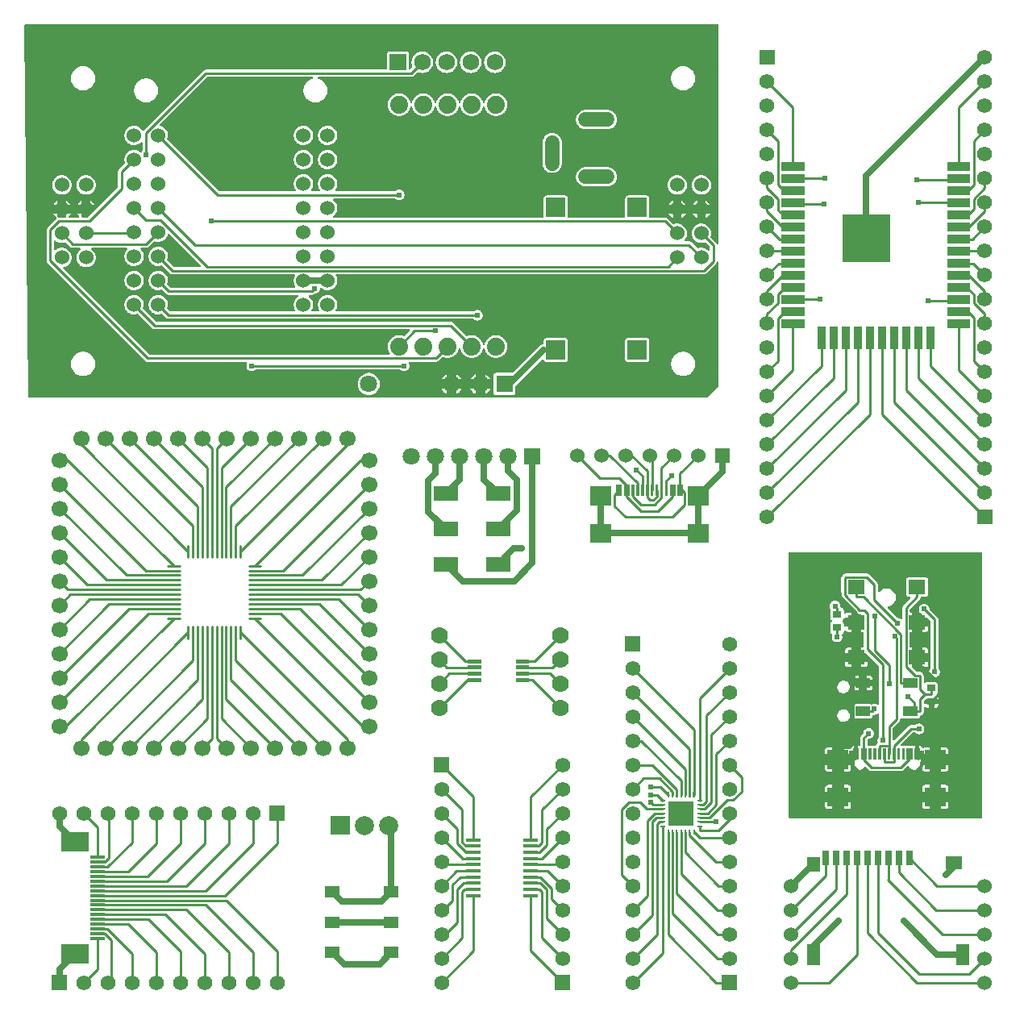
<source format=gtl>
G04 Layer: TopLayer*
G04 EasyEDA v6.5.1, 2022-03-29 23:29:47*
G04 6fa140fc38934b6497cce4c8c0035c65,6efad7caf7c64316809b4ed48508c700,10*
G04 Gerber Generator version 0.2*
G04 Scale: 100 percent, Rotated: No, Reflected: No *
G04 Dimensions in millimeters *
G04 leading zeros omitted , absolute positions ,4 integer and 5 decimal *
%FSLAX45Y45*%
%MOMM*%

%ADD10C,0.2540*%
%ADD11C,0.6840*%
%ADD12C,0.2600*%
%ADD13C,0.2700*%
%ADD14C,0.6100*%
%ADD15C,0.6096*%
%ADD16R,0.9000X0.8000*%
%ADD18R,1.8000X1.5000*%
%ADD22R,1.5000X1.2500*%
%ADD23R,0.7010X1.6002*%
%ADD24R,1.3995X1.6002*%
%ADD25R,1.3995X2.1996*%
%ADD26R,1.8009X1.3995*%
%ADD27R,2.6000X1.5000*%
%ADD28R,1.5000X0.3000*%
%ADD29R,3.0000X2.0000*%
%ADD31R,0.2000X0.6000*%
%ADD32R,0.6000X0.2000*%
%ADD35R,0.9000X2.4000*%
%ADD37R,1.4935X0.4000*%
%ADD38C,1.5240*%
%ADD39C,1.8000*%
%ADD40R,1.8000X1.8000*%
%ADD41C,1.7780*%
%ADD42C,1.7000*%
%ADD43R,2.0000X2.0000*%
%ADD44C,2.0000*%
%ADD45R,1.5240X1.5240*%
%ADD47C,1.7500*%
%ADD48C,1.8796*%
%ADD50C,1.5748*%
%ADD51C,1.5000*%

%LPD*%
G36*
X-180441Y-3714750D02*
G01*
X-184302Y-3713987D01*
X-187604Y-3711803D01*
X-189788Y-3708552D01*
X-190601Y-3704691D01*
X-228244Y200050D01*
X-227533Y203962D01*
X-225298Y207314D01*
X-221996Y209550D01*
X-218084Y210312D01*
X7051040Y210312D01*
X7054951Y209550D01*
X7058202Y207314D01*
X7060438Y204063D01*
X7061200Y200152D01*
X7061200Y-2094788D01*
X7060387Y-2098802D01*
X7057999Y-2102205D01*
X7054545Y-2104339D01*
X7050481Y-2104948D01*
X7046518Y-2103882D01*
X7043267Y-2101342D01*
X7041337Y-2097735D01*
X7040778Y-2096007D01*
X7037222Y-2089353D01*
X7032091Y-2083104D01*
X6980428Y-2031390D01*
X6978294Y-2028291D01*
X6977430Y-2024634D01*
X6977989Y-2020874D01*
X6980275Y-2014372D01*
X6982968Y-2001012D01*
X6983882Y-1987397D01*
X6982968Y-1973783D01*
X6980275Y-1960422D01*
X6975805Y-1947519D01*
X6969607Y-1935378D01*
X6961936Y-1924151D01*
X6952742Y-1913991D01*
X6942328Y-1905203D01*
X6930847Y-1897888D01*
X6918502Y-1892147D01*
X6905447Y-1888083D01*
X6892036Y-1885848D01*
X6878370Y-1885391D01*
X6864807Y-1886712D01*
X6851548Y-1889912D01*
X6838848Y-1894789D01*
X6826859Y-1901342D01*
X6815886Y-1909419D01*
X6806082Y-1918919D01*
X6797649Y-1929638D01*
X6790690Y-1941372D01*
X6785356Y-1953920D01*
X6781749Y-1967077D01*
X6779920Y-1980590D01*
X6779920Y-1994204D01*
X6781749Y-2007717D01*
X6785356Y-2020874D01*
X6790690Y-2033422D01*
X6797649Y-2045157D01*
X6806082Y-2055875D01*
X6815886Y-2065375D01*
X6826859Y-2073452D01*
X6838848Y-2080006D01*
X6851548Y-2084882D01*
X6864807Y-2088083D01*
X6878370Y-2089404D01*
X6892036Y-2088946D01*
X6905447Y-2086711D01*
X6915658Y-2083562D01*
X6919315Y-2083104D01*
X6922871Y-2083968D01*
X6925868Y-2086051D01*
X6963562Y-2123795D01*
X6965797Y-2127097D01*
X6966559Y-2130958D01*
X6966559Y-2157780D01*
X6965848Y-2161540D01*
X6963765Y-2164740D01*
X6960666Y-2166975D01*
X6956958Y-2167940D01*
X6953148Y-2167432D01*
X6949846Y-2165553D01*
X6942328Y-2159203D01*
X6930847Y-2151888D01*
X6918502Y-2146147D01*
X6905447Y-2142083D01*
X6892036Y-2139848D01*
X6878370Y-2139391D01*
X6864807Y-2140712D01*
X6851548Y-2143912D01*
X6848602Y-2145030D01*
X6844741Y-2145741D01*
X6840981Y-2144928D01*
X6837730Y-2142744D01*
X6776110Y-2081123D01*
X6769912Y-2075992D01*
X6763207Y-2072436D01*
X6755993Y-2070252D01*
X6747967Y-2069490D01*
X6713778Y-2069490D01*
X6709968Y-2068728D01*
X6706717Y-2066594D01*
X6704533Y-2063445D01*
X6703669Y-2059635D01*
X6704279Y-2055825D01*
X6706260Y-2052472D01*
X6707936Y-2050643D01*
X6715658Y-2039416D01*
X6721805Y-2027275D01*
X6726275Y-2014372D01*
X6728968Y-2001012D01*
X6729882Y-1987397D01*
X6728968Y-1973783D01*
X6726275Y-1960422D01*
X6721805Y-1947570D01*
X6715658Y-1935378D01*
X6707936Y-1924151D01*
X6698792Y-1914042D01*
X6688378Y-1905203D01*
X6676847Y-1897888D01*
X6664502Y-1892147D01*
X6651447Y-1888083D01*
X6638036Y-1885848D01*
X6624370Y-1885391D01*
X6610807Y-1886712D01*
X6597548Y-1889912D01*
X6594602Y-1891030D01*
X6590741Y-1891741D01*
X6586981Y-1890928D01*
X6583730Y-1888743D01*
X6529527Y-1834489D01*
X6523278Y-1829409D01*
X6516624Y-1825853D01*
X6509410Y-1823669D01*
X6501384Y-1822856D01*
X6343446Y-1822856D01*
X6339535Y-1822094D01*
X6336284Y-1819859D01*
X6334048Y-1816557D01*
X6333286Y-1812696D01*
X6333286Y-1617065D01*
X6332575Y-1610715D01*
X6330645Y-1605280D01*
X6327597Y-1600352D01*
X6323482Y-1596288D01*
X6318605Y-1593189D01*
X6313119Y-1591310D01*
X6306820Y-1590598D01*
X6107938Y-1590598D01*
X6101638Y-1591310D01*
X6096152Y-1593189D01*
X6091275Y-1596288D01*
X6087160Y-1600352D01*
X6084112Y-1605280D01*
X6082182Y-1610715D01*
X6081471Y-1617065D01*
X6081471Y-1812696D01*
X6080709Y-1816557D01*
X6078474Y-1819859D01*
X6075222Y-1822094D01*
X6071311Y-1822856D01*
X5487568Y-1822856D01*
X5483656Y-1822094D01*
X5480405Y-1819859D01*
X5478170Y-1816557D01*
X5477408Y-1812696D01*
X5477408Y-1617065D01*
X5476697Y-1610715D01*
X5474766Y-1605280D01*
X5471718Y-1600352D01*
X5467604Y-1596288D01*
X5462727Y-1593189D01*
X5457240Y-1591310D01*
X5450941Y-1590598D01*
X5252059Y-1590598D01*
X5245760Y-1591310D01*
X5240274Y-1593189D01*
X5235397Y-1596288D01*
X5231282Y-1600352D01*
X5228234Y-1605280D01*
X5226304Y-1610715D01*
X5225592Y-1617065D01*
X5225592Y-1812696D01*
X5224830Y-1816557D01*
X5222595Y-1819859D01*
X5219344Y-1822094D01*
X5215432Y-1822856D01*
X3018028Y-1822856D01*
X3013913Y-1821992D01*
X3010509Y-1819503D01*
X3008376Y-1815846D01*
X3007918Y-1811680D01*
X3009188Y-1807667D01*
X3011982Y-1804517D01*
X3020161Y-1798472D01*
X3029966Y-1789023D01*
X3038449Y-1778304D01*
X3045409Y-1766570D01*
X3050692Y-1754022D01*
X3054299Y-1740865D01*
X3056128Y-1727352D01*
X3056128Y-1713687D01*
X3054299Y-1700174D01*
X3050692Y-1687017D01*
X3045409Y-1674469D01*
X3038449Y-1662734D01*
X3029966Y-1652066D01*
X3020161Y-1642567D01*
X3016554Y-1639874D01*
X3013760Y-1636725D01*
X3012440Y-1632712D01*
X3012897Y-1628546D01*
X3015030Y-1624888D01*
X3018434Y-1622399D01*
X3022549Y-1621536D01*
X3661105Y-1621536D01*
X3665016Y-1622298D01*
X3668318Y-1624533D01*
X3669893Y-1626107D01*
X3677970Y-1631746D01*
X3686860Y-1635912D01*
X3696360Y-1638452D01*
X3706164Y-1639316D01*
X3715918Y-1638452D01*
X3725418Y-1635912D01*
X3734308Y-1631746D01*
X3742385Y-1626107D01*
X3749344Y-1619148D01*
X3754932Y-1611122D01*
X3759098Y-1602232D01*
X3761638Y-1592732D01*
X3762501Y-1582928D01*
X3761638Y-1573123D01*
X3759098Y-1563624D01*
X3754932Y-1554734D01*
X3749344Y-1546707D01*
X3742385Y-1539748D01*
X3734308Y-1534109D01*
X3725418Y-1529943D01*
X3715918Y-1527403D01*
X3706164Y-1526540D01*
X3696360Y-1527403D01*
X3686860Y-1529943D01*
X3677970Y-1534109D01*
X3669893Y-1539748D01*
X3668318Y-1541322D01*
X3665016Y-1543558D01*
X3661105Y-1544320D01*
X3043580Y-1544320D01*
X3039211Y-1543304D01*
X3035655Y-1540510D01*
X3033674Y-1536446D01*
X3033674Y-1531924D01*
X3035604Y-1527860D01*
X3038449Y-1524304D01*
X3045409Y-1512570D01*
X3050692Y-1500022D01*
X3054299Y-1486865D01*
X3056128Y-1473352D01*
X3056128Y-1459687D01*
X3054299Y-1446174D01*
X3050692Y-1433017D01*
X3045409Y-1420469D01*
X3038449Y-1408734D01*
X3029966Y-1398066D01*
X3020161Y-1388567D01*
X3009188Y-1380490D01*
X2997250Y-1373936D01*
X2984500Y-1369009D01*
X2971241Y-1365859D01*
X2957677Y-1364488D01*
X2944063Y-1364945D01*
X2930601Y-1367231D01*
X2917596Y-1371244D01*
X2905201Y-1376984D01*
X2893720Y-1384350D01*
X2883306Y-1393139D01*
X2874162Y-1403248D01*
X2866440Y-1414475D01*
X2860294Y-1426667D01*
X2855823Y-1439570D01*
X2853080Y-1452930D01*
X2852216Y-1466545D01*
X2853080Y-1480108D01*
X2855823Y-1493469D01*
X2860294Y-1506372D01*
X2866440Y-1518564D01*
X2873197Y-1528419D01*
X2874873Y-1532483D01*
X2874619Y-1536852D01*
X2872587Y-1540713D01*
X2869133Y-1543354D01*
X2864815Y-1544320D01*
X2789580Y-1544320D01*
X2785211Y-1543304D01*
X2781655Y-1540510D01*
X2779674Y-1536446D01*
X2779674Y-1531924D01*
X2781604Y-1527860D01*
X2784449Y-1524304D01*
X2791409Y-1512570D01*
X2796692Y-1500022D01*
X2800299Y-1486865D01*
X2802128Y-1473352D01*
X2802128Y-1459687D01*
X2800299Y-1446174D01*
X2796692Y-1433017D01*
X2791409Y-1420469D01*
X2784449Y-1408734D01*
X2775966Y-1398066D01*
X2766161Y-1388567D01*
X2755188Y-1380490D01*
X2743250Y-1373936D01*
X2730500Y-1369009D01*
X2717241Y-1365859D01*
X2703677Y-1364488D01*
X2690063Y-1364945D01*
X2676601Y-1367231D01*
X2663596Y-1371244D01*
X2651201Y-1376984D01*
X2639720Y-1384350D01*
X2629306Y-1393139D01*
X2620162Y-1403248D01*
X2612440Y-1414475D01*
X2606294Y-1426667D01*
X2601823Y-1439570D01*
X2599080Y-1452930D01*
X2598216Y-1466545D01*
X2599080Y-1480108D01*
X2601823Y-1493469D01*
X2606294Y-1506372D01*
X2612440Y-1518564D01*
X2619197Y-1528419D01*
X2620873Y-1532483D01*
X2620619Y-1536852D01*
X2618587Y-1540713D01*
X2615133Y-1543354D01*
X2610815Y-1544320D01*
X1820875Y-1544320D01*
X1817014Y-1543558D01*
X1813712Y-1541322D01*
X1275080Y-1002741D01*
X1273048Y-999794D01*
X1272133Y-996391D01*
X1272438Y-992835D01*
X1276299Y-978865D01*
X1278128Y-965352D01*
X1278128Y-951687D01*
X1276299Y-938174D01*
X1272692Y-925017D01*
X1267409Y-912469D01*
X1260449Y-900734D01*
X1251966Y-890066D01*
X1242161Y-880567D01*
X1231188Y-872490D01*
X1219250Y-865936D01*
X1206500Y-861009D01*
X1201064Y-859739D01*
X1197203Y-857859D01*
X1194460Y-854608D01*
X1193292Y-850493D01*
X1193901Y-846226D01*
X1196238Y-842670D01*
X1691182Y-347675D01*
X1694484Y-345490D01*
X1698396Y-344728D01*
X2793238Y-344728D01*
X2797200Y-345541D01*
X2800604Y-347878D01*
X2802737Y-351332D01*
X2803347Y-355396D01*
X2802331Y-359359D01*
X2799842Y-362559D01*
X2796235Y-364540D01*
X2782620Y-368808D01*
X2768752Y-375056D01*
X2755747Y-382930D01*
X2743809Y-392277D01*
X2733040Y-403047D01*
X2723692Y-414985D01*
X2715818Y-427990D01*
X2709570Y-441858D01*
X2705049Y-456387D01*
X2702306Y-471322D01*
X2701391Y-486511D01*
X2702306Y-501700D01*
X2705049Y-516635D01*
X2709570Y-531164D01*
X2715818Y-545033D01*
X2723692Y-558038D01*
X2733040Y-569976D01*
X2743809Y-580745D01*
X2755747Y-590092D01*
X2768752Y-597966D01*
X2782620Y-604215D01*
X2797149Y-608736D01*
X2812084Y-611479D01*
X2827274Y-612394D01*
X2842463Y-611479D01*
X2857398Y-608736D01*
X2871927Y-604215D01*
X2885795Y-597966D01*
X2898800Y-590092D01*
X2910738Y-580745D01*
X2921508Y-569976D01*
X2930855Y-558038D01*
X2938729Y-545033D01*
X2944977Y-531164D01*
X2949498Y-516635D01*
X2952242Y-501700D01*
X2953156Y-486511D01*
X2952242Y-471322D01*
X2949498Y-456387D01*
X2944977Y-441858D01*
X2938729Y-427990D01*
X2930855Y-414985D01*
X2921508Y-403047D01*
X2910738Y-392277D01*
X2898800Y-382930D01*
X2885795Y-375056D01*
X2871927Y-368808D01*
X2858312Y-364540D01*
X2854706Y-362559D01*
X2852216Y-359359D01*
X2851200Y-355396D01*
X2851810Y-351332D01*
X2853944Y-347878D01*
X2857347Y-345541D01*
X2861310Y-344728D01*
X3833622Y-344728D01*
X3841648Y-343916D01*
X3848862Y-341731D01*
X3855516Y-338175D01*
X3861765Y-333044D01*
X3896868Y-297942D01*
X3900220Y-295706D01*
X3904183Y-294995D01*
X3908145Y-295859D01*
X3910533Y-296926D01*
X3924452Y-301040D01*
X3938828Y-303377D01*
X3953357Y-303834D01*
X3967784Y-302412D01*
X3981958Y-299212D01*
X3995572Y-294182D01*
X4008475Y-287477D01*
X4020413Y-279146D01*
X4031132Y-269392D01*
X4040581Y-258317D01*
X4048506Y-246125D01*
X4054805Y-233070D01*
X4059377Y-219252D01*
X4062171Y-204978D01*
X4063085Y-190500D01*
X4062171Y-176022D01*
X4059377Y-161747D01*
X4054805Y-147929D01*
X4048506Y-134874D01*
X4040581Y-122682D01*
X4031132Y-111607D01*
X4020413Y-101854D01*
X4008475Y-93522D01*
X3995572Y-86817D01*
X3981958Y-81788D01*
X3967784Y-78587D01*
X3953357Y-77165D01*
X3938828Y-77622D01*
X3924452Y-79959D01*
X3910533Y-84074D01*
X3897274Y-89966D01*
X3884828Y-97485D01*
X3873449Y-106578D01*
X3863340Y-116992D01*
X3854653Y-128625D01*
X3847541Y-141325D01*
X3842105Y-154787D01*
X3838397Y-168808D01*
X3836568Y-183235D01*
X3836568Y-197764D01*
X3838397Y-212191D01*
X3842105Y-226212D01*
X3844544Y-232308D01*
X3845306Y-236169D01*
X3844493Y-240029D01*
X3842308Y-243281D01*
X3826459Y-259130D01*
X3823157Y-261366D01*
X3819245Y-262128D01*
X3815384Y-261366D01*
X3812082Y-259130D01*
X3809898Y-255879D01*
X3809085Y-251967D01*
X3809085Y-103581D01*
X3808374Y-97231D01*
X3806494Y-91795D01*
X3803396Y-86868D01*
X3799332Y-82804D01*
X3794404Y-79705D01*
X3788968Y-77825D01*
X3782618Y-77114D01*
X3608781Y-77114D01*
X3602431Y-77825D01*
X3596995Y-79705D01*
X3592068Y-82804D01*
X3588004Y-86868D01*
X3584905Y-91795D01*
X3583025Y-97231D01*
X3582314Y-103581D01*
X3582314Y-257352D01*
X3581501Y-261213D01*
X3579317Y-264515D01*
X3576015Y-266700D01*
X3572154Y-267512D01*
X1678686Y-267512D01*
X1670659Y-268274D01*
X1663446Y-270459D01*
X1656740Y-274015D01*
X1650542Y-279146D01*
X1024077Y-905611D01*
X1021029Y-907694D01*
X1017473Y-908558D01*
X1013815Y-908100D01*
X1010564Y-906373D01*
X1008126Y-903630D01*
X1006449Y-900734D01*
X997966Y-890066D01*
X988161Y-880567D01*
X977188Y-872490D01*
X965250Y-865936D01*
X952500Y-861009D01*
X939241Y-857859D01*
X925677Y-856487D01*
X912063Y-856945D01*
X898601Y-859231D01*
X885596Y-863244D01*
X873201Y-868984D01*
X861720Y-876350D01*
X851306Y-885139D01*
X842162Y-895248D01*
X834440Y-906475D01*
X828294Y-918667D01*
X823823Y-931570D01*
X821080Y-944930D01*
X820216Y-958545D01*
X821080Y-972108D01*
X823823Y-985469D01*
X828294Y-998372D01*
X834440Y-1010564D01*
X842162Y-1021791D01*
X851306Y-1031900D01*
X861720Y-1040688D01*
X873201Y-1048054D01*
X885596Y-1053795D01*
X898601Y-1057808D01*
X912063Y-1060094D01*
X925677Y-1060551D01*
X939241Y-1059180D01*
X952500Y-1056030D01*
X965250Y-1051102D01*
X977188Y-1044549D01*
X988161Y-1036472D01*
X993444Y-1031392D01*
X996746Y-1029258D01*
X1000607Y-1028547D01*
X1004468Y-1029360D01*
X1007719Y-1031544D01*
X1009903Y-1034846D01*
X1010666Y-1038707D01*
X1010666Y-1116838D01*
X1009903Y-1120749D01*
X1007668Y-1124051D01*
X1006094Y-1125626D01*
X1001826Y-1131722D01*
X998931Y-1134465D01*
X995171Y-1135888D01*
X991158Y-1135735D01*
X987501Y-1134059D01*
X977188Y-1126490D01*
X965250Y-1119936D01*
X952500Y-1115009D01*
X939241Y-1111859D01*
X925677Y-1110488D01*
X912063Y-1110945D01*
X898601Y-1113231D01*
X885596Y-1117244D01*
X873201Y-1122984D01*
X861720Y-1130350D01*
X851306Y-1139139D01*
X842162Y-1149248D01*
X834440Y-1160475D01*
X828294Y-1172667D01*
X823823Y-1185570D01*
X821080Y-1198930D01*
X820216Y-1212545D01*
X821080Y-1226108D01*
X823823Y-1239469D01*
X826058Y-1246022D01*
X826617Y-1249730D01*
X825804Y-1253388D01*
X823671Y-1256538D01*
X764032Y-1316177D01*
X758901Y-1322425D01*
X755345Y-1329080D01*
X753160Y-1336294D01*
X752348Y-1344320D01*
X752348Y-1501394D01*
X751586Y-1505254D01*
X749350Y-1508556D01*
X483057Y-1774850D01*
X479755Y-1777085D01*
X475894Y-1777847D01*
X463550Y-1777847D01*
X463550Y-1790192D01*
X462788Y-1794052D01*
X460552Y-1797354D01*
X439115Y-1818792D01*
X435813Y-1821027D01*
X431952Y-1821789D01*
X384810Y-1821789D01*
X380898Y-1821027D01*
X377647Y-1818792D01*
X375412Y-1815490D01*
X374650Y-1811629D01*
X374650Y-1777847D01*
X327304Y-1777847D01*
X327964Y-1779422D01*
X334924Y-1791157D01*
X343408Y-1801875D01*
X345897Y-1804314D01*
X348183Y-1807616D01*
X348996Y-1811528D01*
X348284Y-1815439D01*
X346100Y-1818792D01*
X342747Y-1821027D01*
X338836Y-1821789D01*
X245364Y-1821789D01*
X241554Y-1821027D01*
X238302Y-1818944D01*
X236118Y-1815744D01*
X235254Y-1811985D01*
X235864Y-1808124D01*
X237845Y-1804822D01*
X245211Y-1796643D01*
X252933Y-1785416D01*
X256743Y-1777847D01*
X209550Y-1777847D01*
X209550Y-1811629D01*
X208788Y-1815490D01*
X206552Y-1818792D01*
X203301Y-1821027D01*
X199390Y-1821789D01*
X137210Y-1821789D01*
X131826Y-1822297D01*
X127609Y-1821840D01*
X124002Y-1819757D01*
X121513Y-1816303D01*
X120650Y-1812188D01*
X120650Y-1777847D01*
X73304Y-1777847D01*
X73964Y-1779422D01*
X80924Y-1791157D01*
X89408Y-1801875D01*
X99212Y-1811375D01*
X108102Y-1817928D01*
X110947Y-1821180D01*
X112217Y-1825345D01*
X111607Y-1829612D01*
X109270Y-1833270D01*
X16408Y-1926132D01*
X11277Y-1932381D01*
X7721Y-1939036D01*
X5537Y-1946249D01*
X4724Y-1954275D01*
X4724Y-2273655D01*
X5537Y-2281682D01*
X7721Y-2288895D01*
X11277Y-2295601D01*
X16408Y-2301798D01*
X1038961Y-3324402D01*
X1045210Y-3329533D01*
X1051864Y-3333089D01*
X1059078Y-3335274D01*
X1067104Y-3336086D01*
X2100783Y-3336086D01*
X2104745Y-3336848D01*
X2108047Y-3339185D01*
X2110232Y-3342589D01*
X2110892Y-3346551D01*
X2109978Y-3350514D01*
X2106066Y-3358946D01*
X2103526Y-3368395D01*
X2102662Y-3378200D01*
X2103526Y-3388004D01*
X2106066Y-3397453D01*
X2110181Y-3406394D01*
X2115820Y-3414420D01*
X2122779Y-3421379D01*
X2130806Y-3427018D01*
X2139746Y-3431133D01*
X2149195Y-3433673D01*
X2159000Y-3434537D01*
X2168804Y-3433673D01*
X2178253Y-3431133D01*
X2187194Y-3427018D01*
X2195220Y-3421379D01*
X2196795Y-3419805D01*
X2200097Y-3417570D01*
X2204008Y-3416808D01*
X3714191Y-3416808D01*
X3718102Y-3417570D01*
X3721404Y-3419805D01*
X3722979Y-3421379D01*
X3731006Y-3427018D01*
X3739946Y-3431133D01*
X3749395Y-3433673D01*
X3759200Y-3434537D01*
X3769004Y-3433673D01*
X3778453Y-3431133D01*
X3787394Y-3427018D01*
X3795420Y-3421379D01*
X3802379Y-3414420D01*
X3808018Y-3406394D01*
X3812133Y-3397453D01*
X3814673Y-3388004D01*
X3815537Y-3378200D01*
X3814673Y-3368395D01*
X3812133Y-3358946D01*
X3808222Y-3350514D01*
X3807307Y-3346551D01*
X3807968Y-3342589D01*
X3810152Y-3339185D01*
X3813454Y-3336848D01*
X3817416Y-3336086D01*
X4091838Y-3336086D01*
X4099864Y-3335274D01*
X4107129Y-3333089D01*
X4113784Y-3329533D01*
X4119981Y-3324402D01*
X4157014Y-3287420D01*
X4160418Y-3285134D01*
X4164431Y-3284423D01*
X4168444Y-3285337D01*
X4171492Y-3286760D01*
X4185564Y-3291230D01*
X4200093Y-3293973D01*
X4214825Y-3294887D01*
X4229506Y-3293973D01*
X4244035Y-3291230D01*
X4258106Y-3286760D01*
X4271518Y-3280613D01*
X4284065Y-3272840D01*
X4295546Y-3263595D01*
X4305808Y-3252978D01*
X4314698Y-3241192D01*
X4322114Y-3228441D01*
X4327855Y-3214827D01*
X4332020Y-3200196D01*
X4334103Y-3196336D01*
X4337558Y-3193745D01*
X4341825Y-3192780D01*
X4346041Y-3193745D01*
X4349496Y-3196336D01*
X4351578Y-3200196D01*
X4355744Y-3214827D01*
X4361484Y-3228441D01*
X4368901Y-3241192D01*
X4377791Y-3252978D01*
X4388053Y-3263595D01*
X4399534Y-3272840D01*
X4412081Y-3280613D01*
X4425492Y-3286760D01*
X4439564Y-3291230D01*
X4454093Y-3293973D01*
X4468825Y-3294887D01*
X4483506Y-3293973D01*
X4498035Y-3291230D01*
X4512106Y-3286760D01*
X4525518Y-3280613D01*
X4538065Y-3272840D01*
X4549546Y-3263595D01*
X4559808Y-3252978D01*
X4568698Y-3241192D01*
X4576114Y-3228441D01*
X4581855Y-3214827D01*
X4586020Y-3200196D01*
X4588103Y-3196336D01*
X4591558Y-3193745D01*
X4595825Y-3192780D01*
X4600041Y-3193745D01*
X4603496Y-3196336D01*
X4605578Y-3200196D01*
X4609744Y-3214827D01*
X4615484Y-3228441D01*
X4622901Y-3241192D01*
X4631791Y-3252978D01*
X4642053Y-3263595D01*
X4653534Y-3272840D01*
X4666081Y-3280613D01*
X4679492Y-3286760D01*
X4693564Y-3291230D01*
X4708093Y-3293973D01*
X4722825Y-3294887D01*
X4737506Y-3293973D01*
X4752035Y-3291230D01*
X4766106Y-3286760D01*
X4779518Y-3280613D01*
X4792065Y-3272840D01*
X4803546Y-3263595D01*
X4813808Y-3252978D01*
X4822698Y-3241192D01*
X4830114Y-3228441D01*
X4835855Y-3214827D01*
X4839868Y-3200654D01*
X4842154Y-3186074D01*
X4842611Y-3171291D01*
X4841240Y-3156610D01*
X4838090Y-3142183D01*
X4833162Y-3128264D01*
X4826609Y-3115056D01*
X4818481Y-3102762D01*
X4808880Y-3091535D01*
X4797958Y-3081629D01*
X4785918Y-3073095D01*
X4772914Y-3066084D01*
X4759147Y-3060750D01*
X4744821Y-3057194D01*
X4730191Y-3055366D01*
X4715408Y-3055366D01*
X4700778Y-3057194D01*
X4686452Y-3060750D01*
X4672685Y-3066084D01*
X4659680Y-3073095D01*
X4647641Y-3081629D01*
X4636770Y-3091535D01*
X4627118Y-3102762D01*
X4618990Y-3115056D01*
X4612436Y-3128264D01*
X4607509Y-3142183D01*
X4605731Y-3150311D01*
X4604156Y-3153918D01*
X4601362Y-3156661D01*
X4597755Y-3158134D01*
X4593844Y-3158134D01*
X4590237Y-3156661D01*
X4587443Y-3153918D01*
X4585868Y-3150311D01*
X4584090Y-3142183D01*
X4579162Y-3128264D01*
X4572609Y-3115056D01*
X4564481Y-3102762D01*
X4554880Y-3091535D01*
X4543958Y-3081629D01*
X4531918Y-3073095D01*
X4518914Y-3066084D01*
X4505147Y-3060750D01*
X4490821Y-3057194D01*
X4476191Y-3055366D01*
X4461408Y-3055366D01*
X4446778Y-3057194D01*
X4432452Y-3060750D01*
X4421835Y-3064865D01*
X4418025Y-3065576D01*
X4414215Y-3064764D01*
X4411014Y-3062579D01*
X4275734Y-2927350D01*
X4269536Y-2922219D01*
X4262831Y-2918663D01*
X4255617Y-2916478D01*
X4247591Y-2915716D01*
X1160272Y-2915716D01*
X1156360Y-2914904D01*
X1153058Y-2912719D01*
X1021080Y-2780741D01*
X1019048Y-2777794D01*
X1018133Y-2774391D01*
X1018438Y-2770835D01*
X1022299Y-2756865D01*
X1024128Y-2743352D01*
X1024128Y-2729687D01*
X1022299Y-2716174D01*
X1018692Y-2703017D01*
X1013409Y-2690469D01*
X1006449Y-2678734D01*
X997966Y-2668066D01*
X988161Y-2658567D01*
X977188Y-2650490D01*
X965250Y-2643936D01*
X952500Y-2639009D01*
X939241Y-2635859D01*
X925677Y-2634488D01*
X912063Y-2634945D01*
X898601Y-2637231D01*
X885596Y-2641244D01*
X873201Y-2646984D01*
X861720Y-2654350D01*
X851306Y-2663139D01*
X842162Y-2673248D01*
X834440Y-2684475D01*
X828294Y-2696667D01*
X823823Y-2709570D01*
X821080Y-2722930D01*
X820216Y-2736545D01*
X821080Y-2750108D01*
X823823Y-2763469D01*
X828294Y-2776372D01*
X834440Y-2788564D01*
X842162Y-2799791D01*
X851306Y-2809900D01*
X861720Y-2818688D01*
X873201Y-2826054D01*
X885596Y-2831795D01*
X898601Y-2835808D01*
X912063Y-2838094D01*
X925677Y-2838551D01*
X939241Y-2837180D01*
X952500Y-2834030D01*
X955497Y-2832862D01*
X959307Y-2832201D01*
X963117Y-2833014D01*
X966317Y-2835198D01*
X1112418Y-2981248D01*
X1118616Y-2986379D01*
X1125321Y-2989935D01*
X1132535Y-2992120D01*
X1140561Y-2992932D01*
X3809746Y-2992932D01*
X3813657Y-2993694D01*
X3816959Y-2995879D01*
X3819144Y-2999181D01*
X3819906Y-3003042D01*
X3819144Y-3006953D01*
X3816959Y-3010255D01*
X3764584Y-3062579D01*
X3761384Y-3064764D01*
X3757574Y-3065576D01*
X3753764Y-3064865D01*
X3743147Y-3060750D01*
X3728821Y-3057194D01*
X3714191Y-3055366D01*
X3699408Y-3055366D01*
X3684778Y-3057194D01*
X3670452Y-3060750D01*
X3656685Y-3066084D01*
X3643680Y-3073095D01*
X3631641Y-3081629D01*
X3620770Y-3091535D01*
X3611118Y-3102762D01*
X3602990Y-3115056D01*
X3596436Y-3128264D01*
X3591509Y-3142183D01*
X3588359Y-3156610D01*
X3586987Y-3171291D01*
X3587445Y-3186074D01*
X3589731Y-3200654D01*
X3593744Y-3214827D01*
X3599484Y-3228441D01*
X3606901Y-3241192D01*
X3607917Y-3242564D01*
X3609746Y-3246628D01*
X3609644Y-3251098D01*
X3607663Y-3255111D01*
X3604158Y-3257854D01*
X3599789Y-3258870D01*
X1086815Y-3258870D01*
X1082954Y-3258058D01*
X1079652Y-3255873D01*
X181914Y-2358136D01*
X179527Y-2354427D01*
X178968Y-2350058D01*
X180340Y-2345842D01*
X183337Y-2342591D01*
X187401Y-2340914D01*
X188772Y-2340711D01*
X201777Y-2336647D01*
X214172Y-2330907D01*
X225653Y-2323592D01*
X236067Y-2314803D01*
X245211Y-2304643D01*
X252933Y-2293416D01*
X259079Y-2281275D01*
X263550Y-2268372D01*
X266293Y-2255012D01*
X267208Y-2241397D01*
X266293Y-2227783D01*
X263550Y-2214422D01*
X259079Y-2201570D01*
X252933Y-2189378D01*
X245211Y-2178151D01*
X236067Y-2168042D01*
X225653Y-2159203D01*
X214172Y-2151888D01*
X201777Y-2146147D01*
X188772Y-2142083D01*
X175310Y-2139848D01*
X161696Y-2139391D01*
X148132Y-2140712D01*
X134874Y-2143912D01*
X122123Y-2148789D01*
X110185Y-2155342D01*
X99161Y-2163470D01*
X95859Y-2165604D01*
X91998Y-2166315D01*
X88138Y-2165502D01*
X84886Y-2163318D01*
X82702Y-2160016D01*
X81940Y-2156155D01*
X81940Y-2072639D01*
X82702Y-2068779D01*
X84886Y-2065477D01*
X88138Y-2063292D01*
X91998Y-2062480D01*
X95859Y-2063191D01*
X99212Y-2065375D01*
X110185Y-2073452D01*
X122123Y-2080006D01*
X134874Y-2084882D01*
X148132Y-2088083D01*
X161696Y-2089404D01*
X175310Y-2088997D01*
X188772Y-2086711D01*
X198983Y-2083562D01*
X202590Y-2083104D01*
X206146Y-2083968D01*
X209143Y-2086051D01*
X251561Y-2128469D01*
X257810Y-2133600D01*
X264464Y-2137156D01*
X271678Y-2139340D01*
X279704Y-2140153D01*
X353923Y-2140153D01*
X358038Y-2141016D01*
X361442Y-2143455D01*
X363575Y-2147112D01*
X364032Y-2151329D01*
X362712Y-2155342D01*
X359918Y-2158492D01*
X353212Y-2163419D01*
X343408Y-2172919D01*
X334924Y-2183638D01*
X327964Y-2195372D01*
X322681Y-2207920D01*
X319074Y-2221077D01*
X317246Y-2234590D01*
X317246Y-2248204D01*
X319074Y-2261717D01*
X322681Y-2274874D01*
X327964Y-2287422D01*
X334924Y-2299157D01*
X343408Y-2309876D01*
X353212Y-2319375D01*
X364185Y-2327452D01*
X376123Y-2334006D01*
X388874Y-2338882D01*
X402132Y-2342083D01*
X415696Y-2343404D01*
X429310Y-2342946D01*
X442772Y-2340711D01*
X455777Y-2336647D01*
X468172Y-2330907D01*
X479653Y-2323592D01*
X490067Y-2314803D01*
X499211Y-2304643D01*
X506933Y-2293416D01*
X513080Y-2281275D01*
X517550Y-2268372D01*
X520293Y-2255012D01*
X521208Y-2241397D01*
X520293Y-2227783D01*
X517550Y-2214422D01*
X513080Y-2201519D01*
X506933Y-2189378D01*
X499211Y-2178151D01*
X490067Y-2167991D01*
X479094Y-2158847D01*
X476046Y-2155799D01*
X474522Y-2151735D01*
X474827Y-2147417D01*
X476859Y-2143658D01*
X480314Y-2141067D01*
X484581Y-2140153D01*
X842010Y-2140153D01*
X845819Y-2140864D01*
X849071Y-2142998D01*
X851255Y-2146147D01*
X852169Y-2149957D01*
X851509Y-2153767D01*
X849528Y-2157120D01*
X842162Y-2165248D01*
X834440Y-2176475D01*
X828294Y-2188667D01*
X823823Y-2201570D01*
X821080Y-2214930D01*
X820216Y-2228545D01*
X821080Y-2242108D01*
X823823Y-2255469D01*
X828294Y-2268372D01*
X834440Y-2280564D01*
X842162Y-2291791D01*
X851306Y-2301900D01*
X861720Y-2310688D01*
X873201Y-2318054D01*
X885596Y-2323795D01*
X898601Y-2327808D01*
X912063Y-2330094D01*
X925677Y-2330551D01*
X939241Y-2329180D01*
X952500Y-2326030D01*
X965250Y-2321102D01*
X977188Y-2314549D01*
X988161Y-2306472D01*
X997966Y-2296972D01*
X1006449Y-2286304D01*
X1013409Y-2274570D01*
X1018692Y-2262022D01*
X1022299Y-2248865D01*
X1024128Y-2235352D01*
X1024128Y-2221687D01*
X1022299Y-2208174D01*
X1018692Y-2195017D01*
X1013409Y-2182469D01*
X1006449Y-2170734D01*
X997966Y-2160066D01*
X995476Y-2157577D01*
X993190Y-2154326D01*
X992378Y-2150414D01*
X993089Y-2146503D01*
X995273Y-2143150D01*
X998626Y-2140915D01*
X1002537Y-2140153D01*
X1048766Y-2140153D01*
X1056792Y-2139340D01*
X1064056Y-2137156D01*
X1070711Y-2133600D01*
X1076909Y-2128469D01*
X1132230Y-2073198D01*
X1135227Y-2071116D01*
X1138783Y-2070201D01*
X1142390Y-2070658D01*
X1152601Y-2073808D01*
X1166063Y-2076094D01*
X1179677Y-2076551D01*
X1193241Y-2075180D01*
X1206500Y-2072030D01*
X1219250Y-2067102D01*
X1231188Y-2060549D01*
X1242161Y-2052472D01*
X1251966Y-2042972D01*
X1260449Y-2032304D01*
X1267409Y-2020570D01*
X1272692Y-2008022D01*
X1275588Y-1997557D01*
X1277518Y-1993798D01*
X1280769Y-1991156D01*
X1284884Y-1990089D01*
X1289050Y-1990750D01*
X1292555Y-1993036D01*
X1621790Y-2322271D01*
X1623974Y-2325573D01*
X1624736Y-2329484D01*
X1623974Y-2333345D01*
X1621790Y-2336647D01*
X1618488Y-2338832D01*
X1614576Y-2339644D01*
X1346200Y-2339644D01*
X1342288Y-2338832D01*
X1338986Y-2336647D01*
X1275080Y-2272741D01*
X1273048Y-2269794D01*
X1272133Y-2266391D01*
X1272438Y-2262835D01*
X1276299Y-2248865D01*
X1278128Y-2235352D01*
X1278128Y-2221687D01*
X1276299Y-2208174D01*
X1272692Y-2195017D01*
X1267409Y-2182469D01*
X1260449Y-2170734D01*
X1251966Y-2160066D01*
X1242161Y-2150567D01*
X1231188Y-2142490D01*
X1219250Y-2135936D01*
X1206500Y-2131009D01*
X1193241Y-2127859D01*
X1179677Y-2126488D01*
X1166063Y-2126945D01*
X1152601Y-2129231D01*
X1139596Y-2133244D01*
X1127201Y-2138984D01*
X1115720Y-2146350D01*
X1105306Y-2155139D01*
X1096162Y-2165248D01*
X1088440Y-2176475D01*
X1082294Y-2188667D01*
X1077823Y-2201570D01*
X1075080Y-2214930D01*
X1074216Y-2228545D01*
X1075080Y-2242108D01*
X1077823Y-2255469D01*
X1082294Y-2268372D01*
X1088440Y-2280564D01*
X1096162Y-2291791D01*
X1105306Y-2301900D01*
X1115720Y-2310688D01*
X1127201Y-2318054D01*
X1139596Y-2323795D01*
X1152601Y-2327808D01*
X1166063Y-2330094D01*
X1179677Y-2330551D01*
X1193241Y-2329180D01*
X1206500Y-2326030D01*
X1209497Y-2324862D01*
X1213307Y-2324201D01*
X1217117Y-2325014D01*
X1220317Y-2327198D01*
X1298346Y-2405176D01*
X1304544Y-2410307D01*
X1311249Y-2413863D01*
X1318463Y-2416048D01*
X1326489Y-2416860D01*
X2602839Y-2416860D01*
X2606852Y-2417673D01*
X2610205Y-2420010D01*
X2612390Y-2423515D01*
X2612948Y-2427630D01*
X2611882Y-2431592D01*
X2606294Y-2442667D01*
X2601823Y-2455570D01*
X2599080Y-2468930D01*
X2598216Y-2482545D01*
X2599080Y-2496108D01*
X2601823Y-2509469D01*
X2606294Y-2522372D01*
X2612440Y-2534564D01*
X2616606Y-2540609D01*
X2618232Y-2544673D01*
X2618028Y-2549042D01*
X2615996Y-2552903D01*
X2612491Y-2555544D01*
X2608224Y-2556510D01*
X1309065Y-2556510D01*
X1305204Y-2555748D01*
X1301902Y-2553512D01*
X1275080Y-2526741D01*
X1273048Y-2523794D01*
X1272133Y-2520391D01*
X1272438Y-2516835D01*
X1276299Y-2502865D01*
X1278128Y-2489352D01*
X1278128Y-2475687D01*
X1276299Y-2462174D01*
X1272692Y-2449017D01*
X1267409Y-2436469D01*
X1260449Y-2424734D01*
X1251966Y-2414066D01*
X1242161Y-2404567D01*
X1231188Y-2396490D01*
X1219250Y-2389936D01*
X1206500Y-2385009D01*
X1193241Y-2381859D01*
X1179677Y-2380488D01*
X1166063Y-2380945D01*
X1152601Y-2383231D01*
X1139596Y-2387244D01*
X1127201Y-2392984D01*
X1115720Y-2400350D01*
X1105306Y-2409139D01*
X1096162Y-2419248D01*
X1088440Y-2430475D01*
X1082294Y-2442667D01*
X1077823Y-2455570D01*
X1075080Y-2468930D01*
X1074216Y-2482545D01*
X1075080Y-2496108D01*
X1077823Y-2509469D01*
X1082294Y-2522372D01*
X1088440Y-2534564D01*
X1096162Y-2545791D01*
X1105306Y-2555900D01*
X1115720Y-2564688D01*
X1127201Y-2572054D01*
X1139596Y-2577795D01*
X1152601Y-2581808D01*
X1166063Y-2584094D01*
X1179677Y-2584551D01*
X1193241Y-2583180D01*
X1206500Y-2580030D01*
X1209497Y-2578862D01*
X1213307Y-2578201D01*
X1217117Y-2579014D01*
X1220317Y-2581198D01*
X1261211Y-2622042D01*
X1267460Y-2627172D01*
X1274114Y-2630728D01*
X1281328Y-2632913D01*
X1289354Y-2633726D01*
X2637231Y-2633726D01*
X2641447Y-2634640D01*
X2644902Y-2637231D01*
X2646984Y-2641041D01*
X2647289Y-2645359D01*
X2645765Y-2649423D01*
X2642666Y-2652471D01*
X2639720Y-2654350D01*
X2629306Y-2663139D01*
X2620162Y-2673248D01*
X2612440Y-2684475D01*
X2606294Y-2696667D01*
X2601823Y-2709570D01*
X2599080Y-2722930D01*
X2598216Y-2736545D01*
X2599080Y-2750108D01*
X2601823Y-2763469D01*
X2606294Y-2776372D01*
X2612440Y-2788564D01*
X2615234Y-2792577D01*
X2616860Y-2796641D01*
X2616657Y-2801010D01*
X2614625Y-2804922D01*
X2611120Y-2807563D01*
X2606852Y-2808528D01*
X1307084Y-2808528D01*
X1303172Y-2807716D01*
X1299870Y-2805531D01*
X1275080Y-2780741D01*
X1273048Y-2777794D01*
X1272133Y-2774391D01*
X1272438Y-2770835D01*
X1276299Y-2756865D01*
X1278128Y-2743352D01*
X1278128Y-2729687D01*
X1276299Y-2716174D01*
X1272692Y-2703017D01*
X1267409Y-2690469D01*
X1260449Y-2678734D01*
X1251966Y-2668066D01*
X1242161Y-2658567D01*
X1231188Y-2650490D01*
X1219250Y-2643936D01*
X1206500Y-2639009D01*
X1193241Y-2635859D01*
X1179677Y-2634488D01*
X1166063Y-2634945D01*
X1152601Y-2637231D01*
X1139596Y-2641244D01*
X1127201Y-2646984D01*
X1115720Y-2654350D01*
X1105306Y-2663139D01*
X1096162Y-2673248D01*
X1088440Y-2684475D01*
X1082294Y-2696667D01*
X1077823Y-2709570D01*
X1075080Y-2722930D01*
X1074216Y-2736545D01*
X1075080Y-2750108D01*
X1077823Y-2763469D01*
X1082294Y-2776372D01*
X1088440Y-2788564D01*
X1096162Y-2799791D01*
X1105306Y-2809900D01*
X1115720Y-2818688D01*
X1127201Y-2826054D01*
X1139596Y-2831795D01*
X1152601Y-2835808D01*
X1166063Y-2838094D01*
X1179677Y-2838551D01*
X1193241Y-2837180D01*
X1206500Y-2834030D01*
X1209497Y-2832862D01*
X1213307Y-2832201D01*
X1217117Y-2833014D01*
X1220317Y-2835198D01*
X1259230Y-2874060D01*
X1265428Y-2879191D01*
X1272133Y-2882747D01*
X1279347Y-2884932D01*
X1287373Y-2885744D01*
X4484471Y-2885744D01*
X4488383Y-2886506D01*
X4491685Y-2888691D01*
X4493260Y-2890316D01*
X4501337Y-2895904D01*
X4510227Y-2900070D01*
X4519726Y-2902610D01*
X4529531Y-2903474D01*
X4539284Y-2902610D01*
X4548784Y-2900070D01*
X4557674Y-2895904D01*
X4565751Y-2890316D01*
X4572711Y-2883357D01*
X4578299Y-2875280D01*
X4582464Y-2866390D01*
X4585004Y-2856890D01*
X4585868Y-2847136D01*
X4585004Y-2837332D01*
X4582464Y-2827832D01*
X4578299Y-2818942D01*
X4572711Y-2810865D01*
X4565751Y-2803906D01*
X4557674Y-2798318D01*
X4548784Y-2794152D01*
X4539284Y-2791612D01*
X4529531Y-2790748D01*
X4519726Y-2791612D01*
X4510227Y-2794152D01*
X4501337Y-2798318D01*
X4493260Y-2803906D01*
X4491685Y-2805531D01*
X4488383Y-2807716D01*
X4484471Y-2808528D01*
X3047847Y-2808528D01*
X3043682Y-2807614D01*
X3040278Y-2805125D01*
X3038144Y-2801416D01*
X3037738Y-2797200D01*
X3039110Y-2793187D01*
X3045409Y-2782570D01*
X3050692Y-2770022D01*
X3054299Y-2756865D01*
X3056128Y-2743352D01*
X3056128Y-2729687D01*
X3054299Y-2716174D01*
X3050692Y-2703017D01*
X3045409Y-2690469D01*
X3038449Y-2678734D01*
X3029966Y-2668066D01*
X3020161Y-2658567D01*
X3009188Y-2650490D01*
X2997250Y-2643936D01*
X2984500Y-2639009D01*
X2971241Y-2635859D01*
X2957677Y-2634488D01*
X2944063Y-2634945D01*
X2930601Y-2637231D01*
X2917596Y-2641244D01*
X2905201Y-2646984D01*
X2893720Y-2654350D01*
X2883306Y-2663139D01*
X2874162Y-2673248D01*
X2866440Y-2684475D01*
X2860294Y-2696667D01*
X2855823Y-2709570D01*
X2853080Y-2722930D01*
X2852216Y-2736545D01*
X2853080Y-2750108D01*
X2855823Y-2763469D01*
X2860294Y-2776372D01*
X2866440Y-2788564D01*
X2869234Y-2792577D01*
X2870860Y-2796641D01*
X2870657Y-2801010D01*
X2868625Y-2804922D01*
X2865120Y-2807563D01*
X2860852Y-2808528D01*
X2793847Y-2808528D01*
X2789682Y-2807614D01*
X2786278Y-2805125D01*
X2784144Y-2801416D01*
X2783738Y-2797200D01*
X2785110Y-2793187D01*
X2791409Y-2782570D01*
X2796692Y-2770022D01*
X2800299Y-2756865D01*
X2802128Y-2743352D01*
X2802128Y-2729687D01*
X2800299Y-2716174D01*
X2796692Y-2703017D01*
X2791409Y-2690469D01*
X2784449Y-2678734D01*
X2775966Y-2668066D01*
X2766161Y-2658567D01*
X2757373Y-2652064D01*
X2754579Y-2648915D01*
X2753258Y-2644902D01*
X2753715Y-2640736D01*
X2755849Y-2637078D01*
X2759252Y-2634589D01*
X2763367Y-2633726D01*
X2789174Y-2633726D01*
X2797200Y-2632913D01*
X2804464Y-2630728D01*
X2811119Y-2627172D01*
X2815082Y-2623921D01*
X2817672Y-2622397D01*
X2820619Y-2621686D01*
X2829204Y-2620924D01*
X2838704Y-2618384D01*
X2847594Y-2614218D01*
X2855620Y-2608580D01*
X2862580Y-2601620D01*
X2868218Y-2593594D01*
X2872384Y-2584704D01*
X2874924Y-2575204D01*
X2875330Y-2570175D01*
X2876702Y-2565958D01*
X2879648Y-2562707D01*
X2883712Y-2561031D01*
X2888132Y-2561234D01*
X2892044Y-2563266D01*
X2893720Y-2564688D01*
X2905201Y-2572054D01*
X2917596Y-2577795D01*
X2930601Y-2581808D01*
X2944063Y-2584094D01*
X2957677Y-2584551D01*
X2971241Y-2583180D01*
X2984500Y-2580030D01*
X2997250Y-2575102D01*
X3009188Y-2568549D01*
X3020161Y-2560472D01*
X3029966Y-2551023D01*
X3038449Y-2540304D01*
X3045409Y-2528570D01*
X3050692Y-2516022D01*
X3054299Y-2502865D01*
X3056128Y-2489352D01*
X3056128Y-2475687D01*
X3054299Y-2462174D01*
X3050692Y-2449017D01*
X3045409Y-2436469D01*
X3042818Y-2432151D01*
X3041497Y-2428138D01*
X3041904Y-2423922D01*
X3043986Y-2420213D01*
X3047441Y-2417724D01*
X3051556Y-2416860D01*
X6903516Y-2416860D01*
X6911543Y-2416048D01*
X6918756Y-2413863D01*
X6925411Y-2410307D01*
X6931659Y-2405176D01*
X7032091Y-2304694D01*
X7037222Y-2298496D01*
X7040778Y-2291791D01*
X7041337Y-2290064D01*
X7043267Y-2286457D01*
X7046518Y-2283917D01*
X7050481Y-2282850D01*
X7054545Y-2283460D01*
X7057999Y-2285644D01*
X7060387Y-2288997D01*
X7061200Y-2293010D01*
X7061200Y-3583533D01*
X7060438Y-3587445D01*
X7058202Y-3590747D01*
X6937197Y-3711752D01*
X6933895Y-3713987D01*
X6929983Y-3714750D01*
G37*

%LPC*%
G36*
X4723892Y-3684625D02*
G01*
X4902708Y-3684625D01*
X4909058Y-3683914D01*
X4914493Y-3681984D01*
X4919421Y-3678885D01*
X4923485Y-3674821D01*
X4926584Y-3669893D01*
X4928514Y-3664458D01*
X4929225Y-3658108D01*
X4929225Y-3596589D01*
X4929987Y-3592728D01*
X4932172Y-3589426D01*
X5209032Y-3312617D01*
X5212130Y-3310483D01*
X5215839Y-3309620D01*
X5219547Y-3310178D01*
X5222798Y-3312109D01*
X5225186Y-3315055D01*
X5228234Y-3324199D01*
X5231282Y-3329127D01*
X5235397Y-3333191D01*
X5240274Y-3336290D01*
X5245760Y-3338220D01*
X5252059Y-3338931D01*
X5450941Y-3338931D01*
X5457240Y-3338220D01*
X5462727Y-3336290D01*
X5467604Y-3333191D01*
X5471718Y-3329127D01*
X5474766Y-3324199D01*
X5476697Y-3318764D01*
X5477408Y-3312464D01*
X5477408Y-3113582D01*
X5476697Y-3107283D01*
X5474766Y-3101797D01*
X5471718Y-3096920D01*
X5467604Y-3092805D01*
X5462727Y-3089706D01*
X5457240Y-3087827D01*
X5450941Y-3087116D01*
X5252059Y-3087116D01*
X5245760Y-3087827D01*
X5240274Y-3089706D01*
X5235397Y-3092805D01*
X5231282Y-3096920D01*
X5228234Y-3101797D01*
X5226304Y-3107283D01*
X5225592Y-3113582D01*
X5225592Y-3143300D01*
X5224983Y-3146704D01*
X5223306Y-3149701D01*
X5220665Y-3151987D01*
X5217464Y-3153257D01*
X5206390Y-3155442D01*
X5197195Y-3159048D01*
X5188661Y-3164128D01*
X5180787Y-3170834D01*
X4901793Y-3449828D01*
X4898491Y-3452012D01*
X4894580Y-3452774D01*
X4723892Y-3452774D01*
X4717542Y-3453485D01*
X4712106Y-3455415D01*
X4707178Y-3458514D01*
X4703114Y-3462578D01*
X4700016Y-3467506D01*
X4698085Y-3472942D01*
X4697374Y-3479292D01*
X4697374Y-3658108D01*
X4698085Y-3664458D01*
X4700016Y-3669893D01*
X4703114Y-3674821D01*
X4707178Y-3678885D01*
X4712106Y-3681984D01*
X4717542Y-3683914D01*
G37*
G36*
X3380435Y-3684371D02*
G01*
X3394964Y-3684371D01*
X3409391Y-3682542D01*
X3423513Y-3678936D01*
X3437026Y-3673551D01*
X3449777Y-3666540D01*
X3461562Y-3658006D01*
X3472179Y-3648049D01*
X3481425Y-3636822D01*
X3489248Y-3624529D01*
X3495446Y-3611372D01*
X3499916Y-3597503D01*
X3502660Y-3583228D01*
X3503574Y-3568700D01*
X3502660Y-3554171D01*
X3499916Y-3539896D01*
X3495446Y-3526028D01*
X3489248Y-3512870D01*
X3481425Y-3500577D01*
X3472179Y-3489350D01*
X3461562Y-3479393D01*
X3449777Y-3470859D01*
X3437026Y-3463848D01*
X3423513Y-3458464D01*
X3409391Y-3454857D01*
X3394964Y-3453028D01*
X3380435Y-3453028D01*
X3365957Y-3454857D01*
X3351885Y-3458464D01*
X3338372Y-3463848D01*
X3325622Y-3470859D01*
X3313836Y-3479393D01*
X3303219Y-3489350D01*
X3293922Y-3500577D01*
X3286150Y-3512870D01*
X3279952Y-3526028D01*
X3275431Y-3539896D01*
X3272739Y-3554171D01*
X3271824Y-3568700D01*
X3272739Y-3583228D01*
X3275431Y-3597503D01*
X3279952Y-3611372D01*
X3286150Y-3624529D01*
X3293922Y-3636822D01*
X3303219Y-3648049D01*
X3313836Y-3658006D01*
X3325622Y-3666540D01*
X3338372Y-3673551D01*
X3351885Y-3678936D01*
X3365957Y-3682542D01*
G37*
G36*
X4610658Y-3672433D02*
G01*
X4621377Y-3666540D01*
X4633163Y-3658006D01*
X4643780Y-3648049D01*
X4653076Y-3636822D01*
X4660849Y-3624529D01*
X4662982Y-3620058D01*
X4610658Y-3620058D01*
G37*
G36*
X4206341Y-3672433D02*
G01*
X4206341Y-3620058D01*
X4154068Y-3620058D01*
X4156151Y-3624529D01*
X4163974Y-3636822D01*
X4173220Y-3648049D01*
X4183837Y-3658006D01*
X4195622Y-3666540D01*
G37*
G36*
X4507941Y-3672433D02*
G01*
X4507941Y-3620058D01*
X4455617Y-3620058D01*
X4457750Y-3624529D01*
X4465523Y-3636822D01*
X4474819Y-3648049D01*
X4485436Y-3658006D01*
X4497222Y-3666540D01*
G37*
G36*
X4309059Y-3672433D02*
G01*
X4319778Y-3666540D01*
X4331563Y-3658006D01*
X4342180Y-3648049D01*
X4351477Y-3636822D01*
X4359249Y-3624529D01*
X4361383Y-3620058D01*
X4309059Y-3620058D01*
G37*
G36*
X4154068Y-3517341D02*
G01*
X4206341Y-3517341D01*
X4206341Y-3464966D01*
X4195622Y-3470859D01*
X4183837Y-3479393D01*
X4173220Y-3489350D01*
X4163974Y-3500577D01*
X4156151Y-3512870D01*
G37*
G36*
X4610658Y-3517341D02*
G01*
X4662982Y-3517341D01*
X4660849Y-3512870D01*
X4653076Y-3500577D01*
X4643780Y-3489350D01*
X4633163Y-3479393D01*
X4621377Y-3470859D01*
X4610658Y-3464966D01*
G37*
G36*
X4309059Y-3517341D02*
G01*
X4361383Y-3517341D01*
X4359249Y-3512870D01*
X4351477Y-3500577D01*
X4342180Y-3489350D01*
X4331563Y-3479393D01*
X4319778Y-3470859D01*
X4309059Y-3464966D01*
G37*
G36*
X4455617Y-3517341D02*
G01*
X4507941Y-3517341D01*
X4507941Y-3464966D01*
X4497222Y-3470859D01*
X4485436Y-3479393D01*
X4474819Y-3489350D01*
X4465523Y-3500577D01*
X4457750Y-3512870D01*
G37*
G36*
X6688124Y-3485896D02*
G01*
X6703466Y-3484981D01*
X6718604Y-3482187D01*
X6733286Y-3477615D01*
X6747357Y-3471316D01*
X6760514Y-3463340D01*
X6772656Y-3453841D01*
X6783527Y-3442970D01*
X6793026Y-3430828D01*
X6801002Y-3417671D01*
X6807301Y-3403600D01*
X6811873Y-3388918D01*
X6814667Y-3373780D01*
X6815581Y-3358438D01*
X6814667Y-3343046D01*
X6811873Y-3327908D01*
X6807301Y-3313226D01*
X6801002Y-3299155D01*
X6793026Y-3285998D01*
X6783527Y-3273856D01*
X6772656Y-3262985D01*
X6760514Y-3253486D01*
X6747357Y-3245510D01*
X6733286Y-3239211D01*
X6718604Y-3234639D01*
X6703466Y-3231845D01*
X6688124Y-3230930D01*
X6672732Y-3231845D01*
X6657594Y-3234639D01*
X6642912Y-3239211D01*
X6628841Y-3245510D01*
X6615684Y-3253486D01*
X6603542Y-3262985D01*
X6592671Y-3273856D01*
X6583172Y-3285998D01*
X6575196Y-3299155D01*
X6568897Y-3313226D01*
X6564325Y-3327908D01*
X6561531Y-3343046D01*
X6560616Y-3358438D01*
X6561531Y-3373780D01*
X6564325Y-3388918D01*
X6568897Y-3403600D01*
X6575196Y-3417671D01*
X6583172Y-3430828D01*
X6592671Y-3442970D01*
X6603542Y-3453841D01*
X6615684Y-3463340D01*
X6628841Y-3471316D01*
X6642912Y-3477615D01*
X6657594Y-3482187D01*
X6672732Y-3484981D01*
G37*
G36*
X388112Y-3485896D02*
G01*
X403504Y-3484981D01*
X418642Y-3482187D01*
X433324Y-3477615D01*
X447344Y-3471316D01*
X460552Y-3463340D01*
X472643Y-3453841D01*
X483514Y-3442970D01*
X493014Y-3430828D01*
X500989Y-3417671D01*
X507339Y-3403600D01*
X511911Y-3388918D01*
X514654Y-3373780D01*
X515620Y-3358438D01*
X514654Y-3343046D01*
X511911Y-3327908D01*
X507339Y-3313226D01*
X500989Y-3299155D01*
X493014Y-3285998D01*
X483514Y-3273856D01*
X472643Y-3262985D01*
X460552Y-3253486D01*
X447344Y-3245510D01*
X433324Y-3239211D01*
X418642Y-3234639D01*
X403504Y-3231845D01*
X388112Y-3230930D01*
X372719Y-3231845D01*
X357581Y-3234639D01*
X342900Y-3239211D01*
X328879Y-3245510D01*
X315671Y-3253486D01*
X303580Y-3262985D01*
X292709Y-3273856D01*
X283210Y-3285998D01*
X275234Y-3299155D01*
X268884Y-3313226D01*
X264312Y-3327908D01*
X261569Y-3343046D01*
X260604Y-3358438D01*
X261569Y-3373780D01*
X264312Y-3388918D01*
X268884Y-3403600D01*
X275234Y-3417671D01*
X283210Y-3430828D01*
X292709Y-3442970D01*
X303580Y-3453841D01*
X315671Y-3463340D01*
X328879Y-3471316D01*
X342900Y-3477615D01*
X357581Y-3482187D01*
X372719Y-3484981D01*
G37*
G36*
X6107938Y-3338931D02*
G01*
X6306820Y-3338931D01*
X6313119Y-3338220D01*
X6318605Y-3336290D01*
X6323482Y-3333191D01*
X6327597Y-3329127D01*
X6330645Y-3324199D01*
X6332575Y-3318764D01*
X6333286Y-3312464D01*
X6333286Y-3113582D01*
X6332575Y-3107283D01*
X6330645Y-3101797D01*
X6327597Y-3096920D01*
X6323482Y-3092805D01*
X6318605Y-3089706D01*
X6313119Y-3087827D01*
X6306820Y-3087116D01*
X6107938Y-3087116D01*
X6101638Y-3087827D01*
X6096152Y-3089706D01*
X6091275Y-3092805D01*
X6087160Y-3096920D01*
X6084112Y-3101797D01*
X6082182Y-3107283D01*
X6081471Y-3113582D01*
X6081471Y-3312464D01*
X6082182Y-3318764D01*
X6084112Y-3324199D01*
X6087160Y-3329127D01*
X6091275Y-3333191D01*
X6096152Y-3336290D01*
X6101638Y-3338220D01*
G37*
G36*
X925677Y-2584551D02*
G01*
X939241Y-2583180D01*
X952500Y-2580030D01*
X965250Y-2575102D01*
X977188Y-2568549D01*
X988161Y-2560472D01*
X997966Y-2550972D01*
X1006449Y-2540304D01*
X1013409Y-2528570D01*
X1018692Y-2516022D01*
X1022299Y-2502865D01*
X1024128Y-2489352D01*
X1024128Y-2475687D01*
X1022299Y-2462174D01*
X1018692Y-2449017D01*
X1013409Y-2436469D01*
X1006449Y-2424734D01*
X997966Y-2414066D01*
X988161Y-2404567D01*
X977188Y-2396490D01*
X965250Y-2389936D01*
X952500Y-2385009D01*
X939241Y-2381859D01*
X925677Y-2380488D01*
X912063Y-2380945D01*
X898601Y-2383231D01*
X885596Y-2387244D01*
X873201Y-2392984D01*
X861720Y-2400350D01*
X851306Y-2409139D01*
X842162Y-2419248D01*
X834440Y-2430475D01*
X828294Y-2442667D01*
X823823Y-2455570D01*
X821080Y-2468930D01*
X820216Y-2482545D01*
X821080Y-2496108D01*
X823823Y-2509469D01*
X828294Y-2522372D01*
X834440Y-2534564D01*
X842162Y-2545791D01*
X851306Y-2555900D01*
X861720Y-2564688D01*
X873201Y-2572054D01*
X885596Y-2577795D01*
X898601Y-2581808D01*
X912063Y-2584094D01*
G37*
G36*
X6583375Y-1825193D02*
G01*
X6583375Y-1777847D01*
X6536029Y-1777847D01*
X6536690Y-1779422D01*
X6543649Y-1791157D01*
X6552082Y-1801875D01*
X6561886Y-1811375D01*
X6572859Y-1819452D01*
G37*
G36*
X6837324Y-1825193D02*
G01*
X6837324Y-1777847D01*
X6790029Y-1777847D01*
X6790690Y-1779422D01*
X6797649Y-1791157D01*
X6806082Y-1801875D01*
X6815886Y-1811375D01*
X6826859Y-1819452D01*
G37*
G36*
X6926224Y-1825040D02*
G01*
X6930847Y-1822907D01*
X6942328Y-1815592D01*
X6952742Y-1806803D01*
X6961936Y-1796643D01*
X6969607Y-1785416D01*
X6973468Y-1777847D01*
X6926224Y-1777847D01*
G37*
G36*
X6672275Y-1825040D02*
G01*
X6676847Y-1822907D01*
X6688378Y-1815592D01*
X6698792Y-1806803D01*
X6707936Y-1796643D01*
X6715658Y-1785416D01*
X6719468Y-1777847D01*
X6672275Y-1777847D01*
G37*
G36*
X6926224Y-1688947D02*
G01*
X6973468Y-1688947D01*
X6969607Y-1681378D01*
X6961936Y-1670151D01*
X6952742Y-1659991D01*
X6942328Y-1651203D01*
X6930847Y-1643888D01*
X6926224Y-1641754D01*
G37*
G36*
X6672275Y-1688947D02*
G01*
X6719468Y-1688947D01*
X6715658Y-1681378D01*
X6707936Y-1670151D01*
X6698792Y-1660042D01*
X6688378Y-1651203D01*
X6676847Y-1643888D01*
X6672275Y-1641754D01*
G37*
G36*
X463550Y-1688947D02*
G01*
X510743Y-1688947D01*
X506933Y-1681378D01*
X499211Y-1670151D01*
X490067Y-1659991D01*
X479653Y-1651203D01*
X468172Y-1643888D01*
X463550Y-1641754D01*
G37*
G36*
X209550Y-1688947D02*
G01*
X256743Y-1688947D01*
X252933Y-1681378D01*
X245211Y-1670151D01*
X236067Y-1660042D01*
X225653Y-1651203D01*
X214172Y-1643888D01*
X209550Y-1641754D01*
G37*
G36*
X327304Y-1688947D02*
G01*
X374650Y-1688947D01*
X374650Y-1641602D01*
X364185Y-1647342D01*
X353212Y-1655419D01*
X343408Y-1664919D01*
X334924Y-1675638D01*
X327964Y-1687372D01*
G37*
G36*
X73304Y-1688947D02*
G01*
X120650Y-1688947D01*
X120650Y-1641602D01*
X110185Y-1647342D01*
X99212Y-1655419D01*
X89408Y-1664919D01*
X80924Y-1675638D01*
X73964Y-1687372D01*
G37*
G36*
X6790029Y-1688947D02*
G01*
X6837324Y-1688947D01*
X6837324Y-1641602D01*
X6826859Y-1647342D01*
X6815886Y-1655419D01*
X6806082Y-1664919D01*
X6797649Y-1675638D01*
X6790690Y-1687372D01*
G37*
G36*
X6536029Y-1688947D02*
G01*
X6583375Y-1688947D01*
X6583375Y-1641602D01*
X6572859Y-1647342D01*
X6561886Y-1655419D01*
X6552082Y-1664919D01*
X6543649Y-1675638D01*
X6536690Y-1687372D01*
G37*
G36*
X415696Y-1581404D02*
G01*
X429310Y-1580946D01*
X442772Y-1578711D01*
X455777Y-1574647D01*
X468172Y-1568907D01*
X479653Y-1561592D01*
X490067Y-1552803D01*
X499211Y-1542643D01*
X506933Y-1531416D01*
X513080Y-1519275D01*
X517550Y-1506372D01*
X520293Y-1493012D01*
X521208Y-1479397D01*
X520293Y-1465783D01*
X517550Y-1452422D01*
X513080Y-1439519D01*
X506933Y-1427378D01*
X499211Y-1416151D01*
X490067Y-1405991D01*
X479653Y-1397203D01*
X468172Y-1389888D01*
X455777Y-1384147D01*
X442772Y-1380083D01*
X429310Y-1377848D01*
X415696Y-1377391D01*
X402132Y-1378712D01*
X388874Y-1381912D01*
X376123Y-1386789D01*
X364185Y-1393342D01*
X353212Y-1401419D01*
X343408Y-1410919D01*
X334924Y-1421638D01*
X327964Y-1433372D01*
X322681Y-1445920D01*
X319074Y-1459077D01*
X317246Y-1472590D01*
X317246Y-1486204D01*
X319074Y-1499717D01*
X322681Y-1512874D01*
X327964Y-1525422D01*
X334924Y-1537157D01*
X343408Y-1547876D01*
X353212Y-1557375D01*
X364185Y-1565452D01*
X376123Y-1572006D01*
X388874Y-1576882D01*
X402132Y-1580083D01*
G37*
G36*
X161696Y-1581404D02*
G01*
X175310Y-1580997D01*
X188772Y-1578711D01*
X201777Y-1574647D01*
X214172Y-1568907D01*
X225653Y-1561592D01*
X236067Y-1552803D01*
X245211Y-1542643D01*
X252933Y-1531416D01*
X259079Y-1519275D01*
X263550Y-1506372D01*
X266293Y-1493012D01*
X267208Y-1479397D01*
X266293Y-1465783D01*
X263550Y-1452422D01*
X259079Y-1439570D01*
X252933Y-1427378D01*
X245211Y-1416151D01*
X236067Y-1406042D01*
X225653Y-1397203D01*
X214172Y-1389888D01*
X201777Y-1384147D01*
X188772Y-1380083D01*
X175310Y-1377848D01*
X161696Y-1377391D01*
X148132Y-1378712D01*
X134874Y-1381912D01*
X122123Y-1386789D01*
X110185Y-1393342D01*
X99212Y-1401419D01*
X89408Y-1410919D01*
X80924Y-1421638D01*
X73964Y-1433372D01*
X68681Y-1445920D01*
X65074Y-1459077D01*
X63246Y-1472590D01*
X63246Y-1486204D01*
X65074Y-1499717D01*
X68681Y-1512874D01*
X73964Y-1525422D01*
X80924Y-1537157D01*
X89408Y-1547876D01*
X99212Y-1557375D01*
X110185Y-1565452D01*
X122123Y-1572006D01*
X134874Y-1576882D01*
X148132Y-1580083D01*
G37*
G36*
X6878370Y-1581404D02*
G01*
X6892036Y-1580946D01*
X6905447Y-1578711D01*
X6918502Y-1574647D01*
X6930847Y-1568907D01*
X6942328Y-1561592D01*
X6952742Y-1552803D01*
X6961936Y-1542643D01*
X6969607Y-1531416D01*
X6975805Y-1519275D01*
X6980275Y-1506372D01*
X6982968Y-1493012D01*
X6983882Y-1479397D01*
X6982968Y-1465783D01*
X6980275Y-1452422D01*
X6975805Y-1439519D01*
X6969607Y-1427378D01*
X6961936Y-1416151D01*
X6952742Y-1405991D01*
X6942328Y-1397203D01*
X6930847Y-1389888D01*
X6918502Y-1384147D01*
X6905447Y-1380083D01*
X6892036Y-1377848D01*
X6878370Y-1377391D01*
X6864807Y-1378712D01*
X6851548Y-1381912D01*
X6838848Y-1386789D01*
X6826859Y-1393342D01*
X6815886Y-1401419D01*
X6806082Y-1410919D01*
X6797649Y-1421638D01*
X6790690Y-1433372D01*
X6785356Y-1445920D01*
X6781749Y-1459077D01*
X6779920Y-1472590D01*
X6779920Y-1486204D01*
X6781749Y-1499717D01*
X6785356Y-1512874D01*
X6790690Y-1525422D01*
X6797649Y-1537157D01*
X6806082Y-1547876D01*
X6815886Y-1557375D01*
X6826859Y-1565452D01*
X6838848Y-1572006D01*
X6851548Y-1576882D01*
X6864807Y-1580083D01*
G37*
G36*
X6624370Y-1581404D02*
G01*
X6638036Y-1580997D01*
X6651447Y-1578711D01*
X6664502Y-1574647D01*
X6676847Y-1568907D01*
X6688378Y-1561592D01*
X6698792Y-1552803D01*
X6707936Y-1542643D01*
X6715658Y-1531416D01*
X6721805Y-1519275D01*
X6726275Y-1506372D01*
X6728968Y-1493012D01*
X6729882Y-1479397D01*
X6728968Y-1465783D01*
X6726275Y-1452422D01*
X6721805Y-1439570D01*
X6715658Y-1427378D01*
X6707936Y-1416151D01*
X6698792Y-1406042D01*
X6688378Y-1397203D01*
X6676847Y-1389888D01*
X6664502Y-1384147D01*
X6651447Y-1380083D01*
X6638036Y-1377848D01*
X6624370Y-1377391D01*
X6610807Y-1378712D01*
X6597548Y-1381912D01*
X6584848Y-1386789D01*
X6572859Y-1393342D01*
X6561886Y-1401419D01*
X6552082Y-1410919D01*
X6543649Y-1421638D01*
X6536690Y-1433372D01*
X6531356Y-1445920D01*
X6527749Y-1459077D01*
X6525920Y-1472590D01*
X6525920Y-1486204D01*
X6527749Y-1499717D01*
X6531356Y-1512874D01*
X6536690Y-1525422D01*
X6543649Y-1537157D01*
X6552082Y-1547876D01*
X6561886Y-1557375D01*
X6572859Y-1565452D01*
X6584848Y-1572006D01*
X6597548Y-1576882D01*
X6610807Y-1580083D01*
G37*
G36*
X5664149Y-1493164D02*
G01*
X5893511Y-1493164D01*
X5907024Y-1492250D01*
X5919927Y-1489710D01*
X5932424Y-1485442D01*
X5944260Y-1479600D01*
X5955233Y-1472285D01*
X5965190Y-1463598D01*
X5973876Y-1453642D01*
X5981192Y-1442669D01*
X5987034Y-1430832D01*
X5991301Y-1418386D01*
X5993841Y-1405432D01*
X5994704Y-1392275D01*
X5993841Y-1379067D01*
X5991301Y-1366164D01*
X5987034Y-1353667D01*
X5981192Y-1341831D01*
X5973876Y-1330858D01*
X5965190Y-1320901D01*
X5955233Y-1312214D01*
X5944260Y-1304899D01*
X5932424Y-1299057D01*
X5919927Y-1294790D01*
X5907024Y-1292250D01*
X5893511Y-1291336D01*
X5664149Y-1291336D01*
X5650687Y-1292250D01*
X5637733Y-1294790D01*
X5625236Y-1299057D01*
X5613400Y-1304899D01*
X5602427Y-1312214D01*
X5592521Y-1320901D01*
X5583783Y-1330858D01*
X5576468Y-1341831D01*
X5570626Y-1353667D01*
X5566410Y-1366164D01*
X5563819Y-1379067D01*
X5562955Y-1392275D01*
X5563819Y-1405432D01*
X5566410Y-1418386D01*
X5570626Y-1430832D01*
X5576468Y-1442669D01*
X5583783Y-1453642D01*
X5592521Y-1463598D01*
X5602427Y-1472285D01*
X5613400Y-1479600D01*
X5625236Y-1485442D01*
X5637733Y-1489710D01*
X5650687Y-1492250D01*
G37*
G36*
X5313832Y-1353108D02*
G01*
X5326989Y-1352245D01*
X5339943Y-1349705D01*
X5352440Y-1345438D01*
X5364276Y-1339596D01*
X5375249Y-1332280D01*
X5385155Y-1323594D01*
X5393893Y-1313637D01*
X5401208Y-1302664D01*
X5407050Y-1290828D01*
X5411266Y-1278331D01*
X5413857Y-1265428D01*
X5414772Y-1251915D01*
X5414772Y-1032560D01*
X5413857Y-1019048D01*
X5411266Y-1006144D01*
X5407050Y-993648D01*
X5401208Y-981811D01*
X5393893Y-970838D01*
X5385155Y-960882D01*
X5375249Y-952195D01*
X5364276Y-944880D01*
X5352440Y-939037D01*
X5339943Y-934770D01*
X5326989Y-932230D01*
X5313832Y-931367D01*
X5300675Y-932230D01*
X5287721Y-934770D01*
X5275224Y-939037D01*
X5263388Y-944880D01*
X5252415Y-952195D01*
X5242509Y-960882D01*
X5233822Y-970838D01*
X5226456Y-981811D01*
X5220614Y-993648D01*
X5216398Y-1006144D01*
X5213807Y-1019048D01*
X5212943Y-1032560D01*
X5212943Y-1251915D01*
X5213807Y-1265428D01*
X5216398Y-1278331D01*
X5220614Y-1290828D01*
X5226456Y-1302664D01*
X5233822Y-1313637D01*
X5242509Y-1323594D01*
X5252415Y-1332280D01*
X5263388Y-1339596D01*
X5275224Y-1345438D01*
X5287721Y-1349705D01*
X5300675Y-1352245D01*
G37*
G36*
X2703677Y-1314551D02*
G01*
X2717241Y-1313180D01*
X2730500Y-1310030D01*
X2743250Y-1305102D01*
X2755188Y-1298549D01*
X2766161Y-1290472D01*
X2775966Y-1281023D01*
X2784449Y-1270304D01*
X2791409Y-1258570D01*
X2796692Y-1246022D01*
X2800299Y-1232865D01*
X2802128Y-1219352D01*
X2802128Y-1205687D01*
X2800299Y-1192174D01*
X2796692Y-1179017D01*
X2791409Y-1166469D01*
X2784449Y-1154734D01*
X2775966Y-1144066D01*
X2766161Y-1134567D01*
X2755188Y-1126490D01*
X2743250Y-1119936D01*
X2730500Y-1115009D01*
X2717241Y-1111859D01*
X2703677Y-1110488D01*
X2690063Y-1110945D01*
X2676601Y-1113231D01*
X2663596Y-1117244D01*
X2651201Y-1122984D01*
X2639720Y-1130350D01*
X2629306Y-1139139D01*
X2620162Y-1149248D01*
X2612440Y-1160475D01*
X2606294Y-1172667D01*
X2601823Y-1185570D01*
X2599080Y-1198930D01*
X2598216Y-1212545D01*
X2599080Y-1226108D01*
X2601823Y-1239469D01*
X2606294Y-1252372D01*
X2612440Y-1264564D01*
X2620162Y-1275791D01*
X2629306Y-1285900D01*
X2639720Y-1294688D01*
X2651201Y-1302054D01*
X2663596Y-1307795D01*
X2676601Y-1311808D01*
X2690063Y-1314094D01*
G37*
G36*
X2957677Y-1314551D02*
G01*
X2971241Y-1313180D01*
X2984500Y-1310030D01*
X2997250Y-1305102D01*
X3009188Y-1298549D01*
X3020161Y-1290472D01*
X3029966Y-1281023D01*
X3038449Y-1270304D01*
X3045409Y-1258570D01*
X3050692Y-1246022D01*
X3054299Y-1232865D01*
X3056128Y-1219352D01*
X3056128Y-1205687D01*
X3054299Y-1192174D01*
X3050692Y-1179017D01*
X3045409Y-1166469D01*
X3038449Y-1154734D01*
X3029966Y-1144066D01*
X3020161Y-1134567D01*
X3009188Y-1126490D01*
X2997250Y-1119936D01*
X2984500Y-1115009D01*
X2971241Y-1111859D01*
X2957677Y-1110488D01*
X2944063Y-1110945D01*
X2930601Y-1113231D01*
X2917596Y-1117244D01*
X2905201Y-1122984D01*
X2893720Y-1130350D01*
X2883306Y-1139139D01*
X2874162Y-1149248D01*
X2866440Y-1160475D01*
X2860294Y-1172667D01*
X2855823Y-1185570D01*
X2853080Y-1198930D01*
X2852216Y-1212545D01*
X2853080Y-1226108D01*
X2855823Y-1239469D01*
X2860294Y-1252372D01*
X2866440Y-1264564D01*
X2874162Y-1275791D01*
X2883306Y-1285900D01*
X2893720Y-1294688D01*
X2905201Y-1302054D01*
X2917596Y-1307795D01*
X2930601Y-1311808D01*
X2944063Y-1314094D01*
G37*
G36*
X2703677Y-1060551D02*
G01*
X2717241Y-1059180D01*
X2730500Y-1056030D01*
X2743250Y-1051102D01*
X2755188Y-1044549D01*
X2766161Y-1036472D01*
X2775966Y-1027023D01*
X2784449Y-1016304D01*
X2791409Y-1004569D01*
X2796692Y-992022D01*
X2800299Y-978865D01*
X2802128Y-965352D01*
X2802128Y-951687D01*
X2800299Y-938174D01*
X2796692Y-925017D01*
X2791409Y-912469D01*
X2784449Y-900734D01*
X2775966Y-890066D01*
X2766161Y-880567D01*
X2755188Y-872490D01*
X2743250Y-865936D01*
X2730500Y-861009D01*
X2717241Y-857859D01*
X2703677Y-856487D01*
X2690063Y-856945D01*
X2676601Y-859231D01*
X2663596Y-863244D01*
X2651201Y-868984D01*
X2639720Y-876350D01*
X2629306Y-885139D01*
X2620162Y-895248D01*
X2612440Y-906475D01*
X2606294Y-918667D01*
X2601823Y-931570D01*
X2599080Y-944930D01*
X2598216Y-958545D01*
X2599080Y-972108D01*
X2601823Y-985469D01*
X2606294Y-998372D01*
X2612440Y-1010564D01*
X2620162Y-1021791D01*
X2629306Y-1031900D01*
X2639720Y-1040688D01*
X2651201Y-1048054D01*
X2663596Y-1053795D01*
X2676601Y-1057808D01*
X2690063Y-1060094D01*
G37*
G36*
X2957677Y-1060551D02*
G01*
X2971241Y-1059180D01*
X2984500Y-1056030D01*
X2997250Y-1051102D01*
X3009188Y-1044549D01*
X3020161Y-1036472D01*
X3029966Y-1027023D01*
X3038449Y-1016304D01*
X3045409Y-1004569D01*
X3050692Y-992022D01*
X3054299Y-978865D01*
X3056128Y-965352D01*
X3056128Y-951687D01*
X3054299Y-938174D01*
X3050692Y-925017D01*
X3045409Y-912469D01*
X3038449Y-900734D01*
X3029966Y-890066D01*
X3020161Y-880567D01*
X3009188Y-872490D01*
X2997250Y-865936D01*
X2984500Y-861009D01*
X2971241Y-857859D01*
X2957677Y-856487D01*
X2944063Y-856945D01*
X2930601Y-859231D01*
X2917596Y-863244D01*
X2905201Y-868984D01*
X2893720Y-876350D01*
X2883306Y-885139D01*
X2874162Y-895248D01*
X2866440Y-906475D01*
X2860294Y-918667D01*
X2855823Y-931570D01*
X2853080Y-944930D01*
X2852216Y-958545D01*
X2853080Y-972108D01*
X2855823Y-985469D01*
X2860294Y-998372D01*
X2866440Y-1010564D01*
X2874162Y-1021791D01*
X2883306Y-1031900D01*
X2893720Y-1040688D01*
X2905201Y-1048054D01*
X2917596Y-1053795D01*
X2930601Y-1057808D01*
X2944063Y-1060094D01*
G37*
G36*
X5664149Y-893165D02*
G01*
X5893511Y-893165D01*
X5907024Y-892251D01*
X5919927Y-889711D01*
X5932424Y-885444D01*
X5944260Y-879602D01*
X5955233Y-872286D01*
X5965190Y-863600D01*
X5973876Y-853643D01*
X5981192Y-842670D01*
X5987034Y-830834D01*
X5991301Y-818388D01*
X5993841Y-805434D01*
X5994704Y-792276D01*
X5993841Y-779068D01*
X5991301Y-766165D01*
X5987034Y-753668D01*
X5981192Y-741832D01*
X5973876Y-730859D01*
X5965190Y-720902D01*
X5955233Y-712216D01*
X5944260Y-704900D01*
X5932424Y-699058D01*
X5919927Y-694791D01*
X5907024Y-692251D01*
X5893511Y-691337D01*
X5664149Y-691337D01*
X5650687Y-692251D01*
X5637733Y-694791D01*
X5625236Y-699058D01*
X5613400Y-704900D01*
X5602427Y-712216D01*
X5592521Y-720902D01*
X5583783Y-730859D01*
X5576468Y-741832D01*
X5570626Y-753668D01*
X5566410Y-766165D01*
X5563819Y-779068D01*
X5562955Y-792276D01*
X5563819Y-805434D01*
X5566410Y-818388D01*
X5570626Y-830834D01*
X5576468Y-842670D01*
X5583783Y-853643D01*
X5592521Y-863600D01*
X5602427Y-872286D01*
X5613400Y-879602D01*
X5625236Y-885444D01*
X5637733Y-889711D01*
X5650687Y-892251D01*
G37*
G36*
X3706825Y-754888D02*
G01*
X3721506Y-753973D01*
X3736035Y-751230D01*
X3750106Y-746760D01*
X3763518Y-740613D01*
X3776065Y-732840D01*
X3787546Y-723595D01*
X3797808Y-712978D01*
X3806698Y-701192D01*
X3814114Y-688441D01*
X3819855Y-674827D01*
X3824020Y-660196D01*
X3826103Y-656336D01*
X3829558Y-653745D01*
X3833825Y-652780D01*
X3838041Y-653745D01*
X3841496Y-656336D01*
X3843578Y-660196D01*
X3847744Y-674827D01*
X3853484Y-688441D01*
X3860901Y-701192D01*
X3869791Y-712978D01*
X3880053Y-723595D01*
X3891534Y-732840D01*
X3904081Y-740613D01*
X3917492Y-746760D01*
X3931564Y-751230D01*
X3946093Y-753973D01*
X3960825Y-754888D01*
X3975506Y-753973D01*
X3990035Y-751230D01*
X4004106Y-746760D01*
X4017518Y-740613D01*
X4030065Y-732840D01*
X4041546Y-723595D01*
X4051808Y-712978D01*
X4060698Y-701192D01*
X4068114Y-688441D01*
X4073855Y-674827D01*
X4078020Y-660196D01*
X4080103Y-656336D01*
X4083558Y-653745D01*
X4087825Y-652780D01*
X4092041Y-653745D01*
X4095496Y-656336D01*
X4097578Y-660196D01*
X4101744Y-674827D01*
X4107484Y-688441D01*
X4114901Y-701192D01*
X4123791Y-712978D01*
X4134053Y-723595D01*
X4145534Y-732840D01*
X4158081Y-740613D01*
X4171492Y-746760D01*
X4185564Y-751230D01*
X4200093Y-753973D01*
X4214825Y-754888D01*
X4229506Y-753973D01*
X4244035Y-751230D01*
X4258106Y-746760D01*
X4271518Y-740613D01*
X4284065Y-732840D01*
X4295546Y-723595D01*
X4305808Y-712978D01*
X4314698Y-701192D01*
X4322114Y-688441D01*
X4327855Y-674827D01*
X4332020Y-660196D01*
X4334103Y-656336D01*
X4337558Y-653745D01*
X4341825Y-652780D01*
X4346041Y-653745D01*
X4349496Y-656336D01*
X4351578Y-660196D01*
X4355744Y-674827D01*
X4361484Y-688441D01*
X4368901Y-701192D01*
X4377791Y-712978D01*
X4388053Y-723595D01*
X4399534Y-732840D01*
X4412081Y-740613D01*
X4425492Y-746760D01*
X4439564Y-751230D01*
X4454093Y-753973D01*
X4468825Y-754888D01*
X4483506Y-753973D01*
X4498035Y-751230D01*
X4512106Y-746760D01*
X4525518Y-740613D01*
X4538065Y-732840D01*
X4549546Y-723595D01*
X4559808Y-712978D01*
X4568698Y-701192D01*
X4576114Y-688441D01*
X4581855Y-674827D01*
X4586020Y-660196D01*
X4588103Y-656336D01*
X4591558Y-653745D01*
X4595825Y-652780D01*
X4600041Y-653745D01*
X4603496Y-656336D01*
X4605578Y-660196D01*
X4609744Y-674827D01*
X4615484Y-688441D01*
X4622901Y-701192D01*
X4631791Y-712978D01*
X4642053Y-723595D01*
X4653534Y-732840D01*
X4666081Y-740613D01*
X4679492Y-746760D01*
X4693564Y-751230D01*
X4708093Y-753973D01*
X4722825Y-754888D01*
X4737506Y-753973D01*
X4752035Y-751230D01*
X4766106Y-746760D01*
X4779518Y-740613D01*
X4792065Y-732840D01*
X4803546Y-723595D01*
X4813808Y-712978D01*
X4822698Y-701192D01*
X4830114Y-688441D01*
X4835855Y-674827D01*
X4839868Y-660654D01*
X4842154Y-646074D01*
X4842611Y-631291D01*
X4841240Y-616610D01*
X4838090Y-602183D01*
X4833162Y-588264D01*
X4826609Y-575056D01*
X4818481Y-562762D01*
X4808880Y-551535D01*
X4797958Y-541629D01*
X4785918Y-533095D01*
X4772914Y-526084D01*
X4759147Y-520750D01*
X4744821Y-517194D01*
X4730191Y-515366D01*
X4715408Y-515366D01*
X4700778Y-517194D01*
X4686452Y-520750D01*
X4672685Y-526084D01*
X4659680Y-533095D01*
X4647641Y-541629D01*
X4636770Y-551535D01*
X4627118Y-562762D01*
X4618990Y-575056D01*
X4612436Y-588264D01*
X4607509Y-602183D01*
X4605731Y-610311D01*
X4604156Y-613918D01*
X4601362Y-616661D01*
X4597755Y-618134D01*
X4593844Y-618134D01*
X4590237Y-616661D01*
X4587443Y-613918D01*
X4585868Y-610311D01*
X4584090Y-602183D01*
X4579162Y-588264D01*
X4572609Y-575056D01*
X4564481Y-562762D01*
X4554880Y-551535D01*
X4543958Y-541629D01*
X4531918Y-533095D01*
X4518914Y-526084D01*
X4505147Y-520750D01*
X4490821Y-517194D01*
X4476191Y-515366D01*
X4461408Y-515366D01*
X4446778Y-517194D01*
X4432452Y-520750D01*
X4418685Y-526084D01*
X4405680Y-533095D01*
X4393641Y-541629D01*
X4382770Y-551535D01*
X4373118Y-562762D01*
X4364990Y-575056D01*
X4358436Y-588264D01*
X4353509Y-602183D01*
X4351731Y-610311D01*
X4350156Y-613918D01*
X4347362Y-616661D01*
X4343755Y-618134D01*
X4339844Y-618134D01*
X4336237Y-616661D01*
X4333443Y-613918D01*
X4331868Y-610311D01*
X4330090Y-602183D01*
X4325162Y-588264D01*
X4318609Y-575056D01*
X4310481Y-562762D01*
X4300880Y-551535D01*
X4289958Y-541629D01*
X4277918Y-533095D01*
X4264914Y-526084D01*
X4251147Y-520750D01*
X4236821Y-517194D01*
X4222191Y-515366D01*
X4207408Y-515366D01*
X4192778Y-517194D01*
X4178452Y-520750D01*
X4164685Y-526084D01*
X4151680Y-533095D01*
X4139641Y-541629D01*
X4128770Y-551535D01*
X4119118Y-562762D01*
X4110990Y-575056D01*
X4104436Y-588264D01*
X4099509Y-602183D01*
X4097731Y-610311D01*
X4096156Y-613918D01*
X4093362Y-616661D01*
X4089755Y-618134D01*
X4085844Y-618134D01*
X4082237Y-616661D01*
X4079443Y-613918D01*
X4077868Y-610311D01*
X4076090Y-602183D01*
X4071162Y-588264D01*
X4064609Y-575056D01*
X4056481Y-562762D01*
X4046880Y-551535D01*
X4035958Y-541629D01*
X4023918Y-533095D01*
X4010914Y-526084D01*
X3997147Y-520750D01*
X3982821Y-517194D01*
X3968191Y-515366D01*
X3953408Y-515366D01*
X3938778Y-517194D01*
X3924452Y-520750D01*
X3910685Y-526084D01*
X3897680Y-533095D01*
X3885641Y-541629D01*
X3874770Y-551535D01*
X3865118Y-562762D01*
X3856990Y-575056D01*
X3850436Y-588264D01*
X3845509Y-602183D01*
X3843731Y-610311D01*
X3842156Y-613918D01*
X3839362Y-616661D01*
X3835755Y-618134D01*
X3831844Y-618134D01*
X3828237Y-616661D01*
X3825443Y-613918D01*
X3823868Y-610311D01*
X3822090Y-602183D01*
X3817162Y-588264D01*
X3810609Y-575056D01*
X3802481Y-562762D01*
X3792880Y-551535D01*
X3781958Y-541629D01*
X3769918Y-533095D01*
X3756914Y-526084D01*
X3743147Y-520750D01*
X3728821Y-517194D01*
X3714191Y-515366D01*
X3699408Y-515366D01*
X3684778Y-517194D01*
X3670452Y-520750D01*
X3656685Y-526084D01*
X3643680Y-533095D01*
X3631641Y-541629D01*
X3620770Y-551535D01*
X3611118Y-562762D01*
X3602990Y-575056D01*
X3596436Y-588264D01*
X3591509Y-602183D01*
X3588359Y-616610D01*
X3586987Y-631291D01*
X3587445Y-646074D01*
X3589731Y-660654D01*
X3593744Y-674827D01*
X3599484Y-688441D01*
X3606901Y-701192D01*
X3615791Y-712978D01*
X3626053Y-723595D01*
X3637534Y-732840D01*
X3650081Y-740613D01*
X3663492Y-746760D01*
X3677564Y-751230D01*
X3692093Y-753973D01*
G37*
G36*
X1049274Y-612394D02*
G01*
X1064463Y-611479D01*
X1079398Y-608736D01*
X1093927Y-604215D01*
X1107795Y-597966D01*
X1120800Y-590092D01*
X1132738Y-580745D01*
X1143508Y-569976D01*
X1152855Y-558038D01*
X1160729Y-545033D01*
X1166977Y-531164D01*
X1171498Y-516635D01*
X1174242Y-501700D01*
X1175156Y-486511D01*
X1174242Y-471322D01*
X1171498Y-456387D01*
X1166977Y-441858D01*
X1160729Y-427990D01*
X1152855Y-414985D01*
X1143508Y-403047D01*
X1132738Y-392277D01*
X1120800Y-382930D01*
X1107795Y-375056D01*
X1093927Y-368808D01*
X1079398Y-364286D01*
X1064463Y-361543D01*
X1049274Y-360629D01*
X1034084Y-361543D01*
X1019149Y-364286D01*
X1004620Y-368808D01*
X990752Y-375056D01*
X977747Y-382930D01*
X965809Y-392277D01*
X955040Y-403047D01*
X945692Y-414985D01*
X937818Y-427990D01*
X931570Y-441858D01*
X927049Y-456387D01*
X924306Y-471322D01*
X923391Y-486511D01*
X924306Y-501700D01*
X927049Y-516635D01*
X931570Y-531164D01*
X937818Y-545033D01*
X945692Y-558038D01*
X955040Y-569976D01*
X965809Y-580745D01*
X977747Y-590092D01*
X990752Y-597966D01*
X1004620Y-604215D01*
X1019149Y-608736D01*
X1034084Y-611479D01*
G37*
G36*
X6688124Y-485901D02*
G01*
X6703466Y-484936D01*
X6718604Y-482193D01*
X6733286Y-477621D01*
X6747357Y-471271D01*
X6760514Y-463296D01*
X6772656Y-453796D01*
X6783527Y-442925D01*
X6793026Y-430834D01*
X6801002Y-417626D01*
X6807301Y-403606D01*
X6811873Y-388924D01*
X6814667Y-373786D01*
X6815581Y-358394D01*
X6814667Y-343001D01*
X6811873Y-327863D01*
X6807301Y-313182D01*
X6801002Y-299161D01*
X6793026Y-285953D01*
X6783527Y-273862D01*
X6772656Y-262991D01*
X6760514Y-253492D01*
X6747357Y-245516D01*
X6733286Y-239166D01*
X6718604Y-234594D01*
X6703466Y-231851D01*
X6688124Y-230886D01*
X6672732Y-231851D01*
X6657594Y-234594D01*
X6642912Y-239166D01*
X6628841Y-245516D01*
X6615684Y-253492D01*
X6603542Y-262991D01*
X6592671Y-273862D01*
X6583172Y-285953D01*
X6575196Y-299161D01*
X6568897Y-313182D01*
X6564325Y-327863D01*
X6561531Y-343001D01*
X6560616Y-358394D01*
X6561531Y-373786D01*
X6564325Y-388924D01*
X6568897Y-403606D01*
X6575196Y-417626D01*
X6583172Y-430834D01*
X6592671Y-442925D01*
X6603542Y-453796D01*
X6615684Y-463296D01*
X6628841Y-471271D01*
X6642912Y-477621D01*
X6657594Y-482193D01*
X6672732Y-484936D01*
G37*
G36*
X388112Y-485901D02*
G01*
X403504Y-484936D01*
X418642Y-482193D01*
X433324Y-477621D01*
X447344Y-471271D01*
X460552Y-463296D01*
X472643Y-453796D01*
X483514Y-442925D01*
X493014Y-430834D01*
X500989Y-417626D01*
X507339Y-403606D01*
X511911Y-388924D01*
X514654Y-373786D01*
X515620Y-358394D01*
X514654Y-343001D01*
X511911Y-327863D01*
X507339Y-313182D01*
X500989Y-299161D01*
X493014Y-285953D01*
X483514Y-273862D01*
X472643Y-262991D01*
X460552Y-253492D01*
X447344Y-245516D01*
X433324Y-239166D01*
X418642Y-234594D01*
X403504Y-231851D01*
X388112Y-230886D01*
X372719Y-231851D01*
X357581Y-234594D01*
X342900Y-239166D01*
X328879Y-245516D01*
X315671Y-253492D01*
X303580Y-262991D01*
X292709Y-273862D01*
X283210Y-285953D01*
X275234Y-299161D01*
X268884Y-313182D01*
X264312Y-327863D01*
X261569Y-343001D01*
X260604Y-358394D01*
X261569Y-373786D01*
X264312Y-388924D01*
X268884Y-403606D01*
X275234Y-417626D01*
X283210Y-430834D01*
X292709Y-442925D01*
X303580Y-453796D01*
X315671Y-463296D01*
X328879Y-471271D01*
X342900Y-477621D01*
X357581Y-482193D01*
X372719Y-484936D01*
G37*
G36*
X4461357Y-303834D02*
G01*
X4475784Y-302412D01*
X4489958Y-299212D01*
X4503572Y-294182D01*
X4516475Y-287477D01*
X4528413Y-279146D01*
X4539132Y-269392D01*
X4548581Y-258317D01*
X4556506Y-246125D01*
X4562805Y-233070D01*
X4567377Y-219252D01*
X4570171Y-204978D01*
X4571085Y-190500D01*
X4570171Y-176022D01*
X4567377Y-161747D01*
X4562805Y-147929D01*
X4556506Y-134874D01*
X4548581Y-122682D01*
X4539132Y-111607D01*
X4528413Y-101854D01*
X4516475Y-93522D01*
X4503572Y-86817D01*
X4489958Y-81788D01*
X4475784Y-78587D01*
X4461357Y-77165D01*
X4446828Y-77622D01*
X4432452Y-79959D01*
X4418533Y-84074D01*
X4405274Y-89966D01*
X4392828Y-97485D01*
X4381449Y-106578D01*
X4371340Y-116992D01*
X4362653Y-128625D01*
X4355541Y-141325D01*
X4350105Y-154787D01*
X4346397Y-168808D01*
X4344568Y-183235D01*
X4344568Y-197764D01*
X4346397Y-212191D01*
X4350105Y-226212D01*
X4355541Y-239674D01*
X4362653Y-252374D01*
X4371340Y-264007D01*
X4381449Y-274421D01*
X4392828Y-283514D01*
X4405274Y-291033D01*
X4418533Y-296926D01*
X4432452Y-301040D01*
X4446828Y-303377D01*
G37*
G36*
X4715357Y-303834D02*
G01*
X4729784Y-302412D01*
X4743958Y-299212D01*
X4757572Y-294182D01*
X4770475Y-287477D01*
X4782413Y-279146D01*
X4793132Y-269392D01*
X4802581Y-258317D01*
X4810506Y-246125D01*
X4816805Y-233070D01*
X4821377Y-219252D01*
X4824171Y-204978D01*
X4825085Y-190500D01*
X4824171Y-176022D01*
X4821377Y-161747D01*
X4816805Y-147929D01*
X4810506Y-134874D01*
X4802581Y-122682D01*
X4793132Y-111607D01*
X4782413Y-101854D01*
X4770475Y-93522D01*
X4757572Y-86817D01*
X4743958Y-81788D01*
X4729784Y-78587D01*
X4715357Y-77165D01*
X4700828Y-77622D01*
X4686452Y-79959D01*
X4672533Y-84074D01*
X4659274Y-89966D01*
X4646828Y-97485D01*
X4635449Y-106578D01*
X4625340Y-116992D01*
X4616653Y-128625D01*
X4609541Y-141325D01*
X4604105Y-154787D01*
X4600397Y-168808D01*
X4598568Y-183235D01*
X4598568Y-197764D01*
X4600397Y-212191D01*
X4604105Y-226212D01*
X4609541Y-239674D01*
X4616653Y-252374D01*
X4625340Y-264007D01*
X4635449Y-274421D01*
X4646828Y-283514D01*
X4659274Y-291033D01*
X4672533Y-296926D01*
X4686452Y-301040D01*
X4700828Y-303377D01*
G37*
G36*
X4207357Y-303834D02*
G01*
X4221784Y-302412D01*
X4235958Y-299212D01*
X4249572Y-294182D01*
X4262475Y-287477D01*
X4274413Y-279146D01*
X4285132Y-269392D01*
X4294581Y-258317D01*
X4302506Y-246125D01*
X4308805Y-233070D01*
X4313377Y-219252D01*
X4316171Y-204978D01*
X4317085Y-190500D01*
X4316171Y-176022D01*
X4313377Y-161747D01*
X4308805Y-147929D01*
X4302506Y-134874D01*
X4294581Y-122682D01*
X4285132Y-111607D01*
X4274413Y-101854D01*
X4262475Y-93522D01*
X4249572Y-86817D01*
X4235958Y-81788D01*
X4221784Y-78587D01*
X4207357Y-77165D01*
X4192828Y-77622D01*
X4178452Y-79959D01*
X4164533Y-84074D01*
X4151274Y-89966D01*
X4138828Y-97485D01*
X4127449Y-106578D01*
X4117340Y-116992D01*
X4108653Y-128625D01*
X4101541Y-141325D01*
X4096105Y-154787D01*
X4092397Y-168808D01*
X4090568Y-183235D01*
X4090568Y-197764D01*
X4092397Y-212191D01*
X4096105Y-226212D01*
X4101541Y-239674D01*
X4108653Y-252374D01*
X4117340Y-264007D01*
X4127449Y-274421D01*
X4138828Y-283514D01*
X4151274Y-291033D01*
X4164533Y-296926D01*
X4178452Y-301040D01*
X4192828Y-303377D01*
G37*

%LPD*%
G36*
X7807959Y-8128000D02*
G01*
X7804048Y-8127238D01*
X7800797Y-8125002D01*
X7798562Y-8121751D01*
X7797800Y-8117840D01*
X7797800Y-5344160D01*
X7798562Y-5340248D01*
X7800797Y-5336997D01*
X7804048Y-5334762D01*
X7807959Y-5334000D01*
X9819640Y-5334000D01*
X9823551Y-5334762D01*
X9826802Y-5336997D01*
X9829038Y-5340248D01*
X9829800Y-5344160D01*
X9829800Y-8117840D01*
X9829038Y-8121751D01*
X9826802Y-8125002D01*
X9823551Y-8127238D01*
X9819640Y-8128000D01*
G37*

%LPC*%
G36*
X8376259Y-8031327D02*
G01*
X8423808Y-8031327D01*
X8430158Y-8030616D01*
X8435594Y-8028686D01*
X8440521Y-8025587D01*
X8444585Y-8021523D01*
X8447684Y-8016595D01*
X8449564Y-8011159D01*
X8450275Y-8004809D01*
X8450275Y-7961731D01*
X8376259Y-7961731D01*
G37*
G36*
X9398254Y-8031327D02*
G01*
X9445802Y-8031327D01*
X9452152Y-8030565D01*
X9457588Y-8028686D01*
X9462516Y-8025587D01*
X9466580Y-8021523D01*
X9469678Y-8016595D01*
X9471609Y-8011159D01*
X9472320Y-8004809D01*
X9472320Y-7961731D01*
X9398254Y-7961731D01*
G37*
G36*
X9228988Y-8031327D02*
G01*
X9276537Y-8031327D01*
X9276537Y-7961731D01*
X9202470Y-7961731D01*
X9202470Y-8004809D01*
X9203182Y-8011159D01*
X9205112Y-8016595D01*
X9208211Y-8021523D01*
X9212275Y-8025587D01*
X9217202Y-8028686D01*
X9222638Y-8030565D01*
G37*
G36*
X8206943Y-8031327D02*
G01*
X8254542Y-8031327D01*
X8254542Y-7961731D01*
X8180476Y-7961731D01*
X8180476Y-8004809D01*
X8181187Y-8011159D01*
X8183118Y-8016595D01*
X8186166Y-8021523D01*
X8190280Y-8025587D01*
X8195157Y-8028686D01*
X8200644Y-8030616D01*
G37*
G36*
X9202470Y-7849057D02*
G01*
X9276537Y-7849057D01*
X9276537Y-7779512D01*
X9228988Y-7779512D01*
X9222638Y-7780223D01*
X9217202Y-7782102D01*
X9212275Y-7785201D01*
X9208211Y-7789265D01*
X9205112Y-7794193D01*
X9203182Y-7799628D01*
X9202470Y-7805978D01*
G37*
G36*
X8180476Y-7849057D02*
G01*
X8254542Y-7849057D01*
X8254542Y-7779512D01*
X8206943Y-7779512D01*
X8200644Y-7780223D01*
X8195157Y-7782102D01*
X8190280Y-7785201D01*
X8186166Y-7789265D01*
X8183118Y-7794193D01*
X8181187Y-7799628D01*
X8180476Y-7805978D01*
G37*
G36*
X8376259Y-7849057D02*
G01*
X8450275Y-7849057D01*
X8450275Y-7805978D01*
X8449564Y-7799628D01*
X8447684Y-7794193D01*
X8444585Y-7789265D01*
X8440521Y-7785201D01*
X8435594Y-7782102D01*
X8430158Y-7780223D01*
X8423808Y-7779512D01*
X8376259Y-7779512D01*
G37*
G36*
X9398254Y-7849057D02*
G01*
X9472320Y-7849057D01*
X9472320Y-7805978D01*
X9471609Y-7799628D01*
X9469678Y-7794193D01*
X9466580Y-7789265D01*
X9462516Y-7785201D01*
X9457588Y-7782102D01*
X9452152Y-7780223D01*
X9445802Y-7779512D01*
X9398254Y-7779512D01*
G37*
G36*
X8376208Y-7638288D02*
G01*
X8423808Y-7638288D01*
X8430158Y-7637576D01*
X8435594Y-7635697D01*
X8440521Y-7632598D01*
X8444585Y-7628483D01*
X8447684Y-7623606D01*
X8449564Y-7618120D01*
X8450275Y-7611821D01*
X8450275Y-7568742D01*
X8376208Y-7568742D01*
G37*
G36*
X9398254Y-7638288D02*
G01*
X9445802Y-7638288D01*
X9452152Y-7637576D01*
X9457588Y-7635697D01*
X9462516Y-7632598D01*
X9466580Y-7628534D01*
X9469678Y-7623606D01*
X9471609Y-7618171D01*
X9472320Y-7611821D01*
X9472320Y-7568742D01*
X9398254Y-7568742D01*
G37*
G36*
X9228988Y-7638288D02*
G01*
X9276537Y-7638288D01*
X9276537Y-7568742D01*
X9202470Y-7568742D01*
X9202470Y-7611821D01*
X9203182Y-7618171D01*
X9205112Y-7623606D01*
X9208211Y-7628534D01*
X9212275Y-7632598D01*
X9217202Y-7635697D01*
X9222638Y-7637576D01*
G37*
G36*
X8206943Y-7638288D02*
G01*
X8254542Y-7638288D01*
X8254542Y-7568742D01*
X8180476Y-7568742D01*
X8180476Y-7611821D01*
X8181187Y-7618120D01*
X8183118Y-7623606D01*
X8186166Y-7628483D01*
X8190280Y-7632598D01*
X8195157Y-7635697D01*
X8200644Y-7637576D01*
G37*
G36*
X8667394Y-7635290D02*
G01*
X8972956Y-7635290D01*
X8981033Y-7634478D01*
X8988348Y-7632293D01*
X8995054Y-7628686D01*
X9001353Y-7623556D01*
X9044584Y-7580274D01*
X9047988Y-7578039D01*
X9052001Y-7577277D01*
X9055963Y-7578191D01*
X9059265Y-7580579D01*
X9061348Y-7584033D01*
X9062212Y-7586421D01*
X9067038Y-7595057D01*
X9073235Y-7602778D01*
X9080703Y-7609331D01*
X9089136Y-7614513D01*
X9098330Y-7618222D01*
X9107982Y-7620304D01*
X9117888Y-7620711D01*
X9127693Y-7619441D01*
X9137142Y-7616545D01*
X9145981Y-7612075D01*
X9153956Y-7606233D01*
X9160814Y-7599070D01*
X9166352Y-7590840D01*
X9170416Y-7581849D01*
X9172956Y-7572248D01*
X9173768Y-7562392D01*
X9172956Y-7552537D01*
X9172346Y-7550353D01*
X9172194Y-7546035D01*
X9173819Y-7542022D01*
X9176969Y-7539075D01*
X9182150Y-7537551D01*
X9182150Y-7489952D01*
X9167723Y-7489952D01*
X9167723Y-7508595D01*
X9166758Y-7512964D01*
X9164015Y-7516469D01*
X9160052Y-7518450D01*
X9155582Y-7518552D01*
X9151518Y-7516774D01*
X9145981Y-7512710D01*
X9137142Y-7508240D01*
X9132214Y-7506716D01*
X9128455Y-7504633D01*
X9125915Y-7501178D01*
X9125000Y-7497013D01*
X9125000Y-7486751D01*
X9122968Y-7483551D01*
X9122257Y-7479792D01*
X9122257Y-7429906D01*
X9122968Y-7426198D01*
X9125000Y-7422946D01*
X9125000Y-7371486D01*
X9116923Y-7371486D01*
X9110624Y-7372197D01*
X9106357Y-7373061D01*
X9102090Y-7372197D01*
X9095790Y-7371486D01*
X9036913Y-7371486D01*
X9030614Y-7372197D01*
X9026347Y-7373061D01*
X9022130Y-7372197D01*
X9015780Y-7371486D01*
X8986926Y-7371486D01*
X8980932Y-7372146D01*
X8976817Y-7371740D01*
X8973210Y-7369759D01*
X8970670Y-7366457D01*
X8969654Y-7362444D01*
X8970365Y-7358329D01*
X8972651Y-7354874D01*
X9095536Y-7232091D01*
X9098838Y-7229906D01*
X9102750Y-7229144D01*
X9121292Y-7229144D01*
X9125153Y-7229906D01*
X9128455Y-7232142D01*
X9129776Y-7233412D01*
X9137802Y-7239050D01*
X9146692Y-7243216D01*
X9156192Y-7245756D01*
X9165996Y-7246620D01*
X9175800Y-7245756D01*
X9185300Y-7243216D01*
X9194190Y-7239050D01*
X9202216Y-7233412D01*
X9209176Y-7226452D01*
X9214815Y-7218425D01*
X9218980Y-7209536D01*
X9221520Y-7200036D01*
X9222384Y-7190231D01*
X9221520Y-7180427D01*
X9218980Y-7170928D01*
X9214815Y-7162038D01*
X9209176Y-7154011D01*
X9202216Y-7147052D01*
X9194190Y-7141413D01*
X9185300Y-7137247D01*
X9175800Y-7134707D01*
X9165996Y-7133844D01*
X9156192Y-7134707D01*
X9146692Y-7137247D01*
X9137802Y-7141413D01*
X9129776Y-7147052D01*
X9128455Y-7148372D01*
X9125153Y-7150557D01*
X9121292Y-7151319D01*
X9082938Y-7151319D01*
X9074861Y-7152131D01*
X9067596Y-7154316D01*
X9060840Y-7157923D01*
X9054592Y-7163053D01*
X8907526Y-7309916D01*
X8904224Y-7312101D01*
X8900363Y-7312863D01*
X8896451Y-7312101D01*
X8893149Y-7309866D01*
X8890965Y-7306614D01*
X8890203Y-7302703D01*
X8890203Y-7186218D01*
X8890965Y-7182307D01*
X8893200Y-7179005D01*
X8956395Y-7116013D01*
X8961526Y-7109764D01*
X8965133Y-7103059D01*
X8967368Y-7095794D01*
X8968181Y-7087616D01*
X8968181Y-7085584D01*
X8968943Y-7081774D01*
X8971076Y-7078522D01*
X8974277Y-7076287D01*
X8978087Y-7075424D01*
X8981897Y-7076084D01*
X8990177Y-7081215D01*
X8995613Y-7083145D01*
X9001963Y-7083856D01*
X9150807Y-7083856D01*
X9157106Y-7083145D01*
X9162592Y-7081215D01*
X9167469Y-7078167D01*
X9171584Y-7074052D01*
X9174683Y-7069175D01*
X9176562Y-7063689D01*
X9177274Y-7055916D01*
X9178188Y-7051751D01*
X9180728Y-7048296D01*
X9184487Y-7046214D01*
X9192564Y-7043775D01*
X9199270Y-7040168D01*
X9205163Y-7035342D01*
X9209989Y-7029450D01*
X9213596Y-7022744D01*
X9215780Y-7015429D01*
X9216593Y-7007352D01*
X9216593Y-6968642D01*
X9217355Y-6964730D01*
X9219539Y-6961428D01*
X9222841Y-6959244D01*
X9226753Y-6958482D01*
X9230614Y-6959244D01*
X9233916Y-6961428D01*
X9235287Y-6962800D01*
X9240164Y-6965899D01*
X9245650Y-6967778D01*
X9251950Y-6968490D01*
X9267545Y-6968490D01*
X9267545Y-6928967D01*
X9226753Y-6928967D01*
X9222841Y-6928154D01*
X9219539Y-6925970D01*
X9217355Y-6922668D01*
X9216593Y-6918807D01*
X9216593Y-6901688D01*
X9217355Y-6897827D01*
X9219539Y-6894525D01*
X9234830Y-6879234D01*
X9238132Y-6876999D01*
X9242044Y-6876237D01*
X9267698Y-6876237D01*
X9268866Y-6872884D01*
X9271101Y-6870141D01*
X9274200Y-6868312D01*
X9277705Y-6867702D01*
X9295790Y-6867702D01*
X9303867Y-6866890D01*
X9312148Y-6864400D01*
X9315907Y-6863994D01*
X9319514Y-6864959D01*
X9322562Y-6867194D01*
X9324543Y-6870395D01*
X9325254Y-6874103D01*
X9325254Y-6876237D01*
X9367316Y-6876237D01*
X9367316Y-6863181D01*
X9366605Y-6856831D01*
X9364675Y-6851396D01*
X9361627Y-6846468D01*
X9357512Y-6842404D01*
X9355632Y-6841185D01*
X9352686Y-6838391D01*
X9351060Y-6834631D01*
X9351060Y-6830568D01*
X9352686Y-6826808D01*
X9355632Y-6824014D01*
X9357512Y-6822795D01*
X9361627Y-6818731D01*
X9364675Y-6813803D01*
X9366605Y-6808368D01*
X9367316Y-6802018D01*
X9367316Y-6723176D01*
X9366605Y-6716877D01*
X9364675Y-6711391D01*
X9361627Y-6706514D01*
X9357512Y-6702399D01*
X9352635Y-6699300D01*
X9347149Y-6697421D01*
X9340850Y-6696709D01*
X9251950Y-6696709D01*
X9245650Y-6697421D01*
X9240164Y-6699300D01*
X9235287Y-6702399D01*
X9233916Y-6703771D01*
X9230614Y-6705955D01*
X9226753Y-6706717D01*
X9222841Y-6705955D01*
X9219539Y-6703771D01*
X9217355Y-6700469D01*
X9216593Y-6696557D01*
X9216593Y-6637020D01*
X9215780Y-6628942D01*
X9213596Y-6621627D01*
X9209989Y-6614922D01*
X9204858Y-6608622D01*
X9197898Y-6601714D01*
X9191650Y-6596583D01*
X9184944Y-6592976D01*
X9177629Y-6590792D01*
X9169552Y-6589979D01*
X9142679Y-6589979D01*
X9138767Y-6589217D01*
X9135465Y-6586981D01*
X9098026Y-6549440D01*
X9095790Y-6546138D01*
X9095028Y-6542227D01*
X9095028Y-6484467D01*
X9079179Y-6484467D01*
X9075267Y-6483654D01*
X9071965Y-6481470D01*
X9069781Y-6478168D01*
X9069019Y-6474307D01*
X9069019Y-6406896D01*
X9069781Y-6403035D01*
X9071965Y-6399733D01*
X9075267Y-6397498D01*
X9079179Y-6396736D01*
X9095028Y-6396736D01*
X9095028Y-6339687D01*
X9079179Y-6339687D01*
X9075267Y-6338925D01*
X9071965Y-6336690D01*
X9069781Y-6333439D01*
X9069019Y-6329527D01*
X9069019Y-6181648D01*
X9069781Y-6177788D01*
X9071965Y-6174486D01*
X9075267Y-6172301D01*
X9079179Y-6171488D01*
X9095028Y-6171488D01*
X9095028Y-6114440D01*
X9079179Y-6114440D01*
X9075267Y-6113678D01*
X9071965Y-6111494D01*
X9069781Y-6108192D01*
X9069019Y-6104280D01*
X9069019Y-6036919D01*
X9069781Y-6033008D01*
X9071965Y-6029706D01*
X9075267Y-6027521D01*
X9079179Y-6026759D01*
X9095028Y-6026759D01*
X9095028Y-5969711D01*
X9079179Y-5969711D01*
X9075267Y-5968898D01*
X9071965Y-5966714D01*
X9069781Y-5963412D01*
X9069019Y-5959551D01*
X9069019Y-5938520D01*
X9069781Y-5934659D01*
X9071965Y-5931357D01*
X9173616Y-5829706D01*
X9178747Y-5823458D01*
X9182354Y-5816752D01*
X9184792Y-5808726D01*
X9186875Y-5804966D01*
X9190329Y-5802426D01*
X9194495Y-5801512D01*
X9235846Y-5801512D01*
X9242145Y-5800801D01*
X9247581Y-5798870D01*
X9252508Y-5795822D01*
X9256572Y-5791708D01*
X9259671Y-5786831D01*
X9261602Y-5781344D01*
X9262313Y-5775045D01*
X9262313Y-5626150D01*
X9261602Y-5619851D01*
X9259671Y-5614365D01*
X9256572Y-5609488D01*
X9252508Y-5605373D01*
X9247581Y-5602325D01*
X9242145Y-5600395D01*
X9235846Y-5599684D01*
X9056979Y-5599684D01*
X9050629Y-5600395D01*
X9045194Y-5602325D01*
X9040266Y-5605373D01*
X9036202Y-5609488D01*
X9033103Y-5614365D01*
X9031173Y-5619851D01*
X9030462Y-5626150D01*
X9030462Y-5775045D01*
X9031173Y-5781344D01*
X9033103Y-5786831D01*
X9036202Y-5791708D01*
X9040266Y-5795822D01*
X9045194Y-5798870D01*
X9050629Y-5800801D01*
X9056979Y-5801512D01*
X9067241Y-5801512D01*
X9071152Y-5802274D01*
X9074454Y-5804458D01*
X9076639Y-5807760D01*
X9077401Y-5811672D01*
X9076639Y-5815533D01*
X9074454Y-5818835D01*
X9002928Y-5890310D01*
X8997797Y-5896610D01*
X8994190Y-5903315D01*
X8992006Y-5910630D01*
X8991193Y-5918708D01*
X8991193Y-6028791D01*
X8990228Y-6033109D01*
X8987586Y-6036614D01*
X8983675Y-6038646D01*
X8979255Y-6038799D01*
X8975191Y-6037122D01*
X8971432Y-6034481D01*
X8962542Y-6030315D01*
X8953042Y-6027775D01*
X8945473Y-6027115D01*
X8942070Y-6026200D01*
X8939174Y-6024168D01*
X8837218Y-5922111D01*
X8834831Y-5918352D01*
X8834323Y-5913882D01*
X8835745Y-5909665D01*
X8838844Y-5906465D01*
X8843010Y-5904890D01*
X8845905Y-5904484D01*
X8858504Y-5900978D01*
X8870492Y-5895746D01*
X8881668Y-5888939D01*
X8891828Y-5880658D01*
X8900769Y-5871108D01*
X8908338Y-5860440D01*
X8914333Y-5848807D01*
X8918702Y-5836462D01*
X8921394Y-5823661D01*
X8922258Y-5810605D01*
X8921394Y-5797550D01*
X8918702Y-5784748D01*
X8914333Y-5772404D01*
X8908338Y-5760770D01*
X8900769Y-5750102D01*
X8891828Y-5740552D01*
X8881668Y-5732272D01*
X8870492Y-5725464D01*
X8858504Y-5720283D01*
X8845905Y-5716727D01*
X8832951Y-5714949D01*
X8819845Y-5714949D01*
X8806891Y-5716727D01*
X8794292Y-5720283D01*
X8782304Y-5725464D01*
X8771128Y-5732272D01*
X8760968Y-5740552D01*
X8753856Y-5748121D01*
X8750604Y-5750458D01*
X8746642Y-5751372D01*
X8742680Y-5750661D01*
X8739327Y-5748477D01*
X8737092Y-5745124D01*
X8736279Y-5741212D01*
X8736279Y-5679186D01*
X8735466Y-5671108D01*
X8733282Y-5663793D01*
X8729675Y-5657088D01*
X8724544Y-5650839D01*
X8642654Y-5568950D01*
X8636406Y-5563819D01*
X8629700Y-5560212D01*
X8622385Y-5558028D01*
X8614308Y-5557215D01*
X8400897Y-5557215D01*
X8393277Y-5557926D01*
X8385911Y-5560110D01*
X8379155Y-5563616D01*
X8372856Y-5568696D01*
X8360359Y-5580938D01*
X8355126Y-5587187D01*
X8351469Y-5593842D01*
X8349183Y-5601106D01*
X8348319Y-5609590D01*
X8348319Y-5789422D01*
X8349132Y-5797499D01*
X8351316Y-5804814D01*
X8354923Y-5811520D01*
X8360054Y-5817768D01*
X8516112Y-5973572D01*
X8522360Y-5978702D01*
X8529066Y-5982309D01*
X8536381Y-5984494D01*
X8544458Y-5985306D01*
X8547608Y-5985306D01*
X8551468Y-5986068D01*
X8554770Y-5988304D01*
X8557006Y-5991555D01*
X8557768Y-5995466D01*
X8557768Y-6026759D01*
X8573617Y-6026759D01*
X8577529Y-6027521D01*
X8580831Y-6029706D01*
X8583015Y-6033008D01*
X8583777Y-6036919D01*
X8583777Y-6104280D01*
X8583015Y-6108192D01*
X8580831Y-6111494D01*
X8577529Y-6113678D01*
X8573617Y-6114440D01*
X8557768Y-6114440D01*
X8557768Y-6171488D01*
X8573617Y-6171488D01*
X8577529Y-6172301D01*
X8580831Y-6174486D01*
X8583015Y-6177788D01*
X8583777Y-6181648D01*
X8583777Y-6329527D01*
X8583015Y-6333439D01*
X8580831Y-6336690D01*
X8577529Y-6338925D01*
X8573617Y-6339687D01*
X8557768Y-6339687D01*
X8557768Y-6396736D01*
X8608161Y-6396736D01*
X8612073Y-6397498D01*
X8615375Y-6399733D01*
X8742883Y-6527241D01*
X8745067Y-6530543D01*
X8745829Y-6534404D01*
X8745829Y-6929170D01*
X8744864Y-6933488D01*
X8742222Y-6936994D01*
X8738311Y-6939025D01*
X8733891Y-6939178D01*
X8729827Y-6937502D01*
X8725052Y-6934149D01*
X8716162Y-6929983D01*
X8706662Y-6927443D01*
X8696858Y-6926580D01*
X8687054Y-6927443D01*
X8677554Y-6929983D01*
X8669172Y-6933895D01*
X8665413Y-6934860D01*
X8661552Y-6934301D01*
X8657132Y-6932777D01*
X8650782Y-6932066D01*
X8501938Y-6932066D01*
X8495639Y-6932777D01*
X8490153Y-6934657D01*
X8485276Y-6937756D01*
X8481161Y-6941820D01*
X8478113Y-6946747D01*
X8476183Y-6952183D01*
X8475472Y-6958533D01*
X8475472Y-7057390D01*
X8476183Y-7063689D01*
X8478113Y-7069175D01*
X8481161Y-7074052D01*
X8485276Y-7078167D01*
X8490153Y-7081215D01*
X8495639Y-7083145D01*
X8501938Y-7083856D01*
X8650782Y-7083856D01*
X8657132Y-7083145D01*
X8662568Y-7081215D01*
X8667496Y-7078167D01*
X8671560Y-7074052D01*
X8674658Y-7069175D01*
X8676589Y-7063689D01*
X8677300Y-7055866D01*
X8678214Y-7051700D01*
X8680754Y-7048246D01*
X8684514Y-7046163D01*
X8692438Y-7043775D01*
X8699601Y-7039914D01*
X8703513Y-7038746D01*
X8706662Y-7038492D01*
X8716162Y-7035952D01*
X8725052Y-7031786D01*
X8729827Y-7028434D01*
X8733891Y-7026757D01*
X8738311Y-7026909D01*
X8742222Y-7028942D01*
X8744864Y-7032447D01*
X8745829Y-7036765D01*
X8745829Y-7265162D01*
X8745067Y-7269022D01*
X8742883Y-7272324D01*
X8741562Y-7273645D01*
X8735923Y-7281672D01*
X8731758Y-7290562D01*
X8729218Y-7300061D01*
X8728354Y-7309866D01*
X8729218Y-7319670D01*
X8731859Y-7329424D01*
X8732113Y-7333284D01*
X8730945Y-7336942D01*
X8728506Y-7339939D01*
X8723985Y-7343597D01*
X8719159Y-7349490D01*
X8715552Y-7356195D01*
X8713114Y-7364272D01*
X8711031Y-7368031D01*
X8707577Y-7370572D01*
X8703411Y-7371486D01*
X8686952Y-7371486D01*
X8680602Y-7372197D01*
X8676335Y-7373061D01*
X8672118Y-7372197D01*
X8665768Y-7371486D01*
X8636609Y-7371537D01*
X8632393Y-7371080D01*
X8628684Y-7368997D01*
X8626195Y-7365542D01*
X8625281Y-7361428D01*
X8625281Y-7308951D01*
X8626094Y-7305040D01*
X8628278Y-7301738D01*
X8631936Y-7298131D01*
X8634780Y-7296099D01*
X8638235Y-7295184D01*
X8645804Y-7294524D01*
X8655304Y-7291984D01*
X8664194Y-7287818D01*
X8672220Y-7282180D01*
X8679180Y-7275220D01*
X8684818Y-7267194D01*
X8688984Y-7258303D01*
X8691524Y-7248804D01*
X8692388Y-7239000D01*
X8691524Y-7229195D01*
X8688984Y-7219696D01*
X8684818Y-7210806D01*
X8679180Y-7202779D01*
X8672220Y-7195820D01*
X8664194Y-7190181D01*
X8655304Y-7186015D01*
X8645804Y-7183475D01*
X8636000Y-7182612D01*
X8626195Y-7183475D01*
X8616696Y-7186015D01*
X8607806Y-7190181D01*
X8599779Y-7195820D01*
X8592820Y-7202779D01*
X8587181Y-7210806D01*
X8583015Y-7219696D01*
X8580475Y-7229195D01*
X8579815Y-7236815D01*
X8578900Y-7240219D01*
X8576868Y-7243114D01*
X8559241Y-7260742D01*
X8554059Y-7267041D01*
X8550503Y-7273747D01*
X8548268Y-7281011D01*
X8547506Y-7289088D01*
X8547506Y-7361428D01*
X8546592Y-7365593D01*
X8544102Y-7368997D01*
X8540394Y-7371130D01*
X8535822Y-7371486D01*
X8527745Y-7371486D01*
X8527745Y-7422997D01*
X8529777Y-7426198D01*
X8530488Y-7429957D01*
X8530488Y-7479842D01*
X8529777Y-7483551D01*
X8527745Y-7486751D01*
X8527745Y-7496759D01*
X8526932Y-7500721D01*
X8524697Y-7504023D01*
X8521344Y-7506208D01*
X8511082Y-7510272D01*
X8498586Y-7518095D01*
X8494776Y-7518653D01*
X8491016Y-7517790D01*
X8487867Y-7515555D01*
X8485784Y-7512303D01*
X8485022Y-7508544D01*
X8485022Y-7490002D01*
X8470595Y-7490002D01*
X8470595Y-7537551D01*
X8475624Y-7538974D01*
X8478723Y-7541717D01*
X8480450Y-7545425D01*
X8480602Y-7549540D01*
X8479231Y-7557465D01*
X8479231Y-7567320D01*
X8480907Y-7577124D01*
X8484209Y-7586421D01*
X8489035Y-7595057D01*
X8495233Y-7602778D01*
X8502700Y-7609331D01*
X8511133Y-7614513D01*
X8520328Y-7618222D01*
X8529980Y-7620304D01*
X8539886Y-7620711D01*
X8549690Y-7619441D01*
X8559139Y-7616545D01*
X8567978Y-7612075D01*
X8575954Y-7606233D01*
X8582812Y-7599070D01*
X8588705Y-7590332D01*
X8591956Y-7587284D01*
X8596172Y-7585913D01*
X8600592Y-7586472D01*
X8604300Y-7588808D01*
X8638997Y-7623556D01*
X8645296Y-7628686D01*
X8652002Y-7632293D01*
X8659317Y-7634478D01*
G37*
G36*
X9398254Y-7456068D02*
G01*
X9472320Y-7456068D01*
X9472320Y-7412990D01*
X9471609Y-7406640D01*
X9469678Y-7401204D01*
X9466580Y-7396276D01*
X9462516Y-7392212D01*
X9457588Y-7389114D01*
X9452152Y-7387183D01*
X9445802Y-7386472D01*
X9398254Y-7386472D01*
G37*
G36*
X9222587Y-7456068D02*
G01*
X9276537Y-7456068D01*
X9276537Y-7386472D01*
X9228988Y-7386472D01*
X9222638Y-7387183D01*
X9217202Y-7389114D01*
X9214459Y-7390841D01*
X9210700Y-7392263D01*
X9206738Y-7392111D01*
X9203080Y-7390434D01*
X9200388Y-7387539D01*
X9196527Y-7381189D01*
X9192463Y-7377175D01*
X9187586Y-7374077D01*
X9182100Y-7372197D01*
X9175800Y-7371486D01*
X9167723Y-7371486D01*
X9167723Y-7419746D01*
X9212427Y-7419746D01*
X9216339Y-7420559D01*
X9219641Y-7422743D01*
X9221825Y-7426045D01*
X9222587Y-7429906D01*
G37*
G36*
X8180476Y-7456017D02*
G01*
X8254542Y-7456017D01*
X8254542Y-7386472D01*
X8206943Y-7386472D01*
X8200644Y-7387183D01*
X8195157Y-7389114D01*
X8190280Y-7392162D01*
X8186166Y-7396276D01*
X8183118Y-7401153D01*
X8181187Y-7406640D01*
X8180476Y-7412939D01*
G37*
G36*
X8376208Y-7456017D02*
G01*
X8430158Y-7456017D01*
X8430158Y-7429957D01*
X8430920Y-7426045D01*
X8433104Y-7422743D01*
X8436406Y-7420559D01*
X8440318Y-7419797D01*
X8485022Y-7419797D01*
X8485022Y-7371486D01*
X8476945Y-7371486D01*
X8470646Y-7372197D01*
X8465159Y-7374128D01*
X8460282Y-7377175D01*
X8456218Y-7381240D01*
X8452408Y-7387488D01*
X8449665Y-7390434D01*
X8446058Y-7392111D01*
X8442045Y-7392212D01*
X8438337Y-7390790D01*
X8435594Y-7389114D01*
X8430158Y-7387183D01*
X8423808Y-7386472D01*
X8376208Y-7386472D01*
G37*
G36*
X8370366Y-7116064D02*
G01*
X8380933Y-7115606D01*
X8391347Y-7113524D01*
X8401253Y-7109764D01*
X8410448Y-7104430D01*
X8418626Y-7097725D01*
X8425688Y-7089800D01*
X8431326Y-7080859D01*
X8435492Y-7071106D01*
X8438032Y-7060793D01*
X8438896Y-7050227D01*
X8438032Y-7039660D01*
X8435492Y-7029348D01*
X8431326Y-7019594D01*
X8425688Y-7010653D01*
X8418626Y-7002729D01*
X8410448Y-6996023D01*
X8401253Y-6990689D01*
X8391347Y-6986930D01*
X8380933Y-6984847D01*
X8370366Y-6984390D01*
X8359851Y-6985660D01*
X8349640Y-6988657D01*
X8340090Y-6993178D01*
X8331352Y-6999224D01*
X8323681Y-7006539D01*
X8317331Y-7015022D01*
X8312403Y-7024420D01*
X8309051Y-7034479D01*
X8307324Y-7044944D01*
X8307324Y-7055510D01*
X8309051Y-7065975D01*
X8312403Y-7076033D01*
X8317331Y-7085431D01*
X8323681Y-7093915D01*
X8331352Y-7101230D01*
X8340090Y-7107275D01*
X8349640Y-7111796D01*
X8359851Y-7114794D01*
G37*
G36*
X9325254Y-6968490D02*
G01*
X9340850Y-6968490D01*
X9347149Y-6967778D01*
X9352635Y-6965899D01*
X9357512Y-6962800D01*
X9361627Y-6958685D01*
X9364675Y-6953808D01*
X9366605Y-6948373D01*
X9367316Y-6942023D01*
X9367316Y-6928967D01*
X9325254Y-6928967D01*
G37*
G36*
X8370112Y-6815836D02*
G01*
X8380679Y-6815378D01*
X8391093Y-6813296D01*
X8400999Y-6809536D01*
X8410194Y-6804202D01*
X8418372Y-6797497D01*
X8425434Y-6789572D01*
X8431072Y-6780631D01*
X8435238Y-6770878D01*
X8437778Y-6760565D01*
X8438642Y-6749999D01*
X8437778Y-6739432D01*
X8435238Y-6729120D01*
X8431072Y-6719366D01*
X8425434Y-6710425D01*
X8418372Y-6702501D01*
X8410194Y-6695795D01*
X8400999Y-6690461D01*
X8391093Y-6686702D01*
X8380679Y-6684619D01*
X8370112Y-6684162D01*
X8359597Y-6685432D01*
X8349386Y-6688429D01*
X8339836Y-6692950D01*
X8331098Y-6698996D01*
X8323427Y-6706311D01*
X8317077Y-6714794D01*
X8312150Y-6724192D01*
X8308797Y-6734251D01*
X8307070Y-6744716D01*
X8307070Y-6755282D01*
X8308797Y-6765747D01*
X8312150Y-6775805D01*
X8317077Y-6785203D01*
X8323427Y-6793687D01*
X8331098Y-6801002D01*
X8339836Y-6807047D01*
X8349386Y-6811568D01*
X8359597Y-6814566D01*
G37*
G36*
X8501938Y-6783882D02*
G01*
X8532520Y-6783882D01*
X8532520Y-6739331D01*
X8475472Y-6739331D01*
X8475472Y-6757416D01*
X8476183Y-6763715D01*
X8478113Y-6769201D01*
X8481161Y-6774078D01*
X8485276Y-6778193D01*
X8490153Y-6781241D01*
X8495639Y-6783171D01*
G37*
G36*
X8620252Y-6783882D02*
G01*
X8650782Y-6783882D01*
X8657132Y-6783171D01*
X8662568Y-6781241D01*
X8667496Y-6778193D01*
X8671560Y-6774078D01*
X8674658Y-6769201D01*
X8676589Y-6763715D01*
X8677300Y-6757416D01*
X8677300Y-6739331D01*
X8620252Y-6739331D01*
G37*
G36*
X8475472Y-6676644D02*
G01*
X8532520Y-6676644D01*
X8532520Y-6632092D01*
X8501938Y-6632092D01*
X8495639Y-6632803D01*
X8490153Y-6634683D01*
X8485276Y-6637781D01*
X8481161Y-6641846D01*
X8478113Y-6646773D01*
X8476183Y-6652209D01*
X8475472Y-6658559D01*
G37*
G36*
X8620252Y-6676644D02*
G01*
X8677300Y-6676644D01*
X8677300Y-6658559D01*
X8676589Y-6652209D01*
X8674658Y-6646773D01*
X8671560Y-6641846D01*
X8667496Y-6637781D01*
X8662568Y-6634683D01*
X8657132Y-6632803D01*
X8650782Y-6632092D01*
X8620252Y-6632092D01*
G37*
G36*
X9328810Y-6648703D02*
G01*
X9338614Y-6647840D01*
X9348114Y-6645300D01*
X9357004Y-6641134D01*
X9365030Y-6635496D01*
X9371990Y-6628536D01*
X9377629Y-6620509D01*
X9381794Y-6611620D01*
X9384334Y-6602120D01*
X9385198Y-6592316D01*
X9384334Y-6582511D01*
X9381794Y-6573012D01*
X9377629Y-6564122D01*
X9371990Y-6556095D01*
X9370669Y-6554774D01*
X9368485Y-6551472D01*
X9367723Y-6547612D01*
X9367723Y-6042152D01*
X9366910Y-6034074D01*
X9364726Y-6026759D01*
X9361119Y-6020054D01*
X9355988Y-6013805D01*
X9278975Y-5936792D01*
X9276943Y-5933897D01*
X9276029Y-5930493D01*
X9275368Y-5922873D01*
X9272828Y-5913374D01*
X9268663Y-5904484D01*
X9263024Y-5896457D01*
X9256064Y-5889498D01*
X9248038Y-5883859D01*
X9239148Y-5879693D01*
X9229648Y-5877153D01*
X9219844Y-5876290D01*
X9210040Y-5877153D01*
X9200540Y-5879693D01*
X9191650Y-5883859D01*
X9183624Y-5889498D01*
X9176664Y-5896457D01*
X9171025Y-5904484D01*
X9166860Y-5913374D01*
X9164320Y-5922873D01*
X9163456Y-5932678D01*
X9164320Y-5942482D01*
X9166860Y-5951982D01*
X9171025Y-5960872D01*
X9176664Y-5968898D01*
X9183624Y-5975858D01*
X9194952Y-5983833D01*
X9197035Y-5987034D01*
X9197746Y-5990793D01*
X9197746Y-6026759D01*
X9254693Y-6026759D01*
X9258554Y-6027521D01*
X9261856Y-6029706D01*
X9286951Y-6054801D01*
X9289135Y-6058103D01*
X9289897Y-6061964D01*
X9289897Y-6547612D01*
X9289135Y-6551472D01*
X9286951Y-6554774D01*
X9285630Y-6556095D01*
X9279991Y-6564122D01*
X9275826Y-6573012D01*
X9273286Y-6582511D01*
X9272422Y-6592316D01*
X9273286Y-6602120D01*
X9275826Y-6611620D01*
X9279991Y-6620509D01*
X9285630Y-6628536D01*
X9292590Y-6635496D01*
X9300616Y-6641134D01*
X9309506Y-6645300D01*
X9319006Y-6647840D01*
G37*
G36*
X9197746Y-6541516D02*
G01*
X9235846Y-6541516D01*
X9242145Y-6540804D01*
X9247581Y-6538874D01*
X9252508Y-6535826D01*
X9256572Y-6531711D01*
X9259671Y-6526834D01*
X9261602Y-6521348D01*
X9262313Y-6515049D01*
X9262313Y-6484467D01*
X9197746Y-6484467D01*
G37*
G36*
X8557768Y-6541516D02*
G01*
X8595817Y-6541516D01*
X8602167Y-6540804D01*
X8607602Y-6538874D01*
X8612530Y-6535826D01*
X8616594Y-6531711D01*
X8619693Y-6526834D01*
X8621623Y-6521348D01*
X8622334Y-6515049D01*
X8622334Y-6484467D01*
X8557768Y-6484467D01*
G37*
G36*
X8416950Y-6541516D02*
G01*
X8455050Y-6541516D01*
X8455050Y-6484467D01*
X8390483Y-6484467D01*
X8390483Y-6515049D01*
X8391194Y-6521348D01*
X8393125Y-6526834D01*
X8396224Y-6531711D01*
X8400288Y-6535826D01*
X8405215Y-6538874D01*
X8410651Y-6540804D01*
G37*
G36*
X9197746Y-6396736D02*
G01*
X9262313Y-6396736D01*
X9262313Y-6366154D01*
X9261602Y-6359855D01*
X9259671Y-6354368D01*
X9256572Y-6349492D01*
X9252508Y-6345377D01*
X9247581Y-6342329D01*
X9242145Y-6340398D01*
X9235846Y-6339687D01*
X9197746Y-6339687D01*
G37*
G36*
X8390483Y-6396736D02*
G01*
X8455050Y-6396736D01*
X8455050Y-6339687D01*
X8416950Y-6339687D01*
X8410651Y-6340398D01*
X8405215Y-6342329D01*
X8400288Y-6345377D01*
X8396224Y-6349492D01*
X8393125Y-6354368D01*
X8391194Y-6359855D01*
X8390483Y-6366154D01*
G37*
G36*
X8305698Y-6280912D02*
G01*
X8315502Y-6280048D01*
X8325002Y-6277508D01*
X8333892Y-6273342D01*
X8341918Y-6267704D01*
X8348878Y-6260744D01*
X8354517Y-6252718D01*
X8358682Y-6243828D01*
X8361222Y-6234328D01*
X8362086Y-6224524D01*
X8361222Y-6214719D01*
X8358682Y-6205220D01*
X8357209Y-6200597D01*
X8357616Y-6196939D01*
X8359241Y-6193688D01*
X8361934Y-6191250D01*
X8366810Y-6188151D01*
X8370925Y-6184087D01*
X8373973Y-6179159D01*
X8375903Y-6173724D01*
X8376615Y-6165799D01*
X8377529Y-6161532D01*
X8380120Y-6158077D01*
X8383930Y-6156045D01*
X8388299Y-6155740D01*
X8392312Y-6157315D01*
X8395360Y-6160363D01*
X8396224Y-6161684D01*
X8400288Y-6165799D01*
X8405215Y-6168898D01*
X8410651Y-6170777D01*
X8416950Y-6171488D01*
X8455050Y-6171488D01*
X8455050Y-6114440D01*
X8386775Y-6114440D01*
X8382863Y-6113678D01*
X8379561Y-6111494D01*
X8377377Y-6108192D01*
X8376615Y-6104280D01*
X8376615Y-6088532D01*
X8375903Y-6082233D01*
X8373973Y-6076746D01*
X8370925Y-6071870D01*
X8366810Y-6067755D01*
X8364931Y-6066586D01*
X8361984Y-6063742D01*
X8360359Y-6060033D01*
X8360359Y-6055918D01*
X8361984Y-6052210D01*
X8364931Y-6049365D01*
X8366810Y-6048197D01*
X8370925Y-6044082D01*
X8373973Y-6039205D01*
X8375954Y-6033566D01*
X8378088Y-6030010D01*
X8381492Y-6027572D01*
X8385556Y-6026759D01*
X8455050Y-6026759D01*
X8455050Y-5969711D01*
X8416950Y-5969711D01*
X8410651Y-5970422D01*
X8405215Y-5972302D01*
X8400288Y-5975400D01*
X8396224Y-5979464D01*
X8395360Y-5980785D01*
X8392312Y-5983884D01*
X8388299Y-5985459D01*
X8383930Y-5985154D01*
X8380120Y-5983122D01*
X8377529Y-5979617D01*
X8376615Y-5975400D01*
X8376615Y-5948527D01*
X8375903Y-5942228D01*
X8373973Y-5936742D01*
X8370925Y-5931865D01*
X8366810Y-5927750D01*
X8361934Y-5924702D01*
X8356447Y-5922772D01*
X8352688Y-5922365D01*
X8348929Y-5921146D01*
X8345931Y-5918657D01*
X8344103Y-5915202D01*
X8341309Y-5905906D01*
X8340140Y-5890869D01*
X8337600Y-5881370D01*
X8333435Y-5872480D01*
X8327796Y-5864453D01*
X8320836Y-5857494D01*
X8312810Y-5851855D01*
X8303920Y-5847689D01*
X8294420Y-5845149D01*
X8284616Y-5844286D01*
X8274812Y-5845149D01*
X8265312Y-5847689D01*
X8256422Y-5851855D01*
X8248396Y-5857494D01*
X8241436Y-5864453D01*
X8235797Y-5872480D01*
X8231631Y-5881370D01*
X8229092Y-5890869D01*
X8228228Y-5900674D01*
X8229092Y-5910478D01*
X8231631Y-5919978D01*
X8237169Y-5931712D01*
X8237575Y-5934862D01*
X8237016Y-5937961D01*
X8235492Y-5942228D01*
X8234781Y-5948527D01*
X8234781Y-6027420D01*
X8235492Y-6033719D01*
X8237423Y-6039205D01*
X8240471Y-6044082D01*
X8244586Y-6048197D01*
X8246465Y-6049365D01*
X8249412Y-6052210D01*
X8251037Y-6055918D01*
X8251037Y-6060033D01*
X8249412Y-6063742D01*
X8246465Y-6066586D01*
X8244586Y-6067755D01*
X8240471Y-6071870D01*
X8237423Y-6076746D01*
X8235492Y-6082233D01*
X8234781Y-6088532D01*
X8234781Y-6167374D01*
X8235492Y-6173724D01*
X8237423Y-6179159D01*
X8240471Y-6184087D01*
X8244586Y-6188151D01*
X8249462Y-6191250D01*
X8252155Y-6193688D01*
X8253780Y-6196939D01*
X8254187Y-6200597D01*
X8252714Y-6205220D01*
X8250174Y-6214719D01*
X8249310Y-6224524D01*
X8250174Y-6234328D01*
X8252714Y-6243828D01*
X8256879Y-6252718D01*
X8262518Y-6260744D01*
X8269478Y-6267704D01*
X8277504Y-6273342D01*
X8286394Y-6277508D01*
X8295894Y-6280048D01*
G37*
G36*
X9197746Y-6171488D02*
G01*
X9235846Y-6171488D01*
X9242145Y-6170777D01*
X9247581Y-6168898D01*
X9252508Y-6165799D01*
X9256572Y-6161684D01*
X9259671Y-6156807D01*
X9261602Y-6151321D01*
X9262313Y-6145022D01*
X9262313Y-6114440D01*
X9197746Y-6114440D01*
G37*

%LPD*%
D11*
X5105400Y-4330700D02*
G01*
X5105400Y-5448300D01*
X4914900Y-5638800D01*
X4762500Y-5638800D01*
X4195394Y-5462701D02*
G01*
X4371492Y-5638800D01*
X4762500Y-5638800D01*
X4745405Y-5462701D02*
G01*
X4912207Y-5295900D01*
X4991100Y-5295900D01*
X3624325Y-9540747D02*
G01*
X3500374Y-9664700D01*
X3302000Y-9664700D01*
X3625088Y-9219692D02*
G01*
X3302000Y-9220200D01*
X3004311Y-9540747D02*
G01*
X3128263Y-9664700D01*
X3302000Y-9664700D01*
X3005074Y-9219692D02*
G01*
X3302000Y-9220200D01*
X3625088Y-8899652D02*
G01*
X3520440Y-9004300D01*
X3329038Y-9004300D01*
X3594100Y-8204200D02*
G01*
X3625088Y-8235187D01*
X3625088Y-8899652D01*
X3005074Y-8899652D02*
G01*
X3109722Y-9004300D01*
X3378200Y-9004300D01*
X301574Y-9556216D02*
G01*
X139700Y-9718090D01*
X139700Y-9855200D01*
X301574Y-8376208D02*
G01*
X139700Y-8214334D01*
X139700Y-8077200D01*
X8610498Y-2042185D02*
G01*
X8610498Y-1384401D01*
X9855200Y-139700D01*
X6848297Y-4743805D02*
G01*
X7099300Y-4492802D01*
X7099300Y-4318000D01*
X6848297Y-5136794D02*
G01*
X6848297Y-4743805D01*
X5826302Y-5136794D02*
G01*
X6848297Y-5136794D01*
X5826302Y-5136794D02*
G01*
X5826302Y-4743805D01*
X4195394Y-5092700D02*
G01*
X4013200Y-4910505D01*
X4013200Y-4584700D01*
X4089400Y-4508500D01*
X4089400Y-4330700D01*
X4195394Y-4722698D02*
G01*
X4343400Y-4574692D01*
X4343400Y-4330700D01*
X4745405Y-5092700D02*
G01*
X4940300Y-4897805D01*
X4940300Y-4572000D01*
X4851400Y-4483100D01*
X4851400Y-4330700D01*
X4745405Y-4722698D02*
G01*
X4597400Y-4574692D01*
X4597400Y-4330700D01*
X5223581Y-3213026D02*
G01*
X4867907Y-3568700D01*
X4813300Y-3568700D01*
D10*
X2190292Y-5478094D02*
G01*
X3299586Y-4368800D01*
X3390900Y-4368800D01*
X2190292Y-5528106D02*
G01*
X2485593Y-5528106D01*
X3390900Y-4622800D01*
X2190292Y-5578094D02*
G01*
X2689606Y-5578094D01*
X3390900Y-4876800D01*
X2190292Y-5678093D02*
G01*
X3097606Y-5678093D01*
X3390900Y-5384800D01*
X2190292Y-5628106D02*
G01*
X2893593Y-5628106D01*
X3390900Y-5130800D01*
X2190292Y-5728106D02*
G01*
X3301593Y-5728106D01*
X3390900Y-5638800D01*
X2190292Y-5778093D02*
G01*
X3276193Y-5778093D01*
X3390900Y-5892800D01*
X2190292Y-5828106D02*
G01*
X3072206Y-5828106D01*
X3390900Y-6146800D01*
X2190292Y-5878093D02*
G01*
X2868193Y-5878093D01*
X3390900Y-6400800D01*
X2190292Y-5928105D02*
G01*
X2664206Y-5928105D01*
X3390900Y-6654800D01*
X2190292Y-5978093D02*
G01*
X2460193Y-5978093D01*
X3390900Y-6908800D01*
X2190292Y-6028105D02*
G01*
X3324986Y-7162800D01*
X3390900Y-7162800D01*
X2040305Y-6178092D02*
G01*
X3162300Y-7300087D01*
X3162300Y-7391400D01*
X1990293Y-6178092D02*
G01*
X1990293Y-6473393D01*
X2908300Y-7391400D01*
X1940306Y-6178092D02*
G01*
X1940306Y-6677405D01*
X2654300Y-7391400D01*
X1890293Y-6178092D02*
G01*
X1890293Y-6881393D01*
X2400300Y-7391400D01*
X1840306Y-6178092D02*
G01*
X1840306Y-7085406D01*
X2146300Y-7391400D01*
X1790293Y-6178092D02*
G01*
X1790293Y-7289393D01*
X1892300Y-7391400D01*
X1740306Y-6178092D02*
G01*
X1740306Y-7289393D01*
X1638300Y-7391400D01*
X1690293Y-6178092D02*
G01*
X1690293Y-7085406D01*
X1384300Y-7391400D01*
X1640306Y-6178092D02*
G01*
X1640306Y-6881393D01*
X1130300Y-7391400D01*
X1590294Y-6178092D02*
G01*
X1590294Y-6677405D01*
X876300Y-7391400D01*
X1540306Y-6178092D02*
G01*
X1540306Y-6473393D01*
X622300Y-7391400D01*
X1490294Y-6178092D02*
G01*
X368300Y-7300087D01*
X368300Y-7391400D01*
X1340307Y-6028105D02*
G01*
X205612Y-7162800D01*
X139700Y-7162800D01*
X1340307Y-5978093D02*
G01*
X1070406Y-5978093D01*
X139700Y-6908800D01*
X1340307Y-5928105D02*
G01*
X866394Y-5928105D01*
X139700Y-6654800D01*
X1340307Y-5878093D02*
G01*
X662406Y-5878093D01*
X139700Y-6400800D01*
X1340307Y-5828106D02*
G01*
X458393Y-5828106D01*
X139700Y-6146800D01*
X1340307Y-5678093D02*
G01*
X432993Y-5678093D01*
X139700Y-5384800D01*
X1340307Y-5628106D02*
G01*
X637006Y-5628106D01*
X139700Y-5130800D01*
X1340307Y-5778093D02*
G01*
X254406Y-5778093D01*
X139700Y-5892800D01*
X1340307Y-5728106D02*
G01*
X229006Y-5728106D01*
X139700Y-5638800D01*
X1340307Y-5578094D02*
G01*
X840994Y-5578094D01*
X139700Y-4876800D01*
X1340307Y-5528106D02*
G01*
X1045006Y-5528106D01*
X139700Y-4622800D01*
X1340307Y-5478094D02*
G01*
X231012Y-4368800D01*
X139700Y-4368800D01*
X1490294Y-5328107D02*
G01*
X368300Y-4206112D01*
X368300Y-4140200D01*
X1540306Y-5328107D02*
G01*
X1540306Y-5058206D01*
X622300Y-4140200D01*
X1590294Y-5328107D02*
G01*
X1590294Y-4854194D01*
X876300Y-4140200D01*
X1640306Y-5328107D02*
G01*
X1640306Y-4650206D01*
X1130300Y-4140200D01*
X1690293Y-5328107D02*
G01*
X1690293Y-4446193D01*
X1384300Y-4140200D01*
X1740306Y-5328107D02*
G01*
X1740306Y-4242206D01*
X1638300Y-4140200D01*
X1790293Y-5328107D02*
G01*
X1790293Y-4242206D01*
X1892300Y-4140200D01*
X1840306Y-5328107D02*
G01*
X1840306Y-4446193D01*
X2146300Y-4140200D01*
X1890293Y-5328107D02*
G01*
X1890293Y-4650206D01*
X2400300Y-4140200D01*
X1940306Y-5328107D02*
G01*
X1940306Y-4854194D01*
X2654300Y-4140200D01*
X1990293Y-5328107D02*
G01*
X1990293Y-5058206D01*
X2908300Y-4140200D01*
X2040305Y-5328107D02*
G01*
X3162300Y-4206112D01*
X3162300Y-4140200D01*
X6577507Y-7882204D02*
G01*
X6577507Y-7847507D01*
X6438900Y-7708900D01*
X6273800Y-7708900D01*
X6159500Y-7823200D01*
X6532499Y-7882204D02*
G01*
X6448094Y-7797800D01*
X6350000Y-7797800D01*
X6802500Y-7882204D02*
G01*
X6802500Y-7196201D01*
X6159500Y-6553200D01*
X6757492Y-7882204D02*
G01*
X6757492Y-7405192D01*
X6159500Y-6807200D01*
X6712508Y-7882204D02*
G01*
X6712508Y-7614208D01*
X6159500Y-7061200D01*
X6667500Y-7882204D02*
G01*
X6667500Y-7734300D01*
X6248400Y-7315200D01*
X6159500Y-7315200D01*
X6622491Y-7882204D02*
G01*
X6622491Y-7828991D01*
X6362700Y-7569200D01*
X6159500Y-7569200D01*
X6472504Y-7942198D02*
G01*
X6417005Y-7886700D01*
X6350000Y-7886700D01*
X6472504Y-7987207D02*
G01*
X6374307Y-7987207D01*
X6350000Y-7962900D01*
X6862572Y-8167115D02*
G01*
X7035800Y-8166100D01*
X6862572Y-8212073D02*
G01*
X6862572Y-8255000D01*
X7061200Y-8255000D01*
X7175500Y-8140700D01*
X7175500Y-8077200D01*
X6862495Y-8122208D02*
G01*
X6965391Y-8122208D01*
X7150100Y-7937500D01*
X7213600Y-7937500D01*
X7302500Y-7848600D01*
X7302500Y-7696200D01*
X7175500Y-7569200D01*
X6862495Y-8077200D02*
G01*
X6946900Y-8077200D01*
X7035800Y-7988300D01*
X7035800Y-7454900D01*
X7175500Y-7315200D01*
X6862495Y-8032191D02*
G01*
X6915708Y-8032191D01*
X6985000Y-7962900D01*
X6985000Y-7251700D01*
X7175500Y-7061200D01*
X6862495Y-7987207D02*
G01*
X6897192Y-7987207D01*
X6934200Y-7950200D01*
X6934200Y-7048500D01*
X7175500Y-6807200D01*
X6862495Y-7942198D02*
G01*
X6862495Y-6866204D01*
X7175500Y-6553200D01*
X6472504Y-8032191D02*
G01*
X6304991Y-8032191D01*
X6235700Y-7962900D01*
X6121400Y-7962900D01*
X6045200Y-8039100D01*
X6045200Y-8724900D01*
X6159500Y-8839200D01*
X6472504Y-8077200D02*
G01*
X6388100Y-8077200D01*
X6311900Y-8153400D01*
X6311900Y-8940800D01*
X6159500Y-9093200D01*
X6472504Y-8122208D02*
G01*
X6406591Y-8122208D01*
X6362700Y-8166100D01*
X6362700Y-9144000D01*
X6159500Y-9347200D01*
X6472504Y-8167192D02*
G01*
X6437807Y-8167192D01*
X6413500Y-8191500D01*
X6413500Y-9347200D01*
X6159500Y-9601200D01*
X6472504Y-8212201D02*
G01*
X6472504Y-9542195D01*
X6159500Y-9855200D01*
X6532499Y-8272195D02*
G01*
X6532499Y-9351899D01*
X7035800Y-9855200D01*
X7175500Y-9855200D01*
X6577507Y-8272195D02*
G01*
X6577507Y-9130207D01*
X7048500Y-9601200D01*
X7175500Y-9601200D01*
X6622491Y-8272195D02*
G01*
X6622491Y-8921191D01*
X7048500Y-9347200D01*
X7175500Y-9347200D01*
X6667500Y-8272195D02*
G01*
X6667500Y-8712200D01*
X7048500Y-9093200D01*
X7175500Y-9093200D01*
X6712508Y-8272195D02*
G01*
X6712508Y-8490508D01*
X7061200Y-8839200D01*
X7175500Y-8839200D01*
X6757492Y-8272195D02*
G01*
X6757492Y-8306892D01*
X7035800Y-8585200D01*
X7175500Y-8585200D01*
X6802500Y-8272195D02*
G01*
X6861505Y-8331200D01*
X7175500Y-8331200D01*
X9582175Y-2684881D02*
G01*
X9574656Y-2692400D01*
X9258300Y-2692400D01*
X7842224Y-2684881D02*
G01*
X7847406Y-2679700D01*
X8128000Y-2679700D01*
X9582175Y-1668881D02*
G01*
X9576993Y-1663700D01*
X9156700Y-1663700D01*
X9582175Y-1414881D02*
G01*
X9574656Y-1422400D01*
X9144000Y-1422400D01*
X7842224Y-1668881D02*
G01*
X7849743Y-1676400D01*
X8166100Y-1676400D01*
X7842224Y-1414881D02*
G01*
X7847406Y-1409700D01*
X8178800Y-1409700D01*
X8775700Y-3080893D02*
G01*
X8775700Y-3886200D01*
X9855200Y-4965700D01*
X8902700Y-3080893D02*
G01*
X8902700Y-3759200D01*
X9855200Y-4711700D01*
X9029700Y-3080893D02*
G01*
X9029700Y-3632200D01*
X9855200Y-4457700D01*
X9156700Y-3080893D02*
G01*
X9156700Y-3505200D01*
X9855200Y-4203700D01*
X9283700Y-3080893D02*
G01*
X9283700Y-3378200D01*
X9855200Y-3949700D01*
X8648700Y-3080918D02*
G01*
X8648700Y-3886200D01*
X7569200Y-4965700D01*
X8521700Y-3080918D02*
G01*
X8521700Y-3759200D01*
X7569200Y-4711700D01*
X8394700Y-3080918D02*
G01*
X8394700Y-3632200D01*
X7569200Y-4457700D01*
X8267700Y-3080918D02*
G01*
X8267700Y-3505200D01*
X7569200Y-4203700D01*
X8140700Y-3080918D02*
G01*
X8140700Y-3378200D01*
X7569200Y-3949700D01*
X9582175Y-2811881D02*
G01*
X9682581Y-2811881D01*
X9740900Y-2870200D01*
X9740900Y-3327400D01*
X9855200Y-3441700D01*
X9582175Y-2557881D02*
G01*
X9669881Y-2557881D01*
X9740900Y-2628900D01*
X9740900Y-2717800D01*
X9855200Y-2832100D01*
X9855200Y-2933700D01*
X9582175Y-2938881D02*
G01*
X9582175Y-3422675D01*
X9855200Y-3695700D01*
X7842224Y-2811881D02*
G01*
X7754518Y-2811881D01*
X7683500Y-2882900D01*
X7683500Y-3327400D01*
X7569200Y-3441700D01*
X7842224Y-2557881D02*
G01*
X7754518Y-2557881D01*
X7683500Y-2628900D01*
X7683500Y-2717800D01*
X7569200Y-2832100D01*
X7569200Y-2933700D01*
X7842224Y-2938881D02*
G01*
X7842224Y-3422675D01*
X7569200Y-3695700D01*
X9582175Y-1541881D02*
G01*
X9672218Y-1541881D01*
X9740900Y-1473200D01*
X9740900Y-1016000D01*
X9855200Y-901700D01*
X9582175Y-1795881D02*
G01*
X9672218Y-1795881D01*
X9740900Y-1727200D01*
X9740900Y-1625600D01*
X9855200Y-1511300D01*
X9855200Y-1409700D01*
X9582175Y-1287881D02*
G01*
X9582175Y-666724D01*
X9855200Y-393700D01*
X7842224Y-1287881D02*
G01*
X7842224Y-666724D01*
X7569200Y-393700D01*
X7842224Y-1541881D02*
G01*
X7752181Y-1541881D01*
X7683500Y-1473200D01*
X7683500Y-1016000D01*
X7569200Y-901700D01*
X7842224Y-1795881D02*
G01*
X7739481Y-1795881D01*
X7683500Y-1739900D01*
X7683500Y-1625600D01*
X7569200Y-1511300D01*
X7569200Y-1409700D01*
X9582175Y-1922881D02*
G01*
X9684918Y-1922881D01*
X9855200Y-1752600D01*
X9855200Y-1663700D01*
X9582175Y-2430881D02*
G01*
X9695281Y-2430881D01*
X9855200Y-2590800D01*
X9855200Y-2679700D01*
X7842224Y-2430881D02*
G01*
X7729118Y-2430881D01*
X7569200Y-2590800D01*
X7569200Y-2679700D01*
X7842224Y-1922881D02*
G01*
X7739481Y-1922881D01*
X7569200Y-1752600D01*
X7569200Y-1663700D01*
X9582175Y-2303881D02*
G01*
X9733381Y-2303881D01*
X9855200Y-2425700D01*
X9582175Y-2049881D02*
G01*
X9723018Y-2049881D01*
X9855200Y-1917700D01*
X9582175Y-2176881D02*
G01*
X9587356Y-2171700D01*
X9855200Y-2171700D01*
X7842224Y-2303881D02*
G01*
X7691018Y-2303881D01*
X7569200Y-2425700D01*
X7842224Y-2049881D02*
G01*
X7701381Y-2049881D01*
X7569200Y-1917700D01*
X7842224Y-2176881D02*
G01*
X7837043Y-2171700D01*
X7569200Y-2171700D01*
X6262291Y-4686300D02*
G01*
X6262291Y-4535091D01*
X6197600Y-4470400D01*
X6312408Y-4686300D02*
G01*
X6312408Y-4483607D01*
X6146800Y-4318000D01*
X6083300Y-4318000D01*
X6312306Y-4686300D02*
G01*
X6312306Y-4762906D01*
X6337300Y-4787900D01*
X6375400Y-4787900D01*
X6412306Y-4750993D01*
X6412306Y-4686300D01*
X6462268Y-4686300D02*
G01*
X6462268Y-4764531D01*
X6388100Y-4838700D01*
X6248400Y-4838700D01*
X6162293Y-4752594D01*
X6162293Y-4686300D01*
X6097270Y-4686300D02*
G01*
X6097270Y-4751070D01*
X6248400Y-4902200D01*
X6426200Y-4902200D01*
X6577329Y-4751070D01*
X6577329Y-4686300D01*
X6017259Y-4686300D02*
G01*
X5969000Y-4734560D01*
X5969000Y-4851400D01*
X6083300Y-4965700D01*
X6578600Y-4965700D01*
X6705600Y-4838700D01*
X6705600Y-4711700D01*
X6680200Y-4686300D01*
X6657340Y-4686300D01*
X6512306Y-4686300D02*
G01*
X6512306Y-4587494D01*
X6565900Y-4533900D01*
X6462293Y-4686300D02*
G01*
X6462293Y-4447006D01*
X6591300Y-4318000D01*
X6212306Y-4686300D02*
G01*
X6212306Y-4612106D01*
X5918200Y-4318000D01*
X5829300Y-4318000D01*
X6097295Y-4686300D02*
G01*
X6097295Y-4636795D01*
X6019800Y-4559300D01*
X5816600Y-4559300D01*
X5575300Y-4318000D01*
X6845300Y-4318000D02*
G01*
X6657289Y-4506010D01*
X6657289Y-4686300D01*
X6362293Y-4686300D02*
G01*
X6362293Y-4342993D01*
X6337300Y-4318000D01*
X9855200Y-9347200D02*
G01*
X9410700Y-9347200D01*
X8839200Y-8775700D01*
X8844279Y-8770620D01*
X8844279Y-8549639D01*
X8735059Y-8549639D02*
G01*
X8735059Y-9331960D01*
X9169400Y-9766300D01*
X9690100Y-9766300D01*
X9855200Y-9601200D01*
X8953500Y-8549639D02*
G01*
X8953500Y-8699500D01*
X9347200Y-9093200D01*
X9855200Y-9093200D01*
X9065259Y-8549639D02*
G01*
X9354820Y-8839200D01*
X9855200Y-8839200D01*
X8623300Y-8549639D02*
G01*
X8623300Y-9334500D01*
X9144000Y-9855200D01*
X9855200Y-9855200D01*
X8514079Y-8549639D02*
G01*
X8514079Y-9558020D01*
X8216900Y-9855200D01*
X7823200Y-9855200D01*
X8404859Y-8549639D02*
G01*
X8404859Y-8930639D01*
X7823200Y-9512300D01*
X7823200Y-9601200D01*
X8293100Y-8549639D02*
G01*
X8293100Y-8877300D01*
X7823200Y-9347200D01*
X8183879Y-8549639D02*
G01*
X8183879Y-8732520D01*
X7823200Y-9093200D01*
X5088000Y-8486216D02*
G01*
X5178983Y-8486216D01*
X5257800Y-8407400D01*
X5257800Y-8242300D01*
X5422900Y-8077200D01*
X5088000Y-8421217D02*
G01*
X5167782Y-8421217D01*
X5207000Y-8382000D01*
X5207000Y-8039100D01*
X5422900Y-7823200D01*
X5088000Y-8551214D02*
G01*
X5202885Y-8551214D01*
X5422900Y-8331200D01*
X5088000Y-8616340D02*
G01*
X5391759Y-8616340D01*
X5422900Y-8585200D01*
X5088000Y-8746210D02*
G01*
X5190210Y-8746210D01*
X5308600Y-8864600D01*
X5308600Y-8978900D01*
X5422900Y-9093200D01*
X5088000Y-8681212D02*
G01*
X5264911Y-8681212D01*
X5422900Y-8839200D01*
X5088000Y-8811209D02*
G01*
X5191709Y-8811209D01*
X5257800Y-8877300D01*
X5257800Y-9182100D01*
X5422900Y-9347200D01*
X5088000Y-8876207D02*
G01*
X5180507Y-8876207D01*
X5207000Y-8902700D01*
X5207000Y-9385300D01*
X5422900Y-9601200D01*
X4487773Y-8551214D02*
G01*
X4372914Y-8551214D01*
X4152900Y-8331200D01*
X4487773Y-8486216D02*
G01*
X4409516Y-8486216D01*
X4318000Y-8394700D01*
X4318000Y-8242300D01*
X4152900Y-8077200D01*
X4487773Y-8421217D02*
G01*
X4408017Y-8421217D01*
X4368800Y-8382000D01*
X4368800Y-8039100D01*
X4152900Y-7823200D01*
X4487773Y-8616213D02*
G01*
X4183913Y-8616213D01*
X4152900Y-8585200D01*
X4487773Y-8681212D02*
G01*
X4310888Y-8681212D01*
X4152900Y-8839200D01*
X4487773Y-8746210D02*
G01*
X4347489Y-8746210D01*
X4267200Y-8826500D01*
X4267200Y-8991600D01*
X4165600Y-9093200D01*
X4152900Y-9093200D01*
X4488306Y-8811209D02*
G01*
X4384090Y-8811209D01*
X4318000Y-8877300D01*
X4318000Y-9220200D01*
X4191000Y-9347200D01*
X4152900Y-9347200D01*
X4488306Y-8876182D02*
G01*
X4395317Y-8876182D01*
X4368800Y-8902700D01*
X4368800Y-9385300D01*
X4152900Y-9601200D01*
X4487773Y-8941206D02*
G01*
X4487773Y-9520326D01*
X4152900Y-9855200D01*
X5088026Y-8941206D02*
G01*
X5088026Y-9520326D01*
X5422900Y-9855200D01*
X5088000Y-8356219D02*
G01*
X5088000Y-7904098D01*
X5422900Y-7569200D01*
X4487773Y-8356219D02*
G01*
X4487773Y-7904073D01*
X4152900Y-7569200D01*
X4999990Y-6611086D02*
G01*
X5290286Y-6611086D01*
X5397500Y-6718300D01*
X4999990Y-6546087D02*
G01*
X5315711Y-6546087D01*
X5397500Y-6464300D01*
X4499609Y-6546087D02*
G01*
X4209288Y-6546087D01*
X4127500Y-6464300D01*
X4499609Y-6611086D02*
G01*
X4234713Y-6611086D01*
X4127500Y-6718300D01*
X4499609Y-6676110D02*
G01*
X4423689Y-6676110D01*
X4127500Y-6972300D01*
X4999990Y-6676110D02*
G01*
X5101310Y-6676110D01*
X5397500Y-6972300D01*
X4999990Y-6481089D02*
G01*
X5126710Y-6481089D01*
X5397500Y-6210300D01*
X4499609Y-6481089D02*
G01*
X4398289Y-6481089D01*
X4127500Y-6210300D01*
X536625Y-9391218D02*
G01*
X536625Y-9712274D01*
X393700Y-9855200D01*
X536625Y-9341205D02*
G01*
X616305Y-9341205D01*
X685800Y-9410700D01*
X685800Y-9817100D01*
X647700Y-9855200D01*
X536625Y-9291218D02*
G01*
X642518Y-9291218D01*
X901700Y-9550400D01*
X901700Y-9855200D01*
X536625Y-9241205D02*
G01*
X859205Y-9241205D01*
X1155700Y-9537700D01*
X1155700Y-9855200D01*
X536625Y-9191218D02*
G01*
X1075918Y-9191218D01*
X1409700Y-9525000D01*
X1409700Y-9855200D01*
X536625Y-9141205D02*
G01*
X1254505Y-9141205D01*
X1663700Y-9550400D01*
X1663700Y-9855200D01*
X536625Y-9091218D02*
G01*
X1471218Y-9091218D01*
X1917700Y-9537700D01*
X1917700Y-9855200D01*
X536625Y-9041206D02*
G01*
X1675206Y-9041206D01*
X2171700Y-9537700D01*
X2171700Y-9855200D01*
X536625Y-8991193D02*
G01*
X1891893Y-8991193D01*
X2425700Y-9525000D01*
X2425700Y-9855200D01*
X536625Y-8941206D02*
G01*
X1879193Y-8941206D01*
X2425700Y-8394700D01*
X2425700Y-8077200D01*
X536625Y-8891193D02*
G01*
X1675206Y-8891193D01*
X2171700Y-8394700D01*
X2171700Y-8077200D01*
X536625Y-8841181D02*
G01*
X1471218Y-8841181D01*
X1917700Y-8394700D01*
X1917700Y-8077200D01*
X536625Y-8791168D02*
G01*
X1267231Y-8791168D01*
X1663700Y-8394700D01*
X1663700Y-8077200D01*
X536625Y-8741181D02*
G01*
X1063218Y-8741181D01*
X1409700Y-8394700D01*
X1409700Y-8077200D01*
X536625Y-8691168D02*
G01*
X859231Y-8691168D01*
X1155700Y-8394700D01*
X1155700Y-8077200D01*
X536625Y-8641206D02*
G01*
X642493Y-8641206D01*
X901700Y-8382000D01*
X901700Y-8077200D01*
X536625Y-8591194D02*
G01*
X616305Y-8591194D01*
X660400Y-8547100D01*
X660400Y-8089900D01*
X647700Y-8077200D01*
X536625Y-8541207D02*
G01*
X536625Y-8220125D01*
X393700Y-8077200D01*
X3759200Y-3378200D02*
G01*
X2159000Y-3378200D01*
D11*
X2954276Y-2482522D02*
G01*
X2700276Y-2482522D01*
X6881799Y-1733395D02*
G01*
X6627799Y-1733395D01*
D10*
X3706799Y-3175000D02*
G01*
X3868922Y-3012869D01*
X4087997Y-3012869D01*
X3706141Y-1582930D02*
G01*
X1800684Y-1582930D01*
X1176276Y-958522D01*
X4214799Y-3175000D02*
G01*
X4092351Y-3297453D01*
X1066619Y-3297453D01*
X43334Y-2274161D01*
X43334Y-1953790D01*
X136730Y-1860395D01*
X452145Y-1860395D01*
X790953Y-1521587D01*
X790953Y-1343837D01*
X922276Y-1212522D01*
X1176276Y-1720522D02*
G01*
X1563829Y-2108075D01*
X6748475Y-2108075D01*
X6881799Y-2241395D01*
X922276Y-1720522D02*
G01*
X1049276Y-1847522D01*
X1201625Y-1847522D01*
X1690115Y-2336012D01*
X6533182Y-2336012D01*
X6627799Y-2241395D01*
X165100Y-1987395D02*
G01*
X279219Y-2101522D01*
X1049276Y-2101522D01*
X1176276Y-1974522D01*
X419100Y-1987395D02*
G01*
X909396Y-1987395D01*
X922276Y-1974522D01*
X6881799Y-1987395D02*
G01*
X7005165Y-2110767D01*
X7005165Y-2277056D01*
X6903999Y-2378229D01*
X1325984Y-2378229D01*
X1176276Y-2228522D01*
X1732130Y-1861461D02*
G01*
X6501866Y-1861461D01*
X6627799Y-1987395D01*
X4468799Y-3175000D02*
G01*
X4248099Y-2954299D01*
X1140053Y-2954299D01*
X922276Y-2736522D01*
X5351500Y-3213026D02*
G01*
X5223581Y-3213026D01*
X1176276Y-2736522D02*
G01*
X1286868Y-2847113D01*
X4529508Y-2847113D01*
X1176276Y-2482522D02*
G01*
X1288869Y-2595115D01*
X2789684Y-2595115D01*
X2819400Y-2565400D01*
X1049276Y-1161869D02*
G01*
X1049276Y-934999D01*
X1678180Y-306095D01*
X3834109Y-306095D01*
X3949700Y-190500D01*
D11*
X9624057Y-9560557D02*
G01*
X9357357Y-9560557D01*
X9004300Y-9207500D01*
X8054340Y-9560560D02*
G01*
X8054340Y-9471660D01*
X8318500Y-9207500D01*
X9535159Y-8600439D02*
G01*
X9535159Y-8638539D01*
X9448800Y-8724900D01*
X8054340Y-8610600D02*
G01*
X8051800Y-8610600D01*
X7823200Y-8839200D01*
D12*
X8586393Y-7454900D02*
G01*
X8586393Y-7288608D01*
X8636002Y-7239000D01*
X8305698Y-6128004D02*
G01*
X8305698Y-6224526D01*
X8284613Y-5900676D02*
G01*
X8305698Y-5921753D01*
X8305698Y-5988050D02*
G01*
X8305698Y-5921753D01*
X9066425Y-7454900D02*
G01*
X9066425Y-7503419D01*
X8973464Y-7596372D01*
X8666883Y-7596372D01*
X8586368Y-7515857D01*
X8586368Y-7454900D01*
X8677556Y-7007857D02*
G01*
X8677556Y-7002015D01*
X8696860Y-6982965D01*
X8576459Y-7007857D02*
G01*
X8677556Y-7007857D01*
X8856875Y-6718808D02*
G01*
X8856875Y-6523738D01*
X8699906Y-6366507D01*
X8699906Y-6002276D01*
X9165998Y-7190234D02*
G01*
X9082430Y-7190234D01*
X8901325Y-7371085D01*
X9328810Y-6592315D02*
G01*
X9328810Y-6041646D01*
X9219844Y-5932680D01*
X8901325Y-7454900D02*
G01*
X8901325Y-7371085D01*
X8901325Y-7496807D02*
G01*
X8901325Y-7454900D01*
X8801252Y-7486898D02*
G01*
X8801252Y-7454900D01*
X8801252Y-7486898D02*
G01*
X8801252Y-7538714D01*
X8901325Y-7496807D02*
G01*
X8901325Y-7538714D01*
X8801252Y-7538714D02*
G01*
X8901325Y-7538714D01*
X8851290Y-7371085D02*
G01*
X8851290Y-7165850D01*
X8929268Y-7088126D01*
X8929268Y-6233411D01*
X8915806Y-6220203D01*
X8851290Y-7454900D02*
G01*
X8851290Y-7371085D01*
X8751468Y-7454900D02*
G01*
X8751468Y-7371085D01*
X8751468Y-7371085D02*
G01*
X8851290Y-7371085D01*
X8943240Y-6083300D02*
G01*
X8697363Y-5837176D01*
X8697363Y-5678680D01*
X8614813Y-5596130D01*
X8400440Y-5596130D01*
X8387229Y-5609084D01*
X8387229Y-5789929D01*
X8543952Y-5946396D01*
X8590175Y-5946396D01*
X8622690Y-5978903D01*
X8622690Y-6352034D01*
X8784744Y-6514084D01*
X8784744Y-7309865D01*
X9113418Y-7007857D02*
G01*
X9113418Y-6915150D01*
X9052709Y-6854192D01*
X9113418Y-7007857D02*
G01*
X9177680Y-7007857D01*
X9076336Y-7007857D02*
G01*
X9113418Y-7007857D01*
X9146440Y-5801865D02*
G01*
X9030106Y-5918200D01*
X9030106Y-6536438D01*
X9122310Y-6628892D01*
X9170060Y-6628892D01*
X9177680Y-6636506D01*
X9177680Y-6776465D01*
X9230260Y-6828792D01*
X9146440Y-5700519D02*
G01*
X9146440Y-5801865D01*
X9230260Y-6828792D02*
G01*
X9296298Y-6828792D01*
X9177680Y-7007857D02*
G01*
X9177680Y-6881365D01*
X9230260Y-6828792D01*
X9296298Y-6762501D02*
G01*
X9296298Y-6828792D01*
X8506360Y-6070600D02*
G01*
X8506360Y-5969254D01*
X8506360Y-5969254D02*
G01*
X8330590Y-5793488D01*
X8330590Y-5785612D01*
X8506360Y-6339334D02*
G01*
X8506360Y-6070600D01*
X9296298Y-7000242D02*
G01*
X9296298Y-7485893D01*
X9269879Y-7512298D01*
X9296298Y-6902698D02*
G01*
X9367672Y-6831335D01*
X9367672Y-6711193D01*
X9198256Y-6541770D01*
X9146440Y-6541770D01*
X9296298Y-6935726D02*
G01*
X9296298Y-7000242D01*
X9296298Y-6902698D02*
G01*
X9296298Y-6935726D01*
X9202064Y-7512298D02*
G01*
X9202064Y-7510785D01*
X9146440Y-7454900D01*
X8506360Y-6440680D02*
G01*
X8506360Y-6339334D01*
X8315352Y-7905501D02*
G01*
X8315352Y-7658348D01*
X8315352Y-7658348D02*
G01*
X8315352Y-7638542D01*
X9269879Y-7512298D02*
G01*
X9202064Y-7512298D01*
X9337448Y-7512298D02*
G01*
X9269879Y-7512298D01*
X8506360Y-7412992D02*
G01*
X8470290Y-7449058D01*
X8470290Y-7583426D01*
X8528710Y-7641841D01*
X9120530Y-7641841D01*
X9202064Y-7560307D01*
X9202064Y-7512298D01*
X8506360Y-7454900D02*
G01*
X8506360Y-7412992D01*
X9337448Y-7905501D02*
G01*
X9337448Y-7512298D01*
X8315352Y-7512298D02*
G01*
X8315352Y-7638542D01*
X8315352Y-7512298D02*
G01*
X8315352Y-7386065D01*
X8475113Y-7340092D02*
G01*
X8429144Y-7386065D01*
X8315352Y-7386065D01*
X8475113Y-7340092D02*
G01*
X8506360Y-7371085D01*
X8485022Y-6707880D02*
G01*
X8475113Y-6717792D01*
X8475113Y-7340092D01*
X9146440Y-6440680D02*
G01*
X9146440Y-6541770D01*
X9146440Y-6440680D02*
G01*
X9146440Y-6070600D01*
X8485022Y-6707880D02*
G01*
X8485022Y-6563103D01*
X8506360Y-6541770D01*
X8576459Y-6707880D02*
G01*
X8485022Y-6707880D01*
X8506360Y-6491226D02*
G01*
X8506360Y-6440680D01*
X8506360Y-6491226D02*
G01*
X8506360Y-6541770D01*
X8506360Y-5801865D02*
G01*
X8579510Y-5801865D01*
X8974990Y-6197345D01*
X8974990Y-6707880D01*
X8506360Y-5700519D02*
G01*
X8506360Y-5801865D01*
X9076336Y-6707880D02*
G01*
X8974990Y-6707880D01*
D13*
X1490294Y-6116594D02*
G01*
X1490294Y-6239593D01*
X1540306Y-6116594D02*
G01*
X1540306Y-6239593D01*
X1590294Y-6116594D02*
G01*
X1590294Y-6239593D01*
X1640306Y-6116594D02*
G01*
X1640306Y-6239593D01*
X1690293Y-6116594D02*
G01*
X1690293Y-6239593D01*
X1740306Y-6116594D02*
G01*
X1740306Y-6239593D01*
X1790293Y-6116594D02*
G01*
X1790293Y-6239593D01*
X1840306Y-6116594D02*
G01*
X1840306Y-6239593D01*
X1890293Y-6116594D02*
G01*
X1890293Y-6239593D01*
X1940306Y-6116594D02*
G01*
X1940306Y-6239593D01*
X1990293Y-6116594D02*
G01*
X1990293Y-6239593D01*
X2040305Y-6116594D02*
G01*
X2040305Y-6239593D01*
X2128794Y-6028105D02*
G01*
X2251793Y-6028105D01*
X2128794Y-5978093D02*
G01*
X2251793Y-5978093D01*
X2128794Y-5928105D02*
G01*
X2251793Y-5928105D01*
X2128794Y-5878093D02*
G01*
X2251793Y-5878093D01*
X2128794Y-5828106D02*
G01*
X2251793Y-5828106D01*
X2128794Y-5778093D02*
G01*
X2251793Y-5778093D01*
X2128794Y-5728106D02*
G01*
X2251793Y-5728106D01*
X2128794Y-5678093D02*
G01*
X2251793Y-5678093D01*
X2128794Y-5628106D02*
G01*
X2251793Y-5628106D01*
X2128794Y-5578094D02*
G01*
X2251793Y-5578094D01*
X2128794Y-5528106D02*
G01*
X2251793Y-5528106D01*
X2128794Y-5478094D02*
G01*
X2251793Y-5478094D01*
X2040305Y-5266608D02*
G01*
X2040305Y-5389608D01*
X1990293Y-5266608D02*
G01*
X1990293Y-5389608D01*
X1940306Y-5266608D02*
G01*
X1940306Y-5389608D01*
X1890293Y-5266608D02*
G01*
X1890293Y-5389608D01*
X1840306Y-5266608D02*
G01*
X1840306Y-5389608D01*
X1790293Y-5266608D02*
G01*
X1790293Y-5389608D01*
X1740306Y-5266608D02*
G01*
X1740306Y-5389608D01*
X1690293Y-5266608D02*
G01*
X1690293Y-5389608D01*
X1640306Y-5266608D02*
G01*
X1640306Y-5389608D01*
X1590294Y-5266608D02*
G01*
X1590294Y-5389608D01*
X1540306Y-5266608D02*
G01*
X1540306Y-5389608D01*
X1490294Y-5266608D02*
G01*
X1490294Y-5389608D01*
X1278808Y-5478094D02*
G01*
X1401808Y-5478094D01*
X1278808Y-5528106D02*
G01*
X1401808Y-5528106D01*
X1278808Y-5578094D02*
G01*
X1401808Y-5578094D01*
X1278808Y-5628106D02*
G01*
X1401808Y-5628106D01*
X1278808Y-5678093D02*
G01*
X1401808Y-5678093D01*
X1278808Y-5728106D02*
G01*
X1401808Y-5728106D01*
X1278808Y-5778093D02*
G01*
X1401808Y-5778093D01*
X1278808Y-5828106D02*
G01*
X1401808Y-5828106D01*
X1278808Y-5878093D02*
G01*
X1401808Y-5878093D01*
X1278808Y-5928105D02*
G01*
X1401808Y-5928105D01*
X1278808Y-5978093D02*
G01*
X1401808Y-5978093D01*
X1278808Y-6028105D02*
G01*
X1401808Y-6028105D01*
D16*
G01*
X8305698Y-6127978D03*
G01*
X8305698Y-5987973D03*
G36*
X8501448Y-6658068D02*
G01*
X8651308Y-6658068D01*
X8651308Y-6757890D01*
X8501448Y-6757890D01*
G37*
G36*
X8501448Y-6958042D02*
G01*
X8651308Y-6958042D01*
X8651308Y-7057864D01*
X8501448Y-7057864D01*
G37*
G36*
X9001320Y-6958042D02*
G01*
X9151434Y-6958042D01*
X9151434Y-7057864D01*
X9001320Y-7057864D01*
G37*
G36*
X9001320Y-6658068D02*
G01*
X9151434Y-6658068D01*
X9151434Y-6757890D01*
X9001320Y-6757890D01*
G37*
D18*
G01*
X9146387Y-5700598D03*
G01*
X9146387Y-6070600D03*
G01*
X9146387Y-6440601D03*
G01*
X8506409Y-5700598D03*
G01*
X8506409Y-6070600D03*
G01*
X8506409Y-6440601D03*
G36*
X9228399Y-7412400D02*
G01*
X9446397Y-7412400D01*
X9446397Y-7612400D01*
X9228399Y-7612400D01*
G37*
G36*
X8206399Y-7412398D02*
G01*
X8424397Y-7412398D01*
X8424397Y-7612400D01*
X8206399Y-7612400D01*
G37*
G36*
X9228399Y-7805394D02*
G01*
X9446397Y-7805394D01*
X9446397Y-8005396D01*
X9228399Y-8005396D01*
G37*
G36*
X8206397Y-7805404D02*
G01*
X8424397Y-7805404D01*
X8424397Y-8005399D01*
X8206397Y-8005399D01*
G37*
G36*
X8476399Y-7397399D02*
G01*
X8536398Y-7397399D01*
X8536398Y-7512400D01*
X8476399Y-7512400D01*
G37*
G36*
X8556398Y-7397399D02*
G01*
X8616398Y-7397399D01*
X8616398Y-7512400D01*
X8556398Y-7512400D01*
G37*
G36*
X9036397Y-7397399D02*
G01*
X9096397Y-7397399D01*
X9096397Y-7512400D01*
X9036397Y-7512400D01*
G37*
G36*
X9116397Y-7397399D02*
G01*
X9176397Y-7397399D01*
X9176397Y-7512400D01*
X9116397Y-7512400D01*
G37*
G36*
X8986398Y-7397402D02*
G01*
X9016400Y-7397402D01*
X9016400Y-7512400D01*
X8986398Y-7512400D01*
G37*
G36*
X8686396Y-7397399D02*
G01*
X8716398Y-7397399D01*
X8716398Y-7512400D01*
X8686396Y-7512400D01*
G37*
G36*
X8936398Y-7397399D02*
G01*
X8966400Y-7397399D01*
X8966400Y-7512400D01*
X8936398Y-7512400D01*
G37*
G36*
X8636396Y-7397399D02*
G01*
X8666398Y-7397399D01*
X8666398Y-7512400D01*
X8636396Y-7512400D01*
G37*
G36*
X8736396Y-7397399D02*
G01*
X8766398Y-7397399D01*
X8766398Y-7512400D01*
X8736396Y-7512400D01*
G37*
G36*
X8886398Y-7397399D02*
G01*
X8916400Y-7397399D01*
X8916400Y-7512400D01*
X8886398Y-7512400D01*
G37*
G36*
X8786395Y-7397399D02*
G01*
X8816398Y-7397399D01*
X8816398Y-7512400D01*
X8786395Y-7512400D01*
G37*
G36*
X8836398Y-7397399D02*
G01*
X8866400Y-7397399D01*
X8866400Y-7512400D01*
X8836398Y-7512400D01*
G37*
D16*
G01*
X9296400Y-6762597D03*
G01*
X9296400Y-6902602D03*
D22*
G01*
X3004311Y-9540747D03*
G01*
X3005074Y-8899652D03*
G01*
X3005074Y-9219692D03*
G01*
X3624325Y-9540747D03*
G01*
X3625088Y-8899652D03*
G01*
X3625088Y-9219692D03*
D23*
G01*
X9065259Y-8549639D03*
G01*
X8953500Y-8549639D03*
G01*
X8844279Y-8549639D03*
G01*
X8735059Y-8549639D03*
G01*
X8623300Y-8549639D03*
G01*
X8514079Y-8549639D03*
G01*
X8404859Y-8549639D03*
G01*
X8293100Y-8549639D03*
G01*
X8183879Y-8549639D03*
D24*
G01*
X8054340Y-8610600D03*
D25*
G01*
X8054340Y-9560560D03*
D26*
G01*
X9535159Y-8600439D03*
D25*
G01*
X9624059Y-9560560D03*
D27*
G01*
X4195394Y-5462701D03*
G01*
X4195394Y-5092700D03*
G01*
X4195394Y-4722698D03*
G01*
X4745405Y-5462701D03*
G01*
X4745405Y-5092700D03*
G01*
X4745405Y-4722698D03*
D28*
G01*
X536625Y-9391218D03*
G01*
X536625Y-9341205D03*
G01*
X536625Y-9291218D03*
G01*
X536625Y-9241205D03*
G01*
X536625Y-9191218D03*
G01*
X536625Y-9141205D03*
G01*
X536625Y-9091218D03*
G01*
X536625Y-9041206D03*
G01*
X536625Y-8991193D03*
G01*
X536625Y-8941206D03*
G01*
X536625Y-8891193D03*
G01*
X536625Y-8841181D03*
G01*
X536625Y-8791168D03*
G01*
X536625Y-8741181D03*
G01*
X536625Y-8691168D03*
G01*
X536625Y-8641206D03*
D29*
G01*
X301574Y-9556216D03*
G01*
X301574Y-8376208D03*
D28*
G01*
X536625Y-8591194D03*
G01*
X536625Y-8541207D03*
G36*
X6739300Y-4643800D02*
G01*
X6957298Y-4643800D01*
X6957298Y-4843800D01*
X6739300Y-4843800D01*
G37*
G36*
X5717301Y-4643798D02*
G01*
X5935299Y-4643798D01*
X5935299Y-4843800D01*
X5717301Y-4843800D01*
G37*
G36*
X6739300Y-5036794D02*
G01*
X6957298Y-5036794D01*
X6957298Y-5236796D01*
X6739300Y-5236796D01*
G37*
G36*
X5717298Y-5036804D02*
G01*
X5935299Y-5036804D01*
X5935299Y-5236799D01*
X5717298Y-5236799D01*
G37*
G36*
X5987300Y-4628799D02*
G01*
X6047300Y-4628799D01*
X6047300Y-4743800D01*
X5987300Y-4743800D01*
G37*
G36*
X6067300Y-4628799D02*
G01*
X6127300Y-4628799D01*
X6127300Y-4743800D01*
X6067300Y-4743800D01*
G37*
G36*
X6547299Y-4628799D02*
G01*
X6607299Y-4628799D01*
X6607299Y-4743800D01*
X6547299Y-4743800D01*
G37*
G36*
X6627299Y-4628799D02*
G01*
X6687299Y-4628799D01*
X6687299Y-4743800D01*
X6627299Y-4743800D01*
G37*
G36*
X6497299Y-4628802D02*
G01*
X6527302Y-4628802D01*
X6527302Y-4743800D01*
X6497299Y-4743800D01*
G37*
G36*
X6197297Y-4628799D02*
G01*
X6227300Y-4628799D01*
X6227300Y-4743800D01*
X6197297Y-4743800D01*
G37*
G36*
X6447299Y-4628799D02*
G01*
X6477302Y-4628799D01*
X6477302Y-4743800D01*
X6447299Y-4743800D01*
G37*
G36*
X6147297Y-4628799D02*
G01*
X6177300Y-4628799D01*
X6177300Y-4743800D01*
X6147297Y-4743800D01*
G37*
G36*
X6247297Y-4628799D02*
G01*
X6277300Y-4628799D01*
X6277300Y-4743800D01*
X6247297Y-4743800D01*
G37*
G36*
X6397299Y-4628799D02*
G01*
X6427302Y-4628799D01*
X6427302Y-4743800D01*
X6397299Y-4743800D01*
G37*
G36*
X6297297Y-4628799D02*
G01*
X6327300Y-4628799D01*
X6327300Y-4743800D01*
X6297297Y-4743800D01*
G37*
G36*
X6347299Y-4628799D02*
G01*
X6377302Y-4628799D01*
X6377302Y-4743800D01*
X6347299Y-4743800D01*
G37*
G36*
X4429759Y-6460779D02*
G01*
X4569459Y-6460779D01*
X4569459Y-6501419D01*
X4429759Y-6501419D01*
G37*
G36*
X4429759Y-6525778D02*
G01*
X4569459Y-6525778D01*
X4569459Y-6566418D01*
X4429759Y-6566418D01*
G37*
G36*
X4429759Y-6590779D02*
G01*
X4569459Y-6590779D01*
X4569459Y-6631419D01*
X4429759Y-6631419D01*
G37*
G36*
X4429759Y-6655780D02*
G01*
X4569459Y-6655780D01*
X4569459Y-6696420D01*
X4429759Y-6696420D01*
G37*
G36*
X4930140Y-6655777D02*
G01*
X5069840Y-6655777D01*
X5069840Y-6696417D01*
X4930140Y-6696417D01*
G37*
G36*
X4930140Y-6590779D02*
G01*
X5069840Y-6590779D01*
X5069840Y-6631419D01*
X4930140Y-6631419D01*
G37*
G36*
X4930140Y-6525778D02*
G01*
X5069840Y-6525778D01*
X5069840Y-6566418D01*
X4930140Y-6566418D01*
G37*
G36*
X4930140Y-6460779D02*
G01*
X5069840Y-6460779D01*
X5069840Y-6501419D01*
X4930140Y-6501419D01*
G37*
G36*
X6657500Y-7852199D02*
G01*
X6677499Y-7852199D01*
X6677499Y-7912201D01*
X6657500Y-7912201D01*
G37*
G36*
X6612498Y-7852199D02*
G01*
X6632498Y-7852199D01*
X6632498Y-7912201D01*
X6612498Y-7912201D01*
G37*
G36*
X6567500Y-7852199D02*
G01*
X6587500Y-7852199D01*
X6587500Y-7912201D01*
X6567500Y-7912201D01*
G37*
G36*
X6522499Y-7852199D02*
G01*
X6542498Y-7852199D01*
X6542498Y-7912201D01*
X6522499Y-7912201D01*
G37*
G36*
X6702501Y-7852199D02*
G01*
X6722501Y-7852199D01*
X6722501Y-7912201D01*
X6702501Y-7912201D01*
G37*
G36*
X6747499Y-7852199D02*
G01*
X6767499Y-7852199D01*
X6767499Y-7912201D01*
X6747499Y-7912201D01*
G37*
G36*
X6792501Y-7852199D02*
G01*
X6812500Y-7852199D01*
X6812500Y-7912201D01*
X6792501Y-7912201D01*
G37*
D32*
G01*
X6472504Y-7942198D03*
G01*
X6472504Y-7987207D03*
G01*
X6472504Y-8032191D03*
G01*
X6472504Y-8077200D03*
G01*
X6472504Y-8122208D03*
G01*
X6472504Y-8167192D03*
G01*
X6472504Y-8212201D03*
D31*
G01*
X6532499Y-8272195D03*
G01*
X6577507Y-8272195D03*
G01*
X6622491Y-8272195D03*
G01*
X6667500Y-8272195D03*
G01*
X6712508Y-8272195D03*
G01*
X6757492Y-8272195D03*
G01*
X6802500Y-8272195D03*
D32*
G01*
X6862495Y-8212201D03*
G01*
X6862495Y-8167192D03*
G01*
X6862495Y-8122208D03*
G01*
X6862495Y-8077200D03*
G01*
X6862495Y-8032191D03*
G01*
X6862495Y-7987207D03*
G01*
X6862495Y-7942198D03*
G36*
X6537474Y-7949181D02*
G01*
X6797474Y-7949181D01*
X6797474Y-8209180D01*
X6537474Y-8209180D01*
G37*
G36*
X7722214Y-1242890D02*
G01*
X7962214Y-1242890D01*
X7962214Y-1332887D01*
X7722214Y-1332887D01*
G37*
G36*
X7722214Y-1369890D02*
G01*
X7962214Y-1369890D01*
X7962214Y-1459887D01*
X7722214Y-1459887D01*
G37*
G36*
X7722214Y-1496890D02*
G01*
X7962214Y-1496890D01*
X7962214Y-1586887D01*
X7722214Y-1586887D01*
G37*
G36*
X7722214Y-1623890D02*
G01*
X7962214Y-1623890D01*
X7962214Y-1713887D01*
X7722214Y-1713887D01*
G37*
G36*
X7722214Y-1750890D02*
G01*
X7962214Y-1750890D01*
X7962214Y-1840887D01*
X7722214Y-1840887D01*
G37*
G36*
X7722214Y-1877890D02*
G01*
X7962214Y-1877890D01*
X7962214Y-1967887D01*
X7722214Y-1967887D01*
G37*
G36*
X7722214Y-2004890D02*
G01*
X7962214Y-2004890D01*
X7962214Y-2094887D01*
X7722214Y-2094887D01*
G37*
G36*
X7722214Y-2131890D02*
G01*
X7962214Y-2131890D01*
X7962214Y-2221887D01*
X7722214Y-2221887D01*
G37*
G36*
X7722214Y-2258890D02*
G01*
X7962214Y-2258890D01*
X7962214Y-2348887D01*
X7722214Y-2348887D01*
G37*
G36*
X7722214Y-2385890D02*
G01*
X7962214Y-2385890D01*
X7962214Y-2475887D01*
X7722214Y-2475887D01*
G37*
G36*
X7722214Y-2512890D02*
G01*
X7962214Y-2512890D01*
X7962214Y-2602887D01*
X7722214Y-2602887D01*
G37*
G36*
X7722214Y-2639890D02*
G01*
X7962214Y-2639890D01*
X7962214Y-2729887D01*
X7722214Y-2729887D01*
G37*
G36*
X7722214Y-2766890D02*
G01*
X7962214Y-2766890D01*
X7962214Y-2856887D01*
X7722214Y-2856887D01*
G37*
G36*
X7722214Y-2893890D02*
G01*
X7962214Y-2893890D01*
X7962214Y-2983887D01*
X7722214Y-2983887D01*
G37*
D35*
G01*
X8140700Y-3080918D03*
G01*
X8267700Y-3080918D03*
G01*
X8394700Y-3080918D03*
G01*
X8521700Y-3080918D03*
G01*
X8648700Y-3080918D03*
G01*
X8775700Y-3080893D03*
G01*
X8902700Y-3080893D03*
G01*
X9029700Y-3080893D03*
G01*
X9156700Y-3080893D03*
G01*
X9283700Y-3080893D03*
G36*
X9462185Y-2893890D02*
G01*
X9702185Y-2893890D01*
X9702185Y-2983887D01*
X9462185Y-2983887D01*
G37*
G36*
X9462185Y-2766890D02*
G01*
X9702185Y-2766890D01*
X9702185Y-2856887D01*
X9462185Y-2856887D01*
G37*
G36*
X9462185Y-2639890D02*
G01*
X9702185Y-2639890D01*
X9702185Y-2729887D01*
X9462185Y-2729887D01*
G37*
G36*
X9462185Y-2512890D02*
G01*
X9702185Y-2512890D01*
X9702185Y-2602887D01*
X9462185Y-2602887D01*
G37*
G36*
X9462185Y-2385890D02*
G01*
X9702185Y-2385890D01*
X9702185Y-2475887D01*
X9462185Y-2475887D01*
G37*
G36*
X9462185Y-2258890D02*
G01*
X9702185Y-2258890D01*
X9702185Y-2348887D01*
X9462185Y-2348887D01*
G37*
G36*
X9462185Y-2131890D02*
G01*
X9702185Y-2131890D01*
X9702185Y-2221887D01*
X9462185Y-2221887D01*
G37*
G36*
X9462185Y-2004890D02*
G01*
X9702185Y-2004890D01*
X9702185Y-2094887D01*
X9462185Y-2094887D01*
G37*
G36*
X9462185Y-1877890D02*
G01*
X9702185Y-1877890D01*
X9702185Y-1967887D01*
X9462185Y-1967887D01*
G37*
G36*
X9462185Y-1750890D02*
G01*
X9702185Y-1750890D01*
X9702185Y-1840887D01*
X9462185Y-1840887D01*
G37*
G36*
X9462185Y-1623890D02*
G01*
X9702185Y-1623890D01*
X9702185Y-1713887D01*
X9462185Y-1713887D01*
G37*
G36*
X9462185Y-1496890D02*
G01*
X9702185Y-1496890D01*
X9702185Y-1586887D01*
X9462185Y-1586887D01*
G37*
G36*
X9462185Y-1369890D02*
G01*
X9702185Y-1369890D01*
X9702185Y-1459887D01*
X9462185Y-1459887D01*
G37*
G36*
X9462185Y-1242890D02*
G01*
X9702185Y-1242890D01*
X9702185Y-1332887D01*
X9462185Y-1332887D01*
G37*
G36*
X8360498Y-1792190D02*
G01*
X8860500Y-1792190D01*
X8860500Y-2292189D01*
X8360498Y-2292189D01*
G37*
D37*
G01*
X5088000Y-8681212D03*
G01*
X5088000Y-8616340D03*
G01*
X5088000Y-8551214D03*
G01*
X5088000Y-8486216D03*
G01*
X4488306Y-8876182D03*
G01*
X5088000Y-8876207D03*
G01*
X5088000Y-8811209D03*
G01*
X5088000Y-8746210D03*
G01*
X4487773Y-8421217D03*
G01*
X4487773Y-8486216D03*
G01*
X4487773Y-8551214D03*
G01*
X4487773Y-8616213D03*
G01*
X4487773Y-8681212D03*
G01*
X4487773Y-8746210D03*
G01*
X5088000Y-8421217D03*
G01*
X4488306Y-8811209D03*
G01*
X5088026Y-8941206D03*
G01*
X5088000Y-8356219D03*
G01*
X4487773Y-8356219D03*
G01*
X4487773Y-8941206D03*
D38*
G01*
X7823200Y-8839200D03*
G01*
X7823200Y-9093200D03*
G01*
X7823200Y-9347200D03*
G01*
X7823200Y-9601200D03*
G01*
X7823200Y-9855200D03*
G01*
X9855200Y-9855200D03*
G01*
X9855200Y-9601200D03*
G01*
X9855200Y-9347200D03*
G01*
X9855200Y-9093200D03*
G01*
X9855200Y-8839200D03*
D39*
G01*
X3835400Y-4330700D03*
G01*
X4089400Y-4330700D03*
G01*
X4343400Y-4330700D03*
G01*
X4597400Y-4330700D03*
G01*
X4851400Y-4330700D03*
D40*
G01*
X5105400Y-4330700D03*
D41*
G01*
X5397500Y-6210300D03*
G01*
X5397500Y-6464300D03*
G01*
X5397500Y-6718300D03*
G01*
X5397500Y-6972300D03*
G01*
X4127500Y-6972300D03*
G01*
X4127500Y-6718300D03*
G01*
X4127500Y-6464300D03*
G01*
X4127500Y-6210300D03*
D42*
G01*
X368300Y-4140200D03*
G01*
X3162300Y-4140200D03*
G01*
X2908300Y-4140200D03*
G01*
X622300Y-4140200D03*
G01*
X876300Y-4140200D03*
G01*
X1130300Y-4140200D03*
G01*
X1384300Y-4140200D03*
G01*
X1638300Y-4140200D03*
G01*
X1892300Y-4140200D03*
G01*
X2146300Y-4140200D03*
G01*
X2400300Y-4140200D03*
G01*
X2654300Y-4140200D03*
G01*
X3390900Y-4368800D03*
G01*
X3390900Y-7162800D03*
G01*
X3390900Y-6908800D03*
G01*
X3390900Y-4622800D03*
G01*
X3390900Y-4876800D03*
G01*
X3390900Y-5130800D03*
G01*
X3390900Y-5384800D03*
G01*
X3390900Y-5638800D03*
G01*
X3390900Y-5892800D03*
G01*
X3390900Y-6146800D03*
G01*
X3390900Y-6400800D03*
G01*
X3390900Y-6654800D03*
G01*
X3162300Y-7391400D03*
G01*
X368300Y-7391400D03*
G01*
X622300Y-7391400D03*
G01*
X2908300Y-7391400D03*
G01*
X2654300Y-7391400D03*
G01*
X2400300Y-7391400D03*
G01*
X2146300Y-7391400D03*
G01*
X1892300Y-7391400D03*
G01*
X1638300Y-7391400D03*
G01*
X1384300Y-7391400D03*
G01*
X1130300Y-7391400D03*
G01*
X876300Y-7391400D03*
G01*
X139700Y-7162800D03*
G01*
X139700Y-4368800D03*
G01*
X139700Y-4622800D03*
G01*
X139700Y-6908800D03*
G01*
X139700Y-6654800D03*
G01*
X139700Y-6400800D03*
G01*
X139700Y-6146800D03*
G01*
X139700Y-5892800D03*
G01*
X139700Y-5638800D03*
G01*
X139700Y-5384800D03*
G01*
X139700Y-5130800D03*
G01*
X139700Y-4876800D03*
G36*
X2986100Y-8104200D02*
G01*
X3186099Y-8104200D01*
X3186099Y-8304199D01*
X2986100Y-8304199D01*
G37*
D44*
G01*
X3340100Y-8204200D03*
G01*
X3594100Y-8204200D03*
D38*
G01*
X5575300Y-4318000D03*
G01*
X5829300Y-4318000D03*
G01*
X6083300Y-4318000D03*
G01*
X6337300Y-4318000D03*
G01*
X6591300Y-4318000D03*
G01*
X6845300Y-4318000D03*
D45*
G01*
X7099300Y-4318000D03*
G36*
X3608199Y-102999D02*
G01*
X3783200Y-102999D01*
X3783200Y-278000D01*
X3608199Y-278000D01*
G37*
D47*
G01*
X3949700Y-190500D03*
G01*
X4203700Y-190500D03*
G01*
X4457700Y-190500D03*
G01*
X4711700Y-190500D03*
D39*
G01*
X4559300Y-3568700D03*
D40*
G01*
X4813300Y-3568700D03*
D38*
G01*
X922273Y-2736519D03*
G01*
X1176273Y-2736519D03*
G01*
X922273Y-2482519D03*
G01*
X1176273Y-2482519D03*
G01*
X922273Y-2228519D03*
G01*
X1176273Y-2228519D03*
G01*
X922273Y-1974519D03*
G01*
X1176273Y-1974519D03*
G01*
X922273Y-1720519D03*
G01*
X1176273Y-1720519D03*
G01*
X922273Y-1466519D03*
G01*
X1176273Y-1466519D03*
G01*
X922273Y-1212519D03*
G01*
X1176273Y-1212519D03*
G01*
X922273Y-958519D03*
G01*
X1176273Y-958519D03*
G01*
X2700274Y-2736519D03*
G01*
X2954274Y-2736519D03*
G01*
X2700274Y-2482519D03*
G01*
X2954274Y-2482519D03*
G01*
X2700274Y-2228519D03*
G01*
X2954274Y-2228519D03*
G01*
X2700274Y-1974519D03*
G01*
X2954274Y-1974519D03*
G01*
X2700274Y-1720519D03*
G01*
X2954274Y-1720519D03*
G01*
X2700274Y-1466519D03*
G01*
X2954274Y-1466519D03*
G01*
X2700274Y-1212519D03*
G01*
X2954274Y-1212519D03*
G01*
X2700274Y-958519D03*
G01*
X2954274Y-958519D03*
D39*
G01*
X4257700Y-3568700D03*
G01*
X3387699Y-3568700D03*
D48*
G01*
X3706799Y-3175000D03*
G01*
X3960799Y-3175000D03*
G01*
X4214799Y-3175000D03*
G01*
X4468799Y-3175000D03*
G01*
X4722799Y-3175000D03*
G01*
X3706799Y-635000D03*
G01*
X3960799Y-635000D03*
G01*
X4214799Y-635000D03*
G01*
X4468799Y-635000D03*
G01*
X4722799Y-635000D03*
D38*
G01*
X165100Y-1479397D03*
G01*
X419100Y-1479397D03*
G01*
X165100Y-1733397D03*
G01*
X419100Y-1733397D03*
G01*
X165100Y-1987397D03*
G01*
X419100Y-1987397D03*
G01*
X165100Y-2241397D03*
G01*
X419100Y-2241397D03*
G01*
X6627799Y-1479397D03*
G01*
X6881799Y-1479397D03*
G01*
X6627799Y-1733397D03*
G01*
X6881799Y-1733397D03*
G01*
X6627799Y-1987397D03*
G01*
X6881799Y-1987397D03*
G01*
X6627799Y-2241397D03*
G01*
X6881799Y-2241397D03*
D43*
G01*
X5351500Y-3213023D03*
G01*
X6207379Y-3213023D03*
G01*
X5351500Y-1716481D03*
G01*
X6207379Y-1716481D03*
G36*
X60960Y-9776460D02*
G01*
X60960Y-9933939D01*
X218439Y-9933939D01*
X218439Y-9776460D01*
G37*
D50*
G01*
X393700Y-9855200D03*
G01*
X647700Y-9855200D03*
G01*
X901700Y-9855200D03*
G01*
X1155700Y-9855200D03*
G01*
X1409700Y-9855200D03*
G01*
X1663700Y-9855200D03*
G01*
X1917700Y-9855200D03*
G01*
X2171700Y-9855200D03*
G01*
X2425700Y-9855200D03*
G36*
X2504440Y-8155939D02*
G01*
X2504440Y-7998460D01*
X2346959Y-7998460D01*
X2346959Y-8155939D01*
G37*
G01*
X2171700Y-8077200D03*
G01*
X1917700Y-8077200D03*
G01*
X1663700Y-8077200D03*
G01*
X1409700Y-8077200D03*
G01*
X1155700Y-8077200D03*
G01*
X901700Y-8077200D03*
G01*
X647700Y-8077200D03*
G01*
X393700Y-8077200D03*
G01*
X139700Y-8077200D03*
G36*
X4231640Y-7490460D02*
G01*
X4074159Y-7490460D01*
X4074159Y-7647939D01*
X4231640Y-7647939D01*
G37*
G01*
X4152900Y-7823200D03*
G01*
X4152900Y-8077200D03*
G01*
X4152900Y-8331200D03*
G01*
X4152900Y-8585200D03*
G01*
X4152900Y-8839200D03*
G01*
X4152900Y-9093200D03*
G01*
X4152900Y-9347200D03*
G01*
X4152900Y-9601200D03*
G01*
X4152900Y-9855200D03*
G36*
X5344159Y-9933939D02*
G01*
X5501640Y-9933939D01*
X5501640Y-9776460D01*
X5344159Y-9776460D01*
G37*
G01*
X5422900Y-9601200D03*
G01*
X5422900Y-9347200D03*
G01*
X5422900Y-9093200D03*
G01*
X5422900Y-8839200D03*
G01*
X5422900Y-8585200D03*
G01*
X5422900Y-8331200D03*
G01*
X5422900Y-8077200D03*
G01*
X5422900Y-7823200D03*
G01*
X5422900Y-7569200D03*
G36*
X7096759Y-9933939D02*
G01*
X7254240Y-9933939D01*
X7254240Y-9776460D01*
X7096759Y-9776460D01*
G37*
G01*
X7175500Y-9601200D03*
G01*
X7175500Y-9347200D03*
G01*
X7175500Y-9093200D03*
G01*
X7175500Y-8839200D03*
G01*
X7175500Y-8585200D03*
G01*
X7175500Y-8331200D03*
G01*
X7175500Y-8077200D03*
G01*
X7175500Y-7823200D03*
G01*
X7175500Y-7569200D03*
G01*
X7175500Y-7315200D03*
G01*
X7175500Y-7061200D03*
G01*
X7175500Y-6807200D03*
G01*
X7175500Y-6553200D03*
G01*
X7175500Y-6299200D03*
G36*
X6238240Y-6220460D02*
G01*
X6080759Y-6220460D01*
X6080759Y-6377939D01*
X6238240Y-6377939D01*
G37*
G01*
X6159500Y-6553200D03*
G01*
X6159500Y-6807200D03*
G01*
X6159500Y-7061200D03*
G01*
X6159500Y-7315200D03*
G01*
X6159500Y-7569200D03*
G01*
X6159500Y-7823200D03*
G01*
X6159500Y-8077200D03*
G01*
X6159500Y-8331200D03*
G01*
X6159500Y-8585200D03*
G01*
X6159500Y-8839200D03*
G01*
X6159500Y-9093200D03*
G01*
X6159500Y-9347200D03*
G01*
X6159500Y-9601200D03*
G01*
X6159500Y-9855200D03*
G36*
X7647940Y-60960D02*
G01*
X7490459Y-60960D01*
X7490459Y-218439D01*
X7647940Y-218439D01*
G37*
G01*
X7569200Y-393700D03*
G01*
X7569200Y-647700D03*
G01*
X7569200Y-901700D03*
G01*
X7569200Y-1155700D03*
G01*
X7569200Y-1409700D03*
G01*
X7569200Y-1663700D03*
G01*
X7569200Y-1917700D03*
G01*
X7569200Y-2171700D03*
G01*
X7569200Y-2425700D03*
G01*
X7569200Y-2679700D03*
G01*
X7569200Y-2933700D03*
G01*
X7569200Y-3187700D03*
G01*
X7569200Y-3441700D03*
G01*
X7569200Y-3695700D03*
G01*
X7569200Y-3949700D03*
G01*
X7569200Y-4203700D03*
G01*
X7569200Y-4457700D03*
G01*
X7569200Y-4711700D03*
G01*
X7569200Y-4965700D03*
G36*
X9776459Y-5044439D02*
G01*
X9933940Y-5044439D01*
X9933940Y-4886960D01*
X9776459Y-4886960D01*
G37*
G01*
X9855200Y-4711700D03*
G01*
X9855200Y-4457700D03*
G01*
X9855200Y-4203700D03*
G01*
X9855200Y-3949700D03*
G01*
X9855200Y-3695700D03*
G01*
X9855200Y-3441700D03*
G01*
X9855200Y-3187700D03*
G01*
X9855200Y-2933700D03*
G01*
X9855200Y-2679700D03*
G01*
X9855200Y-2425700D03*
G01*
X9855200Y-2171700D03*
G01*
X9855200Y-1917700D03*
G01*
X9855200Y-1663700D03*
G01*
X9855200Y-1409700D03*
G01*
X9855200Y-1155700D03*
G01*
X9855200Y-901700D03*
G01*
X9855200Y-647700D03*
G01*
X9855200Y-393700D03*
G01*
X9855200Y-139700D03*
D14*
G01*
X1049273Y-1161872D03*
G01*
X2819400Y-2565400D03*
G01*
X4529505Y-2847111D03*
G01*
X1732127Y-1861464D03*
G01*
X3706139Y-1582928D03*
G01*
X4088002Y-3012871D03*
D15*
G01*
X2159000Y-3378200D03*
G01*
X3759200Y-3378200D03*
G01*
X6565900Y-4533900D03*
G01*
X6197600Y-4470400D03*
G01*
X8178800Y-1409700D03*
G01*
X8166100Y-1676400D03*
G01*
X9156700Y-1663700D03*
G01*
X9144000Y-1422400D03*
G01*
X9258300Y-2692400D03*
G01*
X8128000Y-2679700D03*
G01*
X7035800Y-8166100D03*
G01*
X6667474Y-8079181D03*
G01*
X6350000Y-7962900D03*
G01*
X6350000Y-7886700D03*
G01*
X6350000Y-7797800D03*
G01*
X3302000Y-9220200D03*
G01*
X3302000Y-9664700D03*
G01*
X4991100Y-5295900D03*
G01*
X9448800Y-8724900D03*
G01*
X9004300Y-9207500D03*
G01*
X8318500Y-9207500D03*
D14*
G01*
X8305698Y-6224523D03*
G01*
X8284616Y-5900673D03*
G01*
X8636000Y-7239000D03*
G01*
X8699906Y-6002273D03*
G01*
X8856878Y-6718808D03*
G01*
X8696858Y-6982968D03*
G01*
X9165996Y-7190231D03*
G01*
X9328810Y-6592315D03*
G01*
X9219844Y-5932678D03*
G01*
X8915806Y-6220205D03*
G01*
X8943238Y-6083300D03*
G01*
X8784742Y-7309865D03*
G01*
X9052712Y-6854189D03*
G01*
X8330590Y-5785612D03*
G01*
X9296298Y-7000239D03*
G01*
X8315350Y-7658354D03*
D51*
X5313756Y-1252237D02*
G01*
X5313756Y-1032238D01*
X5663831Y-792226D02*
G01*
X5893831Y-792226D01*
X5893831Y-1392173D02*
G01*
X5663831Y-1392173D01*
M02*

</source>
